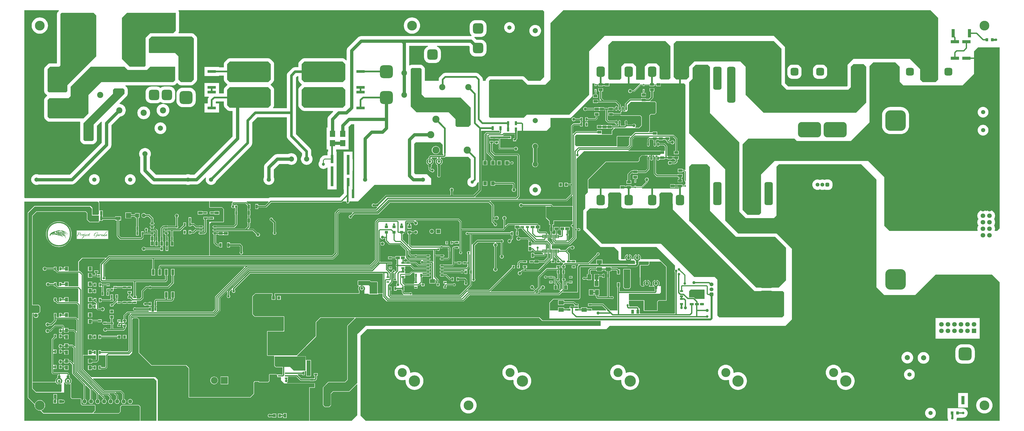
<source format=gtl>
G04*
G04 #@! TF.GenerationSoftware,Altium Limited,Altium Designer,21.0.8 (223)*
G04*
G04 Layer_Physical_Order=1*
G04 Layer_Color=255*
%FSLAX25Y25*%
%MOIN*%
G70*
G04*
G04 #@! TF.SameCoordinates,D4AC0FB7-5EE2-434E-9BC9-89E16216D52D*
G04*
G04*
G04 #@! TF.FilePolarity,Positive*
G04*
G01*
G75*
%ADD12C,0.01000*%
%ADD17C,0.01200*%
%ADD22R,0.02756X0.04921*%
%ADD23R,0.04921X0.02756*%
%ADD24R,0.03543X0.03150*%
%ADD25R,0.03937X0.02362*%
%ADD26R,0.04724X0.04331*%
%ADD27R,0.04331X0.04724*%
%ADD28R,0.04000X0.06000*%
%ADD29R,0.04900X0.12500*%
%ADD30R,0.12500X0.04900*%
%ADD31R,0.03937X0.04724*%
%ADD32C,0.03937*%
%ADD33C,0.04724*%
%ADD34R,0.08000X0.06000*%
%ADD35R,0.11024X0.06299*%
%ADD36R,0.04331X0.08661*%
%ADD37R,0.06000X0.08000*%
G04:AMPARAMS|DCode=38|XSize=25.59mil|YSize=47.24mil|CornerRadius=1.92mil|HoleSize=0mil|Usage=FLASHONLY|Rotation=0.000|XOffset=0mil|YOffset=0mil|HoleType=Round|Shape=RoundedRectangle|*
%AMROUNDEDRECTD38*
21,1,0.02559,0.04341,0,0,0.0*
21,1,0.02175,0.04724,0,0,0.0*
1,1,0.00384,0.01088,-0.02170*
1,1,0.00384,-0.01088,-0.02170*
1,1,0.00384,-0.01088,0.02170*
1,1,0.00384,0.01088,0.02170*
%
%ADD38ROUNDEDRECTD38*%
%ADD39R,0.21260X0.11417*%
%ADD40R,0.07874X0.09646*%
%ADD41R,0.02362X0.03937*%
%ADD42R,0.03347X0.06299*%
%ADD43R,0.06299X0.03347*%
%ADD44R,0.05512X0.05906*%
%ADD45R,0.06000X0.04000*%
%ADD46R,0.06299X0.11024*%
%ADD47O,0.05709X0.02362*%
%ADD48R,0.05118X0.05906*%
%ADD49R,0.07874X0.05118*%
%ADD50R,0.07874X0.07874*%
%ADD51R,0.03150X0.03543*%
%ADD52O,0.01772X0.05906*%
G04:AMPARAMS|DCode=53|XSize=25.59mil|YSize=47.24mil|CornerRadius=1.92mil|HoleSize=0mil|Usage=FLASHONLY|Rotation=270.000|XOffset=0mil|YOffset=0mil|HoleType=Round|Shape=RoundedRectangle|*
%AMROUNDEDRECTD53*
21,1,0.02559,0.04341,0,0,270.0*
21,1,0.02175,0.04724,0,0,270.0*
1,1,0.00384,-0.02170,-0.01088*
1,1,0.00384,-0.02170,0.01088*
1,1,0.00384,0.02170,0.01088*
1,1,0.00384,0.02170,-0.01088*
%
%ADD53ROUNDEDRECTD53*%
%ADD54O,0.02362X0.05709*%
%ADD55R,0.01575X0.03150*%
%ADD56R,0.06299X0.13780*%
%ADD57R,0.03937X0.12598*%
%ADD58R,0.12598X0.03937*%
%ADD59C,0.02000*%
%ADD98C,0.06299*%
%ADD108C,0.11024*%
%ADD119R,0.06299X0.06299*%
%ADD123C,0.09843*%
%ADD131C,0.01500*%
%ADD132C,0.02500*%
%ADD133C,0.05000*%
%ADD134C,0.03000*%
%ADD135C,0.03500*%
%ADD136C,0.03937*%
G04:AMPARAMS|DCode=137|XSize=59.06mil|YSize=59.06mil|CornerRadius=14.76mil|HoleSize=0mil|Usage=FLASHONLY|Rotation=180.000|XOffset=0mil|YOffset=0mil|HoleType=Round|Shape=RoundedRectangle|*
%AMROUNDEDRECTD137*
21,1,0.05906,0.02953,0,0,180.0*
21,1,0.02953,0.05906,0,0,180.0*
1,1,0.02953,-0.01476,0.01476*
1,1,0.02953,0.01476,0.01476*
1,1,0.02953,0.01476,-0.01476*
1,1,0.02953,-0.01476,-0.01476*
%
%ADD137ROUNDEDRECTD137*%
%ADD138C,0.05906*%
G04:AMPARAMS|DCode=139|XSize=354.33mil|YSize=236.22mil|CornerRadius=59.06mil|HoleSize=0mil|Usage=FLASHONLY|Rotation=180.000|XOffset=0mil|YOffset=0mil|HoleType=Round|Shape=RoundedRectangle|*
%AMROUNDEDRECTD139*
21,1,0.35433,0.11811,0,0,180.0*
21,1,0.23622,0.23622,0,0,180.0*
1,1,0.11811,-0.11811,0.05906*
1,1,0.11811,0.11811,0.05906*
1,1,0.11811,0.11811,-0.05906*
1,1,0.11811,-0.11811,-0.05906*
%
%ADD139ROUNDEDRECTD139*%
G04:AMPARAMS|DCode=140|XSize=354.33mil|YSize=236.22mil|CornerRadius=59.06mil|HoleSize=0mil|Usage=FLASHONLY|Rotation=90.000|XOffset=0mil|YOffset=0mil|HoleType=Round|Shape=RoundedRectangle|*
%AMROUNDEDRECTD140*
21,1,0.35433,0.11811,0,0,90.0*
21,1,0.23622,0.23622,0,0,90.0*
1,1,0.11811,0.05906,0.11811*
1,1,0.11811,0.05906,-0.11811*
1,1,0.11811,-0.05906,-0.11811*
1,1,0.11811,-0.05906,0.11811*
%
%ADD140ROUNDEDRECTD140*%
G04:AMPARAMS|DCode=141|XSize=59.06mil|YSize=59.06mil|CornerRadius=14.76mil|HoleSize=0mil|Usage=FLASHONLY|Rotation=90.000|XOffset=0mil|YOffset=0mil|HoleType=Round|Shape=RoundedRectangle|*
%AMROUNDEDRECTD141*
21,1,0.05906,0.02953,0,0,90.0*
21,1,0.02953,0.05906,0,0,90.0*
1,1,0.02953,0.01476,0.01476*
1,1,0.02953,0.01476,-0.01476*
1,1,0.02953,-0.01476,-0.01476*
1,1,0.02953,-0.01476,0.01476*
%
%ADD141ROUNDEDRECTD141*%
%ADD142C,0.14961*%
%ADD143C,0.07874*%
G04:AMPARAMS|DCode=144|XSize=196.85mil|YSize=196.85mil|CornerRadius=49.21mil|HoleSize=0mil|Usage=FLASHONLY|Rotation=90.000|XOffset=0mil|YOffset=0mil|HoleType=Round|Shape=RoundedRectangle|*
%AMROUNDEDRECTD144*
21,1,0.19685,0.09843,0,0,90.0*
21,1,0.09843,0.19685,0,0,90.0*
1,1,0.09843,0.04921,0.04921*
1,1,0.09843,0.04921,-0.04921*
1,1,0.09843,-0.04921,-0.04921*
1,1,0.09843,-0.04921,0.04921*
%
%ADD144ROUNDEDRECTD144*%
%ADD145C,0.10630*%
%ADD146R,0.10630X0.10630*%
%ADD147C,0.17323*%
%ADD148C,0.13780*%
G04:AMPARAMS|DCode=149|XSize=551.18mil|YSize=125.98mil|CornerRadius=31.5mil|HoleSize=0mil|Usage=FLASHONLY|Rotation=270.000|XOffset=0mil|YOffset=0mil|HoleType=Round|Shape=RoundedRectangle|*
%AMROUNDEDRECTD149*
21,1,0.55118,0.06299,0,0,270.0*
21,1,0.48819,0.12598,0,0,270.0*
1,1,0.06299,-0.03150,-0.24410*
1,1,0.06299,-0.03150,0.24410*
1,1,0.06299,0.03150,0.24410*
1,1,0.06299,0.03150,-0.24410*
%
%ADD149ROUNDEDRECTD149*%
G04:AMPARAMS|DCode=150|XSize=354.33mil|YSize=125.98mil|CornerRadius=31.5mil|HoleSize=0mil|Usage=FLASHONLY|Rotation=270.000|XOffset=0mil|YOffset=0mil|HoleType=Round|Shape=RoundedRectangle|*
%AMROUNDEDRECTD150*
21,1,0.35433,0.06299,0,0,270.0*
21,1,0.29134,0.12598,0,0,270.0*
1,1,0.06299,-0.03150,-0.14567*
1,1,0.06299,-0.03150,0.14567*
1,1,0.06299,0.03150,0.14567*
1,1,0.06299,0.03150,-0.14567*
%
%ADD150ROUNDEDRECTD150*%
%ADD151R,0.05906X0.05906*%
%ADD152C,0.07087*%
%ADD153C,0.06496*%
%ADD154R,0.07087X0.07087*%
%ADD155R,0.05906X0.05906*%
G04:AMPARAMS|DCode=156|XSize=196.85mil|YSize=196.85mil|CornerRadius=49.21mil|HoleSize=0mil|Usage=FLASHONLY|Rotation=0.000|XOffset=0mil|YOffset=0mil|HoleType=Round|Shape=RoundedRectangle|*
%AMROUNDEDRECTD156*
21,1,0.19685,0.09843,0,0,0.0*
21,1,0.09843,0.19685,0,0,0.0*
1,1,0.09843,0.04921,-0.04921*
1,1,0.09843,-0.04921,-0.04921*
1,1,0.09843,-0.04921,0.04921*
1,1,0.09843,0.04921,0.04921*
%
%ADD156ROUNDEDRECTD156*%
G04:AMPARAMS|DCode=157|XSize=314.96mil|YSize=314.96mil|CornerRadius=78.74mil|HoleSize=0mil|Usage=FLASHONLY|Rotation=90.000|XOffset=0mil|YOffset=0mil|HoleType=Round|Shape=RoundedRectangle|*
%AMROUNDEDRECTD157*
21,1,0.31496,0.15748,0,0,90.0*
21,1,0.15748,0.31496,0,0,90.0*
1,1,0.15748,0.07874,0.07874*
1,1,0.15748,0.07874,-0.07874*
1,1,0.15748,-0.07874,-0.07874*
1,1,0.15748,-0.07874,0.07874*
%
%ADD157ROUNDEDRECTD157*%
%ADD158C,0.08661*%
%ADD159C,0.09449*%
G04:AMPARAMS|DCode=160|XSize=157.48mil|YSize=157.48mil|CornerRadius=39.37mil|HoleSize=0mil|Usage=FLASHONLY|Rotation=180.000|XOffset=0mil|YOffset=0mil|HoleType=Round|Shape=RoundedRectangle|*
%AMROUNDEDRECTD160*
21,1,0.15748,0.07874,0,0,180.0*
21,1,0.07874,0.15748,0,0,180.0*
1,1,0.07874,-0.03937,0.03937*
1,1,0.07874,0.03937,0.03937*
1,1,0.07874,0.03937,-0.03937*
1,1,0.07874,-0.03937,-0.03937*
%
%ADD160ROUNDEDRECTD160*%
G04:AMPARAMS|DCode=161|XSize=157.48mil|YSize=125.98mil|CornerRadius=31.5mil|HoleSize=0mil|Usage=FLASHONLY|Rotation=90.000|XOffset=0mil|YOffset=0mil|HoleType=Round|Shape=RoundedRectangle|*
%AMROUNDEDRECTD161*
21,1,0.15748,0.06299,0,0,90.0*
21,1,0.09449,0.12598,0,0,90.0*
1,1,0.06299,0.03150,0.04724*
1,1,0.06299,0.03150,-0.04724*
1,1,0.06299,-0.03150,-0.04724*
1,1,0.06299,-0.03150,0.04724*
%
%ADD161ROUNDEDRECTD161*%
%ADD162R,0.07087X0.07087*%
%ADD163C,0.11811*%
%ADD164C,0.12598*%
G04:AMPARAMS|DCode=165|XSize=118.11mil|YSize=118.11mil|CornerRadius=29.53mil|HoleSize=0mil|Usage=FLASHONLY|Rotation=0.000|XOffset=0mil|YOffset=0mil|HoleType=Round|Shape=RoundedRectangle|*
%AMROUNDEDRECTD165*
21,1,0.11811,0.05906,0,0,0.0*
21,1,0.05906,0.11811,0,0,0.0*
1,1,0.05906,0.02953,-0.02953*
1,1,0.05906,-0.02953,-0.02953*
1,1,0.05906,-0.02953,0.02953*
1,1,0.05906,0.02953,0.02953*
%
%ADD165ROUNDEDRECTD165*%
%ADD166R,0.03937X0.03937*%
%ADD167C,0.05000*%
%ADD168C,0.03150*%
G36*
X232283Y598425D02*
X228346Y594488D01*
X192913D01*
X185902Y587476D01*
Y578740D01*
X185902Y578740D01*
Y570866D01*
X185902Y570866D01*
Y544852D01*
X184358Y543307D01*
X161417D01*
X157480Y547244D01*
X149606Y555118D01*
Y618110D01*
X157480Y625984D01*
X232283D01*
Y598425D01*
D02*
G37*
G36*
X231177Y522516D02*
X228346Y519685D01*
X118110D01*
X98425Y500000D01*
Y471699D01*
X90680Y463954D01*
X38015D01*
X35433Y466535D01*
Y492126D01*
X38386Y495079D01*
X67913D01*
X70988Y498153D01*
Y512675D01*
X101620Y543307D01*
X153543D01*
X158586Y538264D01*
X187870D01*
X192913Y543307D01*
X231177D01*
Y522516D01*
D02*
G37*
G36*
X991020Y574803D02*
Y527559D01*
Y526346D01*
X991192Y526174D01*
X988639Y523622D01*
X976378D01*
X974173Y525827D01*
Y543549D01*
X969376Y548347D01*
X956293D01*
X951496Y543549D01*
Y540158D01*
Y530709D01*
Y523937D01*
X950731Y523172D01*
X939033D01*
X938268Y523937D01*
Y543549D01*
X933471Y548347D01*
X920387D01*
X915748Y543707D01*
Y541755D01*
X915590Y540158D01*
Y530709D01*
X915748Y529111D01*
Y525534D01*
X913386Y523172D01*
X897638D01*
X895433Y525376D01*
Y576536D01*
X901575Y582677D01*
X980315Y582677D01*
X983146D01*
X991020Y574803D01*
D02*
G37*
G36*
X1401575Y618110D02*
Y523622D01*
X1397638Y519685D01*
X1377953D01*
X1374016Y523622D01*
Y539370D01*
X1366142Y547244D01*
X1361270Y552115D01*
X1358268Y555118D01*
X1335752D01*
X1321406D01*
X1271653Y555118D01*
X1262673Y546138D01*
Y543307D01*
Y513900D01*
X1261691Y512917D01*
X1171380D01*
X1166461Y517837D01*
Y570866D01*
Y573697D01*
X1149606Y590551D01*
X889764D01*
X866142Y566929D01*
Y517717D01*
Y500071D01*
X865908Y499766D01*
X865674Y499533D01*
X865674Y499533D01*
X850394Y484252D01*
X836097Y469956D01*
X835864Y469722D01*
X835602Y469521D01*
X835601Y469521D01*
X835559Y469488D01*
X784703D01*
X783465Y469610D01*
X782226Y469488D01*
X770669D01*
X766024Y464843D01*
X714291D01*
X712598Y466535D01*
Y521323D01*
X712640Y521636D01*
X712832Y521887D01*
X714333Y523388D01*
X714584Y523581D01*
X714897Y523622D01*
X763449D01*
X763762Y523581D01*
X764013Y523388D01*
X769314Y518087D01*
X771654Y515748D01*
X799213D01*
X807087Y523622D01*
Y610236D01*
X826772Y629921D01*
X1389764D01*
X1401575Y618110D01*
D02*
G37*
G36*
X492126Y547244D02*
Y523622D01*
X488189Y519685D01*
X429134D01*
X425197Y523622D01*
Y547244D01*
X429134Y551181D01*
X488189D01*
X492126Y547244D01*
D02*
G37*
G36*
X377953D02*
Y523622D01*
X374016Y519685D01*
X314961D01*
X311024Y523622D01*
Y547244D01*
X314961Y551181D01*
X374016D01*
X377953Y547244D01*
D02*
G37*
G36*
X259842Y586614D02*
Y523622D01*
X255906Y519685D01*
X240158D01*
X236221Y523622D01*
Y559055D01*
X231177Y564098D01*
X191807D01*
X190945Y564961D01*
Y585387D01*
X195002Y589445D01*
X257012D01*
X259842Y586614D01*
D02*
G37*
G36*
X1496063Y295276D02*
X1492126Y291339D01*
X1488762D01*
X1488391Y291839D01*
X1488735Y292971D01*
X1488900Y294646D01*
X1488735Y296320D01*
X1488246Y297931D01*
X1487453Y299415D01*
X1487264Y299646D01*
X1487453Y299876D01*
X1488246Y301361D01*
X1488735Y302971D01*
X1488900Y304646D01*
X1488735Y306320D01*
X1488246Y307931D01*
X1487453Y309415D01*
X1487264Y309646D01*
X1487453Y309876D01*
X1488246Y311361D01*
X1488735Y312971D01*
X1488900Y314646D01*
X1488735Y316320D01*
X1488246Y317931D01*
X1487453Y319415D01*
X1486385Y320716D01*
X1485084Y321783D01*
X1483600Y322577D01*
X1481990Y323065D01*
X1480315Y323230D01*
X1478640Y323065D01*
X1477030Y322577D01*
X1475546Y321783D01*
X1475315Y321594D01*
X1475084Y321783D01*
X1473600Y322577D01*
X1471990Y323065D01*
X1470315Y323230D01*
X1468640Y323065D01*
X1467030Y322577D01*
X1465546Y321783D01*
X1464245Y320716D01*
X1463177Y319415D01*
X1462384Y317931D01*
X1461895Y316320D01*
X1461730Y314646D01*
X1461895Y312971D01*
X1462384Y311361D01*
X1463177Y309876D01*
X1463366Y309646D01*
X1463177Y309415D01*
X1462384Y307931D01*
X1461895Y306320D01*
X1461730Y304646D01*
X1461895Y302971D01*
X1462384Y301361D01*
X1463177Y299876D01*
X1463366Y299646D01*
X1463177Y299415D01*
X1462384Y297931D01*
X1461895Y296320D01*
X1461730Y294646D01*
X1461895Y292971D01*
X1462239Y291839D01*
X1461868Y291339D01*
X1326772D01*
X1318898Y299213D01*
Y374016D01*
X1294169Y398744D01*
X1150712D01*
X1133858Y381890D01*
X1129921Y377953D01*
Y318898D01*
X1127090Y316067D01*
X1109130D01*
X1101500Y323697D01*
Y424334D01*
X1110236Y433071D01*
X1181102D01*
X1185039Y429134D01*
X1267717D01*
X1296382Y457799D01*
Y544413D01*
X1299213Y547244D01*
X1302044Y550075D01*
X1335752Y550075D01*
X1342520Y543307D01*
Y520358D01*
X1348235Y514642D01*
X1438976D01*
X1456693Y532358D01*
Y566929D01*
X1462598Y572835D01*
X1496063D01*
Y295276D01*
D02*
G37*
G36*
X797244Y627953D02*
Y527559D01*
X791339Y521654D01*
X772880D01*
X767346Y527188D01*
X766301Y527989D01*
X765085Y528493D01*
X763779Y528665D01*
X714567D01*
X713262Y528493D01*
X712045Y527989D01*
X711001Y527188D01*
X709032Y525220D01*
X708231Y524175D01*
X707727Y522959D01*
X707555Y521654D01*
X703131D01*
Y523622D01*
X703010Y524847D01*
X702653Y526025D01*
X702072Y527111D01*
X701291Y528063D01*
X697354Y532000D01*
X696403Y532781D01*
X695317Y533361D01*
X694139Y533719D01*
X692913Y533839D01*
X645669D01*
X644444Y533719D01*
X643266Y533361D01*
X642180Y532781D01*
X641228Y532000D01*
X637291Y528063D01*
X636511Y527111D01*
X635930Y526025D01*
X635573Y524847D01*
X635452Y523622D01*
Y521654D01*
X614295D01*
Y539249D01*
X614252Y539577D01*
Y539907D01*
X614211Y540221D01*
Y540221D01*
X614125Y540540D01*
X614123Y540554D01*
X614118Y540567D01*
X613870Y541492D01*
X613870Y541492D01*
X613391Y542321D01*
X613386Y542335D01*
X613377Y542346D01*
X613212Y542632D01*
X613019Y542883D01*
X612785Y543117D01*
X612584Y543379D01*
X611371Y544593D01*
X611109Y544794D01*
X610875Y545028D01*
X610624Y545220D01*
X610338Y545385D01*
X610326Y545394D01*
X610313Y545400D01*
X609484Y545878D01*
X609484Y545878D01*
X608559Y546126D01*
X608546Y546132D01*
X608532Y546134D01*
X608212Y546219D01*
X608212D01*
X608212Y546219D01*
X607899Y546260D01*
X607568D01*
X607241Y546303D01*
X594829D01*
X594527Y546343D01*
X594200Y546300D01*
X593869Y546300D01*
X593848Y546298D01*
X593848Y546297D01*
X593847D01*
X593528Y546212D01*
X593221Y546171D01*
X592936Y546053D01*
X592576Y545957D01*
X592576Y545957D01*
X592575Y545957D01*
X592252Y545770D01*
X592005Y545668D01*
X591801Y545511D01*
X591762Y545495D01*
X591746Y545486D01*
X591746Y545485D01*
X591746Y545485D01*
X591706Y545455D01*
X591436Y545299D01*
X591436Y545299D01*
X591435Y545298D01*
X591213Y545128D01*
X590455Y545365D01*
X590213Y545570D01*
Y575141D01*
X618791D01*
X618939Y574141D01*
X618493Y574005D01*
X616940Y573175D01*
X615579Y572059D01*
X614462Y570698D01*
X613632Y569145D01*
X613121Y567461D01*
X612949Y565709D01*
Y557835D01*
X613121Y556083D01*
X613632Y554398D01*
X614462Y552845D01*
X615579Y551485D01*
X616940Y550368D01*
X618493Y549538D01*
X620177Y549027D01*
X621929Y548854D01*
X629803D01*
X631555Y549027D01*
X633240Y549538D01*
X634792Y550368D01*
X636153Y551485D01*
X637270Y552845D01*
X638100Y554398D01*
X638611Y556083D01*
X638783Y557835D01*
Y565709D01*
X638611Y567461D01*
X638100Y569145D01*
X637270Y570698D01*
X636153Y572059D01*
X634792Y573175D01*
X633240Y574005D01*
X632793Y574141D01*
X632941Y575141D01*
X681839D01*
X682949Y574031D01*
Y567835D01*
X683121Y566083D01*
X683632Y564398D01*
X684462Y562846D01*
X685579Y561485D01*
X686940Y560368D01*
X688492Y559538D01*
X690177Y559027D01*
X691929Y558854D01*
X699803D01*
X701555Y559027D01*
X703240Y559538D01*
X704792Y560368D01*
X706153Y561485D01*
X707270Y562846D01*
X708100Y564398D01*
X708611Y566083D01*
X708783Y567835D01*
Y575709D01*
X708611Y577461D01*
X708100Y579145D01*
X707270Y580698D01*
X706153Y582059D01*
X704792Y583176D01*
X703240Y584005D01*
X701555Y584516D01*
X699803Y584689D01*
X693607D01*
X690290Y588006D01*
X690283Y588012D01*
X690683Y588977D01*
X691929Y588854D01*
X699803D01*
X701555Y589027D01*
X703240Y589538D01*
X704792Y590368D01*
X706153Y591485D01*
X707270Y592845D01*
X708100Y594398D01*
X708611Y596083D01*
X708783Y597835D01*
Y605709D01*
X708611Y607461D01*
X708100Y609145D01*
X707270Y610698D01*
X706153Y612059D01*
X704792Y613175D01*
X703240Y614005D01*
X701555Y614516D01*
X699803Y614689D01*
X691929D01*
X690177Y614516D01*
X688492Y614005D01*
X686940Y613175D01*
X685579Y612059D01*
X684462Y610698D01*
X683632Y609145D01*
X683121Y607461D01*
X682949Y605709D01*
Y597835D01*
X683121Y596083D01*
X683632Y594398D01*
X684462Y592845D01*
X685579Y591485D01*
X686032Y591113D01*
X685632Y590147D01*
X684961Y590213D01*
X516709D01*
X515238Y590069D01*
X513825Y589640D01*
X512522Y588943D01*
X511379Y588006D01*
X496620Y573246D01*
X495683Y572104D01*
X494986Y570801D01*
X494557Y569388D01*
X494413Y567917D01*
Y553396D01*
X493489Y553014D01*
X491755Y554747D01*
X490710Y555549D01*
X489494Y556052D01*
X488189Y556224D01*
X429134D01*
X427829Y556052D01*
X426612Y555549D01*
X425568Y554747D01*
X421631Y550810D01*
X420829Y549766D01*
X420326Y548549D01*
X420154Y547244D01*
Y542435D01*
X415354D01*
X413988Y542301D01*
X412675Y541902D01*
X411464Y541255D01*
X410403Y540384D01*
X404497Y534479D01*
X403627Y533418D01*
X402980Y532207D01*
X402581Y530894D01*
X402447Y529528D01*
Y479443D01*
X381583D01*
X381200Y480367D01*
X381519Y480686D01*
X382320Y481730D01*
X382824Y482947D01*
X382996Y484252D01*
Y507874D01*
X382824Y509179D01*
X382320Y510396D01*
X381519Y511440D01*
X377875Y515084D01*
X377687Y515748D01*
X377875Y516412D01*
X381519Y520056D01*
X382320Y521101D01*
X382824Y522317D01*
X382996Y523622D01*
Y547244D01*
X382824Y548549D01*
X382320Y549766D01*
X381519Y550810D01*
X377582Y554747D01*
X376537Y555549D01*
X375321Y556052D01*
X374016Y556224D01*
X314961D01*
X313655Y556052D01*
X312439Y555549D01*
X311395Y554747D01*
X307458Y550810D01*
X306656Y549766D01*
X306152Y548549D01*
X305980Y547244D01*
Y542107D01*
X298701D01*
Y542795D01*
X276102D01*
Y528858D01*
X298701D01*
Y529546D01*
X305980D01*
Y523622D01*
X306152Y522317D01*
X306656Y521101D01*
X307458Y520056D01*
X311101Y516412D01*
X311290Y515748D01*
X311101Y515084D01*
X307458Y511440D01*
X306656Y510396D01*
X306152Y509179D01*
X305980Y507874D01*
Y502343D01*
X298701D01*
Y504449D01*
Y518386D01*
X276102D01*
Y504449D01*
Y497362D01*
X282489D01*
X282793Y496362D01*
X282180Y495615D01*
X281599Y494529D01*
X281242Y493351D01*
X281121Y492126D01*
Y486890D01*
X276102D01*
Y472953D01*
X298701D01*
Y486890D01*
X293682D01*
Y489525D01*
X293940Y489783D01*
X305980D01*
Y484252D01*
X306152Y482947D01*
X306656Y481730D01*
X307458Y480686D01*
X311395Y476749D01*
X312439Y475948D01*
X313655Y475444D01*
X314961Y475272D01*
X319235D01*
Y436193D01*
X260658Y377615D01*
X254382D01*
X254156Y377736D01*
X252601Y378207D01*
X250984Y378367D01*
X249367Y378207D01*
X247813Y377736D01*
X247587Y377615D01*
X201940D01*
X192576Y386980D01*
Y404590D01*
X193336Y406012D01*
X193847Y407697D01*
X194020Y409449D01*
X193847Y411201D01*
X193336Y412885D01*
X192506Y414438D01*
X191389Y415799D01*
X190029Y416916D01*
X188476Y417745D01*
X186791Y418257D01*
X185039Y418429D01*
X183287Y418257D01*
X181603Y417745D01*
X180050Y416916D01*
X178689Y415799D01*
X177573Y414438D01*
X176743Y412885D01*
X176232Y411201D01*
X176059Y409449D01*
X176232Y407697D01*
X176743Y406012D01*
X177503Y404590D01*
Y383858D01*
X177648Y382388D01*
X178077Y380974D01*
X178773Y379671D01*
X179710Y378529D01*
X193490Y364750D01*
X194632Y363812D01*
X195935Y363116D01*
X197349Y362687D01*
X198819Y362543D01*
X247587D01*
X247813Y362422D01*
X249367Y361950D01*
X250984Y361791D01*
X252601Y361950D01*
X254156Y362422D01*
X254382Y362543D01*
X263779D01*
X265250Y362687D01*
X266664Y363116D01*
X267967Y363812D01*
X269109Y364750D01*
X277762Y373403D01*
X278646Y372873D01*
X278289Y371696D01*
X278129Y370079D01*
X278289Y368462D01*
X278760Y366907D01*
X279526Y365474D01*
X280557Y364218D01*
X281813Y363188D01*
X283246Y362422D01*
X284800Y361950D01*
X286417Y361791D01*
X288034Y361950D01*
X289589Y362422D01*
X291022Y363188D01*
X292278Y364218D01*
X293308Y365474D01*
X294074Y366907D01*
X294478Y368236D01*
X347471Y421230D01*
X348342Y422291D01*
X348989Y423501D01*
X349387Y424815D01*
X349522Y426181D01*
Y457729D01*
X357231Y465439D01*
X402447D01*
Y437008D01*
X402581Y435642D01*
X402980Y434328D01*
X403627Y433118D01*
X404497Y432057D01*
X426069Y410485D01*
Y407130D01*
X425604Y406564D01*
X424774Y405011D01*
X424263Y403327D01*
X424091Y401575D01*
X424263Y399823D01*
X424774Y398138D01*
X425604Y396586D01*
X426721Y395225D01*
X428082Y394108D01*
X429634Y393278D01*
X431319Y392767D01*
X433071Y392595D01*
X434823Y392767D01*
X436507Y393278D01*
X438060Y394108D01*
X439421Y395225D01*
X440538Y396586D01*
X441367Y398138D01*
X441879Y399823D01*
X442051Y401575D01*
X441879Y403327D01*
X441367Y405011D01*
X440538Y406564D01*
X440073Y407130D01*
Y413386D01*
X439938Y414752D01*
X439540Y416066D01*
X438893Y417276D01*
X438022Y418337D01*
X416451Y439908D01*
Y472441D01*
Y526627D01*
X418255Y528431D01*
X420154D01*
Y523622D01*
X420326Y522317D01*
X420829Y521101D01*
X421631Y520056D01*
X425274Y516412D01*
X425463Y515748D01*
X425274Y515084D01*
X421631Y511440D01*
X420829Y510396D01*
X420326Y509179D01*
X420154Y507874D01*
Y484252D01*
X420326Y482947D01*
X420829Y481730D01*
X421631Y480686D01*
X425568Y476749D01*
X426612Y475948D01*
X427829Y475444D01*
X429134Y475272D01*
X473150D01*
X473532Y474348D01*
X467112Y467927D01*
X466175Y466785D01*
X465478Y465482D01*
X465049Y464069D01*
X464905Y462598D01*
Y449980D01*
X463504D01*
Y430335D01*
Y416161D01*
X465767D01*
Y412874D01*
X465079D01*
Y407223D01*
X460630D01*
X460630Y407223D01*
X459168Y407031D01*
X457806Y406466D01*
X456636Y405569D01*
X456636Y405569D01*
X454668Y403600D01*
X453770Y402430D01*
X453206Y401068D01*
X453013Y399606D01*
X453013Y399606D01*
Y398423D01*
X452510Y397811D01*
X451827Y396532D01*
X451406Y395144D01*
X451264Y393701D01*
X451406Y392257D01*
X451827Y390870D01*
X452510Y389591D01*
X453430Y388470D01*
X454551Y387550D01*
X455830Y386866D01*
X457218Y386445D01*
X458661Y386303D01*
X460105Y386445D01*
X461492Y386866D01*
X462771Y387550D01*
X463893Y388470D01*
X464079Y388697D01*
X465079Y388339D01*
Y384201D01*
X465045Y383858D01*
Y366142D01*
X465079Y365799D01*
Y354842D01*
X479016D01*
Y365799D01*
X479049Y366142D01*
Y383858D01*
X479016Y384201D01*
Y390276D01*
Y412874D01*
X478328D01*
Y416161D01*
X497126D01*
Y430335D01*
Y449980D01*
X497126D01*
X496817Y450726D01*
X501153Y455062D01*
X505905D01*
Y341657D01*
X502343D01*
Y346457D01*
Y354842D01*
X503425D01*
Y372559D01*
Y383516D01*
X503459Y383858D01*
Y401575D01*
X503425Y401917D01*
Y412874D01*
X489488D01*
Y401917D01*
X489455Y401575D01*
Y383858D01*
X489488Y383516D01*
Y372559D01*
Y354842D01*
X489783D01*
Y348703D01*
X483723Y342643D01*
X377953D01*
X377953Y342643D01*
X376777Y342527D01*
X375645Y342184D01*
X374660Y341657D01*
X862D01*
X0Y342520D01*
Y629921D01*
X52477D01*
X52891Y628921D01*
X51552Y627582D01*
X50751Y626537D01*
X50247Y625321D01*
X50075Y624016D01*
Y548350D01*
X39370D01*
X38065Y548178D01*
X36849Y547675D01*
X35804Y546873D01*
X31867Y542936D01*
X31066Y541892D01*
X30562Y540675D01*
X30390Y539370D01*
Y505905D01*
X30562Y504600D01*
X31066Y503384D01*
X31867Y502340D01*
X33836Y500371D01*
X34631Y499760D01*
X34778Y498893D01*
X34726Y498551D01*
X31867Y495692D01*
X31066Y494648D01*
X30562Y493431D01*
X30390Y492126D01*
Y466535D01*
X30562Y465230D01*
X31066Y464014D01*
X31867Y462969D01*
X34449Y460388D01*
X35493Y459586D01*
X36710Y459082D01*
X38015Y458911D01*
X85158D01*
X85621Y458217D01*
X85668Y457910D01*
X85508Y456693D01*
Y431102D01*
X85680Y429797D01*
X86184Y428581D01*
X86985Y427536D01*
X86985Y427536D01*
X88954Y425568D01*
X89998Y424766D01*
X91214Y424263D01*
X92520Y424091D01*
X104331D01*
X105636Y424263D01*
X106852Y424766D01*
X107897Y425568D01*
X109865Y427536D01*
X110667Y428581D01*
X111170Y429797D01*
X111342Y431102D01*
Y452635D01*
X117843Y459136D01*
X118727Y458606D01*
X118593Y458163D01*
X118448Y456693D01*
Y426350D01*
X69713Y377615D01*
X22098D01*
X21872Y377736D01*
X20318Y378207D01*
X18701Y378367D01*
X17084Y378207D01*
X15529Y377736D01*
X14096Y376970D01*
X12840Y375939D01*
X11810Y374683D01*
X11044Y373250D01*
X10572Y371696D01*
X10413Y370079D01*
X10572Y368462D01*
X11044Y366907D01*
X11810Y365474D01*
X12840Y364218D01*
X14096Y363188D01*
X15529Y362422D01*
X17084Y361950D01*
X18701Y361791D01*
X20318Y361950D01*
X21872Y362422D01*
X22098Y362543D01*
X72835D01*
X74305Y362687D01*
X75719Y363116D01*
X77022Y363812D01*
X78164Y364750D01*
X131313Y417899D01*
X132250Y419041D01*
X132947Y420344D01*
X133376Y421758D01*
X133520Y423228D01*
Y453571D01*
X146653Y466703D01*
X147576Y466794D01*
X149409Y467350D01*
X151098Y468253D01*
X152579Y469468D01*
X153794Y470949D01*
X154697Y472639D01*
X155253Y474472D01*
X155441Y476378D01*
X155253Y478284D01*
X154697Y480117D01*
X153794Y481807D01*
X152579Y483287D01*
X151098Y484503D01*
X149409Y485406D01*
X147576Y485962D01*
X146217Y486096D01*
X145844Y487137D01*
X157109Y498403D01*
X157911Y499447D01*
X158415Y500663D01*
X158586Y501968D01*
Y507874D01*
X158415Y509179D01*
X157911Y510396D01*
X157109Y511440D01*
X155141Y513409D01*
X154837Y513642D01*
X155176Y514642D01*
X228346D01*
X229652Y514814D01*
X230868Y515318D01*
X231912Y516119D01*
X234252Y518459D01*
X236591Y516119D01*
X237636Y515318D01*
X238852Y514814D01*
X240158Y514642D01*
X255906D01*
X257211Y514814D01*
X258427Y515318D01*
X259472Y516119D01*
X263409Y520056D01*
X264210Y521101D01*
X264714Y522317D01*
X264886Y523622D01*
Y586614D01*
X264714Y587919D01*
X264210Y589136D01*
X263409Y590180D01*
X260578Y593011D01*
X259533Y593813D01*
X258317Y594316D01*
X257012Y594488D01*
X236825D01*
X236332Y595488D01*
X236651Y595904D01*
X237155Y597120D01*
X237327Y598425D01*
Y625984D01*
X237155Y627289D01*
X236651Y628506D01*
X236332Y628921D01*
X236825Y629921D01*
X795276D01*
X797244Y627953D01*
D02*
G37*
G36*
X1013780Y515748D02*
Y384927D01*
X1012856Y384544D01*
X1012613Y384786D01*
X1012216Y385052D01*
X1011748Y385145D01*
X1009505D01*
Y386521D01*
X1002306D01*
Y381321D01*
X1009505D01*
Y382698D01*
X1011241D01*
X1012556Y381383D01*
Y371546D01*
X1012437D01*
Y367196D01*
X1013780D01*
Y362491D01*
X1012437D01*
Y361500D01*
X1009313D01*
Y362970D01*
X1002113D01*
Y362158D01*
X997694D01*
Y362773D01*
X990495D01*
Y357573D01*
X997694D01*
Y358386D01*
X1002113D01*
Y357770D01*
X1003783D01*
Y356299D01*
X947524D01*
X947339Y357217D01*
X947357Y357299D01*
X947691Y357522D01*
X955517Y365349D01*
X955517Y365349D01*
X955761Y365712D01*
X955846Y366142D01*
X955846Y366142D01*
Y367337D01*
X956218Y367491D01*
X956837Y367966D01*
X957312Y368585D01*
X957610Y369305D01*
X957712Y370079D01*
X957610Y370852D01*
X957312Y371573D01*
X956837Y372191D01*
X956218Y372666D01*
X955498Y372965D01*
X954724Y373066D01*
X953951Y372965D01*
X953230Y372666D01*
X952612Y372191D01*
X952137Y371573D01*
X951838Y370852D01*
X951737Y370079D01*
X951838Y369305D01*
X952137Y368585D01*
X952612Y367966D01*
X953230Y367491D01*
X953278Y367472D01*
X953410Y366413D01*
X946433Y359437D01*
X938392D01*
Y360490D01*
X935618D01*
Y359539D01*
X930765D01*
Y360805D01*
X923565D01*
Y360091D01*
X920923D01*
Y360805D01*
X913723D01*
Y356299D01*
X864823D01*
Y369810D01*
X892001Y396988D01*
X940816D01*
X940935Y397038D01*
X941064D01*
X941285Y397129D01*
X941376Y397220D01*
X941495Y397270D01*
X943281Y399056D01*
X943331Y399175D01*
X943422Y399266D01*
X943513Y399487D01*
Y399616D01*
X943563Y399735D01*
Y403274D01*
X947074Y406786D01*
X952419D01*
Y406831D01*
X955803D01*
X956106Y405831D01*
X955783Y405615D01*
X955389Y405026D01*
X955251Y404331D01*
Y400984D01*
X955389Y400289D01*
X955436Y400220D01*
Y386877D01*
X952143Y383584D01*
X940608D01*
Y384553D01*
X933408D01*
Y383839D01*
X931165D01*
X930443Y383695D01*
X929832Y383286D01*
X925832Y379287D01*
X925423Y378675D01*
X925279Y377953D01*
Y368805D01*
X923565D01*
Y363605D01*
X930765D01*
Y368805D01*
X929052D01*
Y377171D01*
X931947Y380066D01*
X933408D01*
Y379353D01*
X940608D01*
Y380321D01*
X952819D01*
X953443Y380446D01*
X953972Y380799D01*
X958220Y385047D01*
X958574Y385577D01*
X958698Y386201D01*
Y400220D01*
X958745Y400289D01*
X958883Y400984D01*
Y404331D01*
X958745Y405026D01*
X958351Y405615D01*
X958028Y405831D01*
X958331Y406831D01*
X960436D01*
Y405095D01*
X960389Y405026D01*
X960251Y404331D01*
Y400984D01*
X960389Y400289D01*
X960783Y399700D01*
X961372Y399307D01*
X962067Y399168D01*
X962762Y399307D01*
X963351Y399700D01*
X963745Y400289D01*
X963883Y400984D01*
Y404331D01*
X963745Y405026D01*
X963698Y405095D01*
Y406831D01*
X965803D01*
X966106Y405831D01*
X965783Y405615D01*
X965389Y405026D01*
X965251Y404331D01*
Y400984D01*
X965389Y400289D01*
X965436Y400220D01*
Y379390D01*
X965560Y378766D01*
X965913Y378236D01*
X969478Y374672D01*
X970007Y374318D01*
X970632Y374194D01*
X1002306D01*
Y373321D01*
X1003923D01*
Y370970D01*
X1002113D01*
Y365770D01*
X1009313D01*
Y370970D01*
X1007696D01*
Y373321D01*
X1009505D01*
Y378521D01*
X1002306D01*
Y377457D01*
X971307D01*
X968698Y380065D01*
Y400220D01*
X968745Y400289D01*
X968883Y400984D01*
Y404331D01*
X968745Y405026D01*
X968351Y405615D01*
X968028Y405831D01*
X968331Y406831D01*
X970803D01*
X971106Y405831D01*
X970783Y405615D01*
X970389Y405026D01*
X970251Y404331D01*
Y400984D01*
X970389Y400289D01*
X970783Y399700D01*
X971372Y399307D01*
X972067Y399168D01*
X972762Y399307D01*
X973351Y399700D01*
X973745Y400289D01*
X973825Y400691D01*
X974747Y400880D01*
Y400880D01*
X981946D01*
Y401912D01*
X986557D01*
Y400880D01*
X993758D01*
Y401849D01*
X996400D01*
Y400880D01*
X998369D01*
Y398313D01*
X997356Y397301D01*
X992640D01*
X992270Y397782D01*
X991651Y398257D01*
X990931Y398555D01*
X990158Y398657D01*
X989384Y398555D01*
X988664Y398257D01*
X988045Y397782D01*
X987570Y397163D01*
X987271Y396443D01*
X987170Y395669D01*
X987271Y394896D01*
X987570Y394175D01*
X988045Y393557D01*
X988664Y393082D01*
X989384Y392783D01*
X990158Y392682D01*
X990931Y392783D01*
X991651Y393082D01*
X992270Y393557D01*
X992640Y394038D01*
X998032D01*
X998656Y394162D01*
X999185Y394516D01*
X1001153Y396484D01*
X1001507Y397013D01*
X1001631Y397638D01*
Y400880D01*
X1003600D01*
Y406080D01*
X996400D01*
Y405112D01*
X993758D01*
Y406080D01*
X986557D01*
X985883Y406801D01*
Y421260D01*
X985759Y421884D01*
X985406Y422413D01*
X983434Y424385D01*
X983434Y424385D01*
X982551Y425268D01*
X982022Y425621D01*
X981398Y425745D01*
X973883D01*
Y425787D01*
X973745Y426482D01*
X973351Y427072D01*
X972762Y427465D01*
X972067Y427603D01*
X971372Y427465D01*
X970783Y427072D01*
X970389Y426482D01*
X970251Y425787D01*
Y422441D01*
X970389Y421746D01*
X970783Y421157D01*
X971372Y420763D01*
X972067Y420625D01*
X972762Y420763D01*
X973351Y421157D01*
X973745Y421746D01*
X973883Y422441D01*
Y422483D01*
X980722D01*
X982621Y420584D01*
Y414801D01*
X981946Y414080D01*
X981621Y414080D01*
X976368D01*
X976249Y414130D01*
X926556D01*
X926457Y415130D01*
X926849Y415208D01*
X927295Y415506D01*
X932522Y420733D01*
X932820Y421179D01*
X932925Y421706D01*
Y431893D01*
X936731Y435699D01*
X958654D01*
X958661Y434702D01*
X958037Y434578D01*
X957508Y434224D01*
X955913Y432630D01*
X955560Y432101D01*
X955436Y431476D01*
Y426552D01*
X955389Y426482D01*
X955251Y425787D01*
Y422441D01*
X955389Y421746D01*
X955783Y421157D01*
X956372Y420763D01*
X957067Y420625D01*
X957762Y420763D01*
X958351Y421157D01*
X958745Y421746D01*
X958883Y422441D01*
Y425787D01*
X958745Y426482D01*
X958698Y426552D01*
Y430801D01*
X959337Y431439D01*
X963452D01*
Y430470D01*
X965421D01*
Y426530D01*
X965389Y426482D01*
X965251Y425787D01*
Y422441D01*
X965389Y421746D01*
X965783Y421157D01*
X966372Y420763D01*
X967067Y420625D01*
X967762Y420763D01*
X968351Y421157D01*
X968745Y421746D01*
X968883Y422441D01*
Y425787D01*
X968745Y426482D01*
X968684Y426574D01*
Y430470D01*
X970652D01*
Y431407D01*
X972778D01*
Y430408D01*
X979978D01*
Y431377D01*
X982621D01*
Y430408D01*
X984844D01*
Y429134D01*
X984949Y428607D01*
X985247Y428161D01*
X987216Y426192D01*
X987216Y426192D01*
X987662Y425894D01*
X988189Y425789D01*
X991458D01*
X991507Y425671D01*
X991982Y425053D01*
X992601Y424578D01*
X993321Y424279D01*
X994094Y424178D01*
X994868Y424279D01*
X995588Y424578D01*
X996207Y425053D01*
X996682Y425671D01*
X996980Y426392D01*
X997082Y427165D01*
X996980Y427939D01*
X996682Y428659D01*
X996207Y429278D01*
X995588Y429753D01*
X994868Y430051D01*
X994094Y430153D01*
X993321Y430051D01*
X992601Y429753D01*
X991982Y429278D01*
X991507Y428659D01*
X991458Y428542D01*
X988759D01*
X987893Y429408D01*
X988307Y430408D01*
X989820D01*
X989820Y435608D01*
X990783Y435699D01*
X994982D01*
X998624Y432057D01*
Y414080D01*
X996400D01*
Y408880D01*
X1003600D01*
Y414080D01*
X1001376D01*
Y432627D01*
X1001272Y433154D01*
X1000973Y433601D01*
X996525Y438049D01*
X996079Y438347D01*
X995552Y438452D01*
X971645D01*
X970652Y438470D01*
Y443670D01*
X963452D01*
Y442446D01*
X958558D01*
X958144Y443446D01*
X959029Y444331D01*
X959079Y444451D01*
X959170Y444542D01*
X959261Y444763D01*
Y444892D01*
X959311Y445011D01*
Y468235D01*
X960899Y469823D01*
X966406D01*
X966526Y469872D01*
X966655D01*
X966875Y469964D01*
X966967Y470055D01*
X967086Y470105D01*
X968872Y471890D01*
X968944Y472066D01*
X969050Y472224D01*
X969141Y472686D01*
X969128Y472751D01*
X969153Y472812D01*
X969153Y484252D01*
Y488060D01*
X969104Y488179D01*
Y488308D01*
X969013Y488529D01*
X968921Y488620D01*
X968872Y488740D01*
X968070Y489541D01*
X967951Y489591D01*
X967860Y489682D01*
X967639Y489773D01*
X967510D01*
X967391Y489823D01*
X960375D01*
X960077Y490433D01*
X960026Y490823D01*
X963932Y494729D01*
X964341Y495341D01*
X964485Y496063D01*
Y505211D01*
X966198D01*
Y510411D01*
X958998D01*
Y505211D01*
X960712D01*
Y496844D01*
X957817Y493949D01*
X953390D01*
Y494765D01*
X946190D01*
Y493797D01*
X929173D01*
X928549Y493672D01*
X928020Y493319D01*
X921701Y487000D01*
X921347Y486471D01*
X921223Y485847D01*
Y481670D01*
X921177Y481601D01*
X921038Y480905D01*
Y477559D01*
X921177Y476864D01*
X921570Y476275D01*
X921894Y476059D01*
X921590Y475059D01*
X919486D01*
Y476795D01*
X919532Y476864D01*
X919670Y477559D01*
Y480905D01*
X919532Y481601D01*
X919138Y482190D01*
X918549Y482583D01*
X917854Y482722D01*
X917159Y482583D01*
X916570Y482190D01*
X916177Y481601D01*
X916038Y480905D01*
Y477559D01*
X916177Y476864D01*
X916223Y476795D01*
Y475774D01*
X915539Y475112D01*
X915244Y475009D01*
X915235D01*
X915235Y475009D01*
X915144Y474972D01*
X915144Y474972D01*
X915144Y474972D01*
X915052Y474880D01*
X915024Y474869D01*
X915013Y474841D01*
X914923Y474751D01*
X914895Y474740D01*
X914884Y474712D01*
X914792Y474620D01*
X914754Y474529D01*
X914754Y474529D01*
X914754Y474400D01*
X914705Y474280D01*
X914705Y474280D01*
X914705Y474158D01*
Y472041D01*
X903206D01*
Y473009D01*
X896006D01*
Y467809D01*
X903206D01*
Y468778D01*
X913993D01*
X914792Y468293D01*
X914792Y468293D01*
X914792Y468293D01*
X914884Y468202D01*
X914895Y468174D01*
X914923Y468162D01*
X915013Y468073D01*
X915024Y468045D01*
X915052Y468033D01*
X915144Y467942D01*
X915235Y467904D01*
X915235Y467904D01*
X915364D01*
X915483Y467854D01*
X915483Y467854D01*
X915610Y467854D01*
X944613D01*
X946201Y466266D01*
Y453027D01*
X946201Y453027D01*
X946201Y453027D01*
Y453025D01*
X942644Y449468D01*
X937264D01*
X936924Y450468D01*
X937152Y450643D01*
X937627Y451262D01*
X937925Y451983D01*
X938027Y452756D01*
X937925Y453529D01*
X937627Y454250D01*
X937152Y454869D01*
X936533Y455343D01*
X935813Y455642D01*
X935039Y455744D01*
X934266Y455642D01*
X933545Y455343D01*
X932927Y454869D01*
X932557Y454387D01*
X924726D01*
X924519Y455387D01*
X924532Y455407D01*
X924670Y456102D01*
Y459449D01*
X924532Y460144D01*
X924138Y460733D01*
X923549Y461127D01*
X922854Y461265D01*
X922159Y461127D01*
X921570Y460733D01*
X921177Y460144D01*
X921038Y459449D01*
Y456102D01*
X921177Y455407D01*
X921223Y455338D01*
Y453058D01*
X920584Y452419D01*
X914486D01*
Y455338D01*
X914532Y455407D01*
X914670Y456102D01*
Y459449D01*
X914532Y460144D01*
X914138Y460733D01*
X913549Y461127D01*
X912854Y461265D01*
X912159Y461127D01*
X911570Y460733D01*
X911177Y460144D01*
X911038Y459449D01*
Y456102D01*
X911177Y455407D01*
X911223Y455338D01*
Y452482D01*
X901238D01*
Y453450D01*
X894038D01*
Y453450D01*
X893364D01*
Y453450D01*
X886164D01*
Y453450D01*
X885490D01*
Y453450D01*
X878290D01*
Y448250D01*
X885490D01*
Y448250D01*
X886164D01*
Y448250D01*
X893364D01*
Y448250D01*
X894038D01*
Y448250D01*
X901238D01*
Y449219D01*
X903687D01*
X904070Y448295D01*
X901207Y445432D01*
X901157Y445313D01*
X901066Y445222D01*
X900975Y445001D01*
Y444872D01*
X900925Y444753D01*
Y439626D01*
X886231D01*
X885490Y440250D01*
Y445450D01*
X878290D01*
Y444290D01*
X846457D01*
X845930Y444185D01*
X845483Y443887D01*
X842253Y440657D01*
X841330Y441039D01*
Y451588D01*
X843090Y453348D01*
X852353D01*
Y451664D01*
X856309D01*
Y457785D01*
X855707D01*
Y459538D01*
X856309D01*
Y465659D01*
X852353D01*
Y463975D01*
X845156D01*
X845107Y464092D01*
X844632Y464711D01*
X844014Y465186D01*
X843293Y465484D01*
X842520Y465586D01*
X841746Y465484D01*
X841026Y465186D01*
X840407Y464711D01*
X839932Y464092D01*
X839634Y463372D01*
X839532Y462598D01*
X839634Y461825D01*
X839932Y461105D01*
X840407Y460486D01*
X841026Y460011D01*
X841746Y459713D01*
X842520Y459611D01*
X843293Y459713D01*
X844014Y460011D01*
X844632Y460486D01*
X845107Y461105D01*
X845156Y461222D01*
X852353D01*
Y459538D01*
X852954D01*
Y457785D01*
X852353D01*
Y456101D01*
X842520D01*
X841993Y455996D01*
X841546Y455698D01*
X841546Y455698D01*
X838980Y453131D01*
X838682Y452685D01*
X838577Y452158D01*
Y363581D01*
X833671D01*
Y365167D01*
X828140D01*
Y359243D01*
X833671D01*
Y360828D01*
X838577D01*
Y347799D01*
X830737Y339959D01*
X757066D01*
X756652Y340959D01*
X759028Y343335D01*
X759381Y343864D01*
X759505Y344488D01*
Y406913D01*
X759381Y407537D01*
X759028Y408066D01*
X757856Y409238D01*
X757327Y409591D01*
X756702Y409716D01*
X722513D01*
X718167Y414062D01*
Y425187D01*
X719596D01*
Y429143D01*
X713475D01*
Y425187D01*
X714904D01*
Y413386D01*
X715028Y412761D01*
X715382Y412232D01*
X720684Y406931D01*
X721213Y406577D01*
X721837Y406453D01*
X756027D01*
X756243Y406237D01*
Y345164D01*
X753830Y342751D01*
X691825D01*
X691411Y343751D01*
X700153Y352493D01*
X700562Y353105D01*
X700705Y353827D01*
Y444691D01*
X700896Y444882D01*
X728938D01*
Y442713D01*
X728866Y442640D01*
X708980D01*
X708980Y442640D01*
X708454Y442535D01*
X708007Y442237D01*
X705720Y439950D01*
X705421Y439503D01*
X705316Y438976D01*
Y399222D01*
X703337D01*
Y392116D01*
X710049D01*
Y399222D01*
X708069D01*
Y438406D01*
X709332Y439669D01*
X709863Y439601D01*
X710223Y438547D01*
X709657Y437981D01*
X709358Y437535D01*
X709254Y437008D01*
Y411417D01*
X709358Y410891D01*
X709657Y410444D01*
X717128Y402973D01*
Y399222D01*
X715148D01*
Y392116D01*
X721860D01*
Y399222D01*
X719880D01*
Y403543D01*
X719880Y403543D01*
X719776Y404070D01*
X719477Y404517D01*
X719477Y404517D01*
X712006Y411987D01*
Y436068D01*
X712475Y436426D01*
X713475Y435932D01*
Y433061D01*
X719596D01*
Y433153D01*
X721349D01*
Y433061D01*
X727123D01*
Y429143D01*
X725349D01*
X724840Y429354D01*
X724169Y429443D01*
X723499Y429354D01*
X722990Y429143D01*
X721349D01*
Y425187D01*
X722209D01*
X722337Y425020D01*
X722874Y424608D01*
X723499Y424349D01*
X724169Y424261D01*
X724840Y424349D01*
X725465Y424608D01*
X726001Y425020D01*
X726130Y425187D01*
X727123D01*
Y418026D01*
X727216Y417558D01*
X727481Y417161D01*
X728184Y416458D01*
X728581Y416192D01*
X729049Y416099D01*
X751237D01*
X751349Y415829D01*
X751824Y415210D01*
X752443Y414735D01*
X753164Y414437D01*
X753937Y414335D01*
X754710Y414437D01*
X755431Y414735D01*
X756050Y415210D01*
X756525Y415829D01*
X756823Y416549D01*
X756925Y417323D01*
X756823Y418096D01*
X756525Y418817D01*
X756050Y419436D01*
X755431Y419910D01*
X754710Y420209D01*
X753937Y420311D01*
X753164Y420209D01*
X752443Y419910D01*
X751824Y419436D01*
X751349Y418817D01*
X751237Y418546D01*
X729570D01*
Y433061D01*
X732348D01*
X732382Y433055D01*
X741723D01*
Y432668D01*
X746466D01*
Y437017D01*
X741723D01*
Y436827D01*
X735344D01*
Y437017D01*
X734561D01*
X734252Y437956D01*
X734251Y438017D01*
X735802Y439568D01*
X752149D01*
Y433951D01*
X751476Y433277D01*
X749597D01*
Y428928D01*
X754340D01*
Y430806D01*
X755369Y431836D01*
X755778Y432447D01*
X755922Y433169D01*
Y440945D01*
Y443101D01*
X756309D01*
Y444882D01*
X801181D01*
X807087Y450787D01*
Y464445D01*
X837476D01*
X838366Y465335D01*
X838629Y465487D01*
X838671Y465520D01*
X838672Y465520D01*
X838934Y465721D01*
X839167Y465955D01*
X839430Y466156D01*
X839663Y466390D01*
X853960Y480686D01*
X869240Y495966D01*
X869240Y495966D01*
X869474Y496200D01*
X869675Y496462D01*
X869909Y496696D01*
X870143Y497001D01*
X870294Y497264D01*
X871185Y498154D01*
Y517717D01*
X874661D01*
Y513556D01*
X877436D01*
Y514508D01*
X880258D01*
Y513211D01*
X887458D01*
Y513925D01*
X890101D01*
Y513211D01*
X897301D01*
Y517717D01*
X944414D01*
X944512Y516716D01*
X944353Y516685D01*
X943989Y516442D01*
X934575Y507027D01*
X931876D01*
X931721Y507399D01*
X931246Y508018D01*
X930628Y508493D01*
X929907Y508791D01*
X929134Y508893D01*
X928361Y508791D01*
X927640Y508493D01*
X927021Y508018D01*
X926546Y507399D01*
X926248Y506679D01*
X926146Y505905D01*
X926248Y505132D01*
X926546Y504412D01*
X927021Y503793D01*
X927640Y503318D01*
X928361Y503020D01*
X929134Y502918D01*
X929907Y503020D01*
X930628Y503318D01*
X931246Y503793D01*
X931721Y504412D01*
X931876Y504784D01*
X935039D01*
X935039Y504784D01*
X935469Y504869D01*
X935832Y505112D01*
X945247Y514527D01*
X948512D01*
Y513474D01*
X951286D01*
Y514527D01*
X958998D01*
Y513211D01*
X966198D01*
Y514689D01*
X968841D01*
Y513211D01*
X976041D01*
Y517717D01*
X1011811D01*
X1013780Y515748D01*
D02*
G37*
G36*
X110236Y622047D02*
Y559055D01*
X65945Y514764D01*
Y505905D01*
X63976Y503937D01*
X37402D01*
X35433Y505905D01*
Y539370D01*
X39370Y543307D01*
X53150D01*
X55118Y545276D01*
Y624016D01*
X57087Y625984D01*
X106299D01*
X110236Y622047D01*
D02*
G37*
G36*
X492126Y507874D02*
Y484252D01*
X488189Y480315D01*
X429134D01*
X425197Y484252D01*
Y507874D01*
X429134Y511811D01*
X488189D01*
X492126Y507874D01*
D02*
G37*
G36*
X377953D02*
Y484252D01*
X374016Y480315D01*
X314961D01*
X311024Y484252D01*
Y507874D01*
X314961Y511811D01*
X374016D01*
X377953Y507874D01*
D02*
G37*
G36*
X1161417Y570866D02*
Y517837D01*
Y515748D01*
X1162894Y514271D01*
X1167814Y509351D01*
X1169291Y507874D01*
X1263780D01*
X1267717Y511811D01*
X1267717D01*
Y543307D01*
X1271653Y547244D01*
X1287402D01*
X1291339Y543307D01*
Y488189D01*
X1275591Y472441D01*
X1133858D01*
X1106299Y500000D01*
Y543307D01*
X1098425Y551181D01*
X1027559D01*
X1026082Y549704D01*
X1021469Y545091D01*
X1019685Y543307D01*
Y527559D01*
X1015748Y523622D01*
X1000000D01*
X996063Y527559D01*
Y578740D01*
X1000000Y582677D01*
X1149606D01*
X1161417Y570866D01*
D02*
G37*
G36*
X967611Y489082D02*
X968413Y488280D01*
X968504Y488060D01*
Y484252D01*
X968504Y472812D01*
X968413Y472350D01*
Y472350D01*
X966627Y470564D01*
X966406Y470472D01*
X960630D01*
X960440Y470282D01*
X960440Y470282D01*
X958661Y468504D01*
Y445011D01*
X958570Y444791D01*
X956693Y442913D01*
X944882D01*
X936760Y442913D01*
X930854Y437008D01*
X909449D01*
X909259Y436818D01*
X909259Y436818D01*
X908465Y436024D01*
Y421419D01*
X908461Y421411D01*
Y421386D01*
X908445Y421367D01*
X908373Y421290D01*
X846427D01*
X844488Y423228D01*
Y437008D01*
X846457Y438976D01*
X848425Y438976D01*
X886231Y438976D01*
X900925D01*
X901575D01*
Y444753D01*
X901666Y444973D01*
X905512Y448819D01*
X942913D01*
X943104Y449009D01*
X943104Y449009D01*
X946660Y452566D01*
X946660Y452566D01*
X946850Y452756D01*
X946850Y453027D01*
Y466535D01*
X944882Y468504D01*
X915483D01*
X915392Y468542D01*
X915354Y468633D01*
Y474280D01*
X915392Y474372D01*
X915483Y474409D01*
X923228D01*
X925197Y476378D01*
Y484252D01*
X930118Y489173D01*
X967391D01*
X967611Y489082D01*
D02*
G37*
G36*
X594566Y541260D02*
X607241D01*
X607554Y541219D01*
X607805Y541027D01*
X608077Y540755D01*
D01*
X608333Y540498D01*
X608344Y540488D01*
D01*
X608523Y540308D01*
X608543Y540289D01*
D01*
X609018Y539813D01*
X609211Y539562D01*
X609252Y539249D01*
Y521654D01*
Y500984D01*
X614173Y496063D01*
X669291D01*
X684665Y480690D01*
Y456693D01*
Y454350D01*
X681102Y450787D01*
X663386D01*
X661417Y452756D01*
Y462598D01*
X650906Y473110D01*
X601693D01*
X598425Y476378D01*
X592520Y482283D01*
Y539370D01*
X594268Y541118D01*
X594283Y541127D01*
X594505Y541297D01*
X594527Y541300D01*
X594566Y541260D01*
D02*
G37*
G36*
X153543Y507874D02*
Y501968D01*
X106299Y454724D01*
Y431102D01*
X104331Y429134D01*
X92520D01*
X90551Y431102D01*
X90551D01*
Y456693D01*
X135827Y501968D01*
Y507874D01*
X135827D01*
X137795Y509842D01*
X151575D01*
X153543Y507874D01*
D02*
G37*
G36*
X929339Y435435D02*
X928161Y434256D01*
X927862Y433810D01*
X927757Y433283D01*
Y423096D01*
X924823Y420162D01*
X909572D01*
X909440Y420317D01*
X909064Y421171D01*
X909064Y421275D01*
X909111Y421386D01*
Y421411D01*
X909114Y421419D01*
Y435755D01*
X909718Y436358D01*
X928956D01*
X929339Y435435D01*
D02*
G37*
G36*
X636827Y397638D02*
X634827D01*
Y402638D01*
X636827D01*
Y397638D01*
D02*
G37*
G36*
X623047D02*
X621047D01*
Y402638D01*
X623047D01*
Y397638D01*
D02*
G37*
G36*
X638175Y402017D02*
X639290Y401202D01*
X640137Y400111D01*
X640651Y398829D01*
X640793Y397455D01*
X640551Y396095D01*
X639944Y394855D01*
X639019Y393829D01*
X637847Y393098D01*
X636520Y392717D01*
X635139Y392716D01*
X633811Y393096D01*
X632638Y393826D01*
X631712Y394851D01*
X631104Y396091D01*
X630861Y397450D01*
X631001Y398824D01*
X631514Y400107D01*
X632360Y401198D01*
X633474Y402015D01*
X634122Y402254D01*
X634122D01*
X634133Y400057D01*
X633773Y399760D01*
X633215Y399015D01*
X632916Y398135D01*
X632906Y397204D01*
X633186Y396317D01*
X633728Y395561D01*
X634478Y395011D01*
X635362Y394722D01*
X636292D01*
X637176Y395011D01*
X637926Y395561D01*
X638468Y396317D01*
X638748Y397204D01*
X638737Y398135D01*
X638438Y399015D01*
X637880Y399760D01*
X637520Y400057D01*
Y400057D01*
X637527Y402256D01*
X638175Y402017D01*
D02*
G37*
G36*
X624396D02*
X625510Y401202D01*
X626358Y400111D01*
X626872Y398829D01*
X627013Y397455D01*
X626771Y396095D01*
X626164Y394855D01*
X625239Y393829D01*
X624068Y393098D01*
X622740Y392717D01*
X621359Y392716D01*
X620031Y393096D01*
X618859Y393826D01*
X617933Y394851D01*
X617325Y396091D01*
X617081Y397450D01*
X617221Y398824D01*
X617734Y400107D01*
X618581Y401198D01*
X619694Y402015D01*
X620342Y402254D01*
X620342D01*
X620354Y400057D01*
X619994Y399760D01*
X619436Y399015D01*
X619137Y398135D01*
X619126Y397204D01*
X619406Y396317D01*
X619948Y395561D01*
X620698Y395011D01*
X621582Y394722D01*
X622512D01*
X623396Y395011D01*
X624147Y395561D01*
X624688Y396317D01*
X624968Y397204D01*
X624958Y398135D01*
X624659Y399015D01*
X624101Y399760D01*
X623741Y400057D01*
Y400057D01*
X623748Y402256D01*
X624396Y402017D01*
D02*
G37*
G36*
X1051653Y389291D02*
Y362992D01*
Y333858D01*
Y322362D01*
X1091657Y282358D01*
X1151454D01*
X1168185Y265628D01*
Y215429D01*
X1156844Y204088D01*
X1147515Y204088D01*
X1147475Y204105D01*
X1145806Y204505D01*
X1144094Y204640D01*
X1132283D01*
X1130572Y204505D01*
X1128903Y204105D01*
X1128863Y204088D01*
X1122684D01*
X1020427Y306345D01*
X1019685D01*
Y389764D01*
X1023622Y393701D01*
X1027559D01*
X1031496Y393701D01*
X1043307D01*
X1047244Y393701D01*
X1051653Y389291D01*
D02*
G37*
G36*
X641732Y423228D02*
Y409449D01*
X643038Y408143D01*
X642624Y407143D01*
X623219D01*
X622594Y407019D01*
X622065Y406665D01*
X620894Y405494D01*
X620540Y404964D01*
X620416Y404340D01*
Y403828D01*
X620412Y403779D01*
X620117Y402864D01*
X619469Y402624D01*
X619401Y402561D01*
X619310Y402539D01*
X618197Y401722D01*
X618148Y401643D01*
X618067Y401596D01*
X617221Y400505D01*
X617197Y400415D01*
X617132Y400348D01*
X616618Y399066D01*
X616620Y398972D01*
X616575Y398890D01*
X616435Y397516D01*
X616462Y397427D01*
X616442Y397336D01*
X616685Y395976D01*
X616736Y395898D01*
X616742Y395805D01*
X617350Y394565D01*
X617420Y394503D01*
X617451Y394415D01*
X618377Y393391D01*
X618461Y393351D01*
X618515Y393275D01*
X619479Y392675D01*
Y388770D01*
X620416D01*
Y385291D01*
X620540Y384667D01*
X620894Y384137D01*
X622065Y382966D01*
X622594Y382612D01*
X623219Y382488D01*
X623798D01*
X624152Y382026D01*
X624689Y381615D01*
X625314Y381356D01*
X625984Y381268D01*
X626655Y381356D01*
X627280Y381615D01*
X627816Y382026D01*
X628228Y382563D01*
X628487Y383188D01*
X628575Y383858D01*
X628487Y384529D01*
X628228Y385154D01*
X627816Y385690D01*
X627280Y386102D01*
X626655Y386361D01*
X625984Y386449D01*
X625314Y386361D01*
X624689Y386102D01*
X624679Y386094D01*
X623679Y386587D01*
Y388770D01*
X624616D01*
Y392674D01*
X625583Y393278D01*
X625638Y393354D01*
X625722Y393394D01*
X626647Y394420D01*
X626678Y394508D01*
X626748Y394569D01*
X627355Y395810D01*
X627360Y395903D01*
X627411Y395982D01*
X627653Y397341D01*
X627633Y397432D01*
X627659Y397522D01*
X627518Y398896D01*
X627473Y398978D01*
X627474Y399071D01*
X626960Y400353D01*
X626895Y400420D01*
X626870Y400509D01*
X626023Y401600D01*
X625942Y401646D01*
X625894Y401726D01*
X624779Y402541D01*
X624600Y402987D01*
X624563Y403648D01*
X624579Y403708D01*
X624879Y403881D01*
X633232D01*
X633338Y403723D01*
X633273Y402918D01*
X633090Y402539D01*
X631976Y401722D01*
X631928Y401643D01*
X631847Y401596D01*
X631001Y400505D01*
X630976Y400415D01*
X630911Y400348D01*
X630398Y399066D01*
X630399Y398972D01*
X630355Y398890D01*
X630215Y397516D01*
X630241Y397427D01*
X630222Y397336D01*
X630465Y395976D01*
X630515Y395898D01*
X630521Y395805D01*
X631129Y394565D01*
X631199Y394503D01*
X631230Y394415D01*
X632157Y393391D01*
X632241Y393351D01*
X632295Y393275D01*
X633258Y392675D01*
Y388770D01*
X633431D01*
Y376911D01*
X633324Y376655D01*
X633236Y375984D01*
X633324Y375314D01*
X633583Y374689D01*
X633995Y374152D01*
X634531Y373741D01*
X635156Y373482D01*
X635827Y373394D01*
X636497Y373482D01*
X637122Y373741D01*
X637659Y374152D01*
X638070Y374689D01*
X638329Y375314D01*
X638417Y375984D01*
X638329Y376655D01*
X638223Y376911D01*
Y388770D01*
X638395D01*
Y392674D01*
X639363Y393278D01*
X639417Y393354D01*
X639501Y393394D01*
X640426Y394420D01*
X640457Y394508D01*
X640527Y394569D01*
X641134Y395810D01*
X641140Y395903D01*
X641190Y395982D01*
X641432Y397341D01*
X641412Y397432D01*
X641439Y397522D01*
X641297Y398896D01*
X641253Y398978D01*
X641254Y399071D01*
X640740Y400353D01*
X640675Y400420D01*
X640650Y400509D01*
X639803Y401600D01*
X639722Y401646D01*
X639673Y401726D01*
X638676Y402456D01*
X638460Y402770D01*
X638386Y402940D01*
X638354Y403709D01*
X638480Y403881D01*
X643840D01*
X644465Y404005D01*
X644994Y404358D01*
X645908Y405273D01*
X646371Y404810D01*
X680797D01*
X684665Y400942D01*
Y373268D01*
X684124Y373104D01*
X682821Y372408D01*
X681679Y371471D01*
X680742Y370329D01*
X680045Y369026D01*
X679616Y367612D01*
X679472Y366142D01*
X679616Y364671D01*
X680045Y363258D01*
X680742Y361955D01*
X681679Y360813D01*
X682821Y359875D01*
X684124Y359179D01*
X685538Y358750D01*
X687008Y358605D01*
X688478Y358750D01*
X689892Y359179D01*
X691195Y359875D01*
X692337Y360813D01*
X693274Y361955D01*
X693970Y363258D01*
X694391Y364643D01*
X695386Y365638D01*
X695933Y366304D01*
X696933Y365947D01*
Y354608D01*
X688699Y346374D01*
X657398D01*
Y352044D01*
X657624Y352218D01*
X658099Y352837D01*
X658398Y353557D01*
X658500Y354331D01*
X658398Y355104D01*
X658099Y355825D01*
X657624Y356443D01*
X657006Y356918D01*
X656285Y357217D01*
X655512Y357318D01*
X654739Y357217D01*
X654018Y356918D01*
X653399Y356443D01*
X652924Y355825D01*
X652626Y355104D01*
X652524Y354331D01*
X652626Y353557D01*
X652924Y352837D01*
X653399Y352218D01*
X653626Y352044D01*
Y346374D01*
X555118D01*
X554396Y346231D01*
X553784Y345822D01*
X541250Y333288D01*
X540668Y333211D01*
X540043Y332952D01*
X539578Y332595D01*
X537194D01*
X536728Y332952D01*
X536104Y333211D01*
X535433Y333299D01*
X534763Y333211D01*
X534138Y332952D01*
X533601Y332540D01*
X533189Y332004D01*
X532931Y331379D01*
X532842Y330709D01*
X532931Y330038D01*
X533189Y329413D01*
X533601Y328877D01*
X534138Y328465D01*
X534763Y328206D01*
X535433Y328118D01*
X536104Y328206D01*
X536728Y328465D01*
X537194Y328822D01*
X539578D01*
X540043Y328465D01*
X540668Y328206D01*
X540979Y328165D01*
X541374Y327259D01*
X541379Y327151D01*
X539263Y325035D01*
X482283D01*
X481659Y324911D01*
X481130Y324557D01*
X476624Y320051D01*
X476270Y319522D01*
X476146Y318898D01*
Y257981D01*
X471765Y253600D01*
X284267D01*
Y301984D01*
X286752Y304469D01*
X305118D01*
X305577Y304659D01*
X305767Y305118D01*
Y324803D01*
X305577Y325262D01*
X303609Y327231D01*
X303150Y327421D01*
X284267D01*
Y336614D01*
X319398D01*
X319704Y335635D01*
X319704Y335614D01*
X318830Y334740D01*
X318531Y334294D01*
X318427Y333767D01*
Y330922D01*
X317971Y330572D01*
X317560Y330035D01*
X317301Y329411D01*
X317213Y328740D01*
X317301Y328070D01*
X317560Y327445D01*
X317971Y326908D01*
X318508Y326497D01*
X319133Y326238D01*
X319803Y326150D01*
X320474Y326238D01*
X321098Y326497D01*
X321635Y326908D01*
X322584Y326719D01*
X323172Y326143D01*
Y321958D01*
X322825D01*
Y315837D01*
X323172D01*
Y301857D01*
X320722Y299407D01*
X294662D01*
X294593Y299453D01*
X293898Y299592D01*
X290551D01*
X289856Y299453D01*
X289267Y299060D01*
X288873Y298470D01*
X288735Y297776D01*
X288873Y297081D01*
X289267Y296492D01*
X289856Y296098D01*
X290551Y295960D01*
X293898D01*
X294593Y296098D01*
X294662Y296144D01*
X321398D01*
X322022Y296268D01*
X322551Y296622D01*
X325957Y300028D01*
X326310Y300557D01*
X326434Y301181D01*
Y315837D01*
X326781D01*
Y321958D01*
X326434D01*
Y326754D01*
X326635Y326908D01*
X327047Y327445D01*
X327306Y328070D01*
X327394Y328740D01*
X327306Y329411D01*
X327047Y330035D01*
X326635Y330572D01*
X326098Y330984D01*
X325474Y331242D01*
X324803Y331331D01*
X324133Y331242D01*
X323508Y330984D01*
X322971Y330572D01*
X322960Y330558D01*
X321952Y330500D01*
X321180Y331231D01*
Y333197D01*
X321252Y333269D01*
X339390D01*
X342090Y330570D01*
Y329663D01*
X342116Y329530D01*
Y324991D01*
X342758D01*
Y322647D01*
X342116D01*
Y315148D01*
X342758D01*
Y310687D01*
X341825D01*
Y303487D01*
X342758D01*
Y298727D01*
X338438Y294407D01*
X294662D01*
X294593Y294453D01*
X293898Y294592D01*
X290551D01*
X289856Y294453D01*
X289267Y294060D01*
X288873Y293471D01*
X288735Y292776D01*
X288873Y292081D01*
X289267Y291492D01*
X289856Y291098D01*
X290551Y290960D01*
X293898D01*
X294593Y291098D01*
X294662Y291144D01*
X350250D01*
X355359Y286035D01*
X355280Y285433D01*
X355382Y284660D01*
X355680Y283939D01*
X356155Y283320D01*
X356774Y282846D01*
X357494Y282547D01*
X358268Y282445D01*
X359041Y282547D01*
X359762Y282846D01*
X360380Y283320D01*
X360855Y283939D01*
X361154Y284660D01*
X361256Y285433D01*
X361154Y286206D01*
X360855Y286927D01*
X360380Y287546D01*
X359762Y288021D01*
X359041Y288319D01*
X358268Y288421D01*
X357666Y288342D01*
X352079Y293929D01*
X351550Y294283D01*
X350925Y294407D01*
X344359D01*
X343976Y295331D01*
X345543Y296898D01*
X345897Y297427D01*
X346021Y298051D01*
Y303487D01*
X347025D01*
Y310687D01*
X346021D01*
Y315148D01*
X346663D01*
Y322647D01*
X346021D01*
Y324991D01*
X346663D01*
Y332490D01*
X344063D01*
X340939Y335614D01*
X340939Y335635D01*
X341245Y336614D01*
X374339D01*
X374722Y335690D01*
X369403Y330371D01*
X358671D01*
Y332490D01*
X354124D01*
Y324991D01*
X358671D01*
Y327109D01*
X370079D01*
X370703Y327233D01*
X371232Y327587D01*
X378628Y334983D01*
X486221D01*
X486845Y335107D01*
X487374Y335461D01*
X488527Y336614D01*
X493222D01*
X493856Y335841D01*
X493846Y335789D01*
X494014Y334941D01*
X494495Y334221D01*
X495214Y333741D01*
X496063Y333572D01*
X496912Y333741D01*
X497631Y334221D01*
X498112Y334941D01*
X498280Y335789D01*
X498270Y335841D01*
X498905Y336614D01*
X511811D01*
X536988Y361791D01*
X623602D01*
X624016Y362205D01*
Y372047D01*
X617696Y378367D01*
X599980D01*
X598088Y380259D01*
Y424859D01*
X600394Y427165D01*
X637795D01*
X641732Y423228D01*
D02*
G37*
G36*
X994488Y348032D02*
Y344905D01*
X994331Y343307D01*
Y333858D01*
X994488Y332261D01*
Y324410D01*
X1119853Y199045D01*
X1128903D01*
X1130572Y198644D01*
X1132283Y198510D01*
X1144094D01*
X1145806Y198644D01*
X1147475Y199045D01*
X1159223Y199045D01*
X1163160D01*
X1165354Y196850D01*
Y161417D01*
X1162523Y158586D01*
X1065823D01*
X1062992Y161417D01*
Y216535D01*
X1059055Y220472D01*
X1027559D01*
X976378Y271654D01*
X885827D01*
X862205Y295276D01*
Y320866D01*
X863802Y322464D01*
X863802Y322464D01*
X863802Y322464D01*
X867165Y325827D01*
X879347D01*
X880945Y325669D01*
X887244D01*
X888842Y325827D01*
X892756D01*
X895276Y328347D01*
Y332261D01*
X895433Y333858D01*
Y343307D01*
X895276Y344905D01*
Y348032D01*
X897638Y350394D01*
X913386D01*
X915590Y348189D01*
Y343307D01*
Y333858D01*
Y328504D01*
X918268Y325827D01*
X922182D01*
X923779Y325669D01*
X930079D01*
X931676Y325827D01*
X958087D01*
X959685Y325669D01*
X965984D01*
X967582Y325827D01*
X969311D01*
X970534Y327049D01*
X971775Y328068D01*
X972793Y329309D01*
X972793Y329309D01*
X972793Y329309D01*
X974016Y330531D01*
Y332261D01*
X974173Y333858D01*
Y343307D01*
X974016Y344905D01*
Y348032D01*
X976378Y350394D01*
X992126D01*
X994488Y348032D01*
D02*
G37*
G36*
X114173Y334646D02*
Y316929D01*
X113008Y315763D01*
X104352D01*
Y326750D01*
X101559Y329543D01*
X15416D01*
X5103Y319230D01*
Y35100D01*
X15599Y24604D01*
X15503Y23622D01*
X15659Y22038D01*
X16121Y20515D01*
X16871Y19111D01*
X17881Y17881D01*
X19111Y16871D01*
X20515Y16121D01*
X22038Y15659D01*
X23622Y15503D01*
X24604Y15599D01*
X29195Y11008D01*
X144867D01*
X147638Y13780D01*
Y21654D01*
X149606Y23622D01*
X175197D01*
X177165Y21654D01*
Y0D01*
X0D01*
Y336349D01*
X112470D01*
X114173Y334646D01*
D02*
G37*
G36*
X840864Y344887D02*
Y336705D01*
X840824Y336506D01*
Y329572D01*
X840551Y329390D01*
X810432D01*
Y329830D01*
X810327Y330357D01*
X810028Y330803D01*
X809150Y331682D01*
X808703Y331980D01*
X808176Y332085D01*
X764447D01*
X764398Y332203D01*
X763924Y332821D01*
X763305Y333296D01*
X762584Y333595D01*
X761811Y333696D01*
X761038Y333595D01*
X760317Y333296D01*
X759698Y332821D01*
X759224Y332203D01*
X758925Y331482D01*
X758823Y330709D01*
X758925Y329935D01*
X759224Y329215D01*
X759698Y328596D01*
X760317Y328121D01*
X761038Y327823D01*
X761811Y327721D01*
X762584Y327823D01*
X763305Y328121D01*
X763924Y328596D01*
X764398Y329215D01*
X764447Y329332D01*
X799106D01*
X799382Y329091D01*
X799579Y328836D01*
X799780Y328332D01*
X799780Y328332D01*
X799780Y328277D01*
X799780Y328276D01*
X799780Y328275D01*
Y311905D01*
X799829Y311785D01*
Y311656D01*
X799921Y311436D01*
X800012Y311344D01*
X800061Y311225D01*
X802314Y308972D01*
X804568Y306719D01*
X804687Y306669D01*
X804778Y306578D01*
X804999Y306487D01*
X805050D01*
Y300518D01*
X806493D01*
Y297618D01*
X805779D01*
Y290418D01*
X806996D01*
Y285762D01*
X806966Y285718D01*
X806851Y285138D01*
Y281004D01*
X806966Y280424D01*
X807295Y279933D01*
X807786Y279604D01*
X808366Y279489D01*
X808549Y279525D01*
X809418Y278979D01*
X809549Y278804D01*
Y276568D01*
X809653Y276041D01*
X809952Y275594D01*
X811911Y273635D01*
X811529Y272711D01*
X809944D01*
X804624Y278031D01*
Y280390D01*
X804648Y280424D01*
X804763Y281004D01*
Y285138D01*
X804648Y285718D01*
X804319Y286209D01*
X803828Y286537D01*
X803248Y286653D01*
X803065Y286616D01*
X802197Y287163D01*
X802065Y287337D01*
Y287635D01*
X801961Y288162D01*
X801662Y288609D01*
X800784Y289487D01*
X800337Y289786D01*
X799810Y289891D01*
X790020D01*
X788778Y291133D01*
Y294581D01*
X791002D01*
Y299781D01*
X789124D01*
X788528Y300552D01*
X788423Y301079D01*
X788125Y301526D01*
X787496Y302154D01*
X787050Y302453D01*
X786523Y302557D01*
X742126D01*
X741599Y302453D01*
X741153Y302154D01*
X738521Y299522D01*
X737597Y299905D01*
Y308387D01*
X737714Y308436D01*
X738333Y308911D01*
X738808Y309530D01*
X739106Y310250D01*
X739208Y311024D01*
X739106Y311797D01*
X738808Y312517D01*
X738333Y313136D01*
X737714Y313611D01*
X736994Y313910D01*
X736221Y314011D01*
X735447Y313910D01*
X734727Y313611D01*
X734108Y313136D01*
X733633Y312517D01*
X733334Y311797D01*
X733233Y311024D01*
X733334Y310250D01*
X733633Y309530D01*
X734108Y308911D01*
X734727Y308436D01*
X734844Y308387D01*
Y295846D01*
X733682Y294684D01*
X670668D01*
Y305118D01*
X670563Y305645D01*
X670265Y306091D01*
X666896Y309459D01*
X666450Y309758D01*
X665923Y309863D01*
X542738D01*
X542738Y309863D01*
X542211Y309758D01*
X541765Y309459D01*
X541765Y309459D01*
X538397Y306091D01*
X538098Y305645D01*
X537994Y305118D01*
Y246849D01*
X530054Y238910D01*
X208477D01*
X207950Y238805D01*
X207504Y238506D01*
X206625Y237628D01*
X206327Y237181D01*
X206222Y236654D01*
Y232883D01*
X204833D01*
Y223022D01*
X210364D01*
Y232883D01*
X208975D01*
Y236084D01*
X209047Y236157D01*
X337014D01*
X337396Y235233D01*
X293036Y190872D01*
X292738Y190426D01*
X292633Y189899D01*
Y171128D01*
X288874Y167369D01*
X203174D01*
X202765Y168199D01*
X202765Y168369D01*
Y174320D01*
X202419D01*
Y176073D01*
X202765D01*
Y182194D01*
X202765D01*
X203017Y183090D01*
X203333Y183408D01*
X226378D01*
X227002Y183532D01*
X227532Y183886D01*
X228752Y185106D01*
X229106Y185635D01*
X229230Y186260D01*
X229230Y186260D01*
Y188376D01*
X230364D01*
Y198238D01*
X224833D01*
Y188376D01*
X225967D01*
Y186936D01*
X225702Y186671D01*
X219230D01*
Y188376D01*
X220364D01*
Y198238D01*
X214833D01*
Y188376D01*
X215967D01*
Y186671D01*
X201959D01*
X201335Y186547D01*
X200805Y186193D01*
X199634Y185021D01*
X199280Y184492D01*
X199156Y183868D01*
Y182194D01*
X198809D01*
Y176073D01*
X199156D01*
Y174320D01*
X198809D01*
Y168369D01*
X198809Y168199D01*
X198401Y167369D01*
X195300D01*
X194891Y168199D01*
X194891Y168369D01*
Y174320D01*
X190935D01*
Y173146D01*
X171052D01*
X170587Y173503D01*
X169962Y173762D01*
X169291Y173851D01*
X168621Y173762D01*
X167996Y173503D01*
X167459Y173092D01*
X167048Y172555D01*
X166789Y171930D01*
X166701Y171260D01*
X166789Y170589D01*
X167048Y169965D01*
X167459Y169428D01*
X167996Y169016D01*
X168621Y168757D01*
X169291Y168669D01*
X169962Y168757D01*
X170587Y169016D01*
X171052Y169374D01*
X190935D01*
Y168369D01*
X190935Y168199D01*
X190526Y167369D01*
X158118D01*
X157591Y167264D01*
X157145Y166965D01*
X157145Y166965D01*
X152570Y162391D01*
X152272Y161944D01*
X152167Y161417D01*
Y155521D01*
X150483D01*
Y151565D01*
X149724Y150983D01*
X148504D01*
X147746Y151565D01*
X147746Y151983D01*
Y155128D01*
X142609D01*
Y151565D01*
X144758D01*
X145067Y150627D01*
X145068Y150565D01*
X144204Y149701D01*
X143905Y149254D01*
X143801Y148728D01*
Y147647D01*
X142609D01*
Y144085D01*
X147746D01*
Y147647D01*
X148504Y148230D01*
X149724D01*
X150483Y147647D01*
X150483Y147230D01*
Y143691D01*
X151912D01*
Y142408D01*
X150899Y141395D01*
X135982D01*
Y147825D01*
X136919D01*
Y151387D01*
X135490D01*
Y156487D01*
X136820D01*
Y162017D01*
X130896D01*
Y156487D01*
X132227D01*
Y151387D01*
X131782D01*
Y151238D01*
X126370D01*
Y151781D01*
X122626D01*
X122261Y151781D01*
X122047Y151824D01*
X121626Y151781D01*
Y151740D01*
X121199Y151655D01*
X120479Y151174D01*
X119999Y150455D01*
X119830Y149606D01*
X119999Y148758D01*
X120479Y148038D01*
X121199Y147558D01*
X121626Y147473D01*
Y147432D01*
X122047Y147389D01*
X122261Y147432D01*
X122626Y147432D01*
X126370D01*
Y147975D01*
X131782D01*
Y147825D01*
X132719D01*
Y141395D01*
X126498D01*
X126128Y141876D01*
X125510Y142351D01*
X124789Y142650D01*
X124016Y142752D01*
X123242Y142650D01*
X122522Y142351D01*
X121903Y141876D01*
X121428Y141258D01*
X121130Y140537D01*
X121028Y139764D01*
X121130Y138990D01*
X121428Y138270D01*
X121903Y137651D01*
X122522Y137176D01*
X123242Y136878D01*
X124016Y136776D01*
X124789Y136878D01*
X125510Y137176D01*
X126128Y137651D01*
X126498Y138132D01*
X151575D01*
X152199Y138257D01*
X152728Y138610D01*
X154697Y140579D01*
X155051Y141108D01*
X155175Y141732D01*
Y143691D01*
X156604D01*
Y147647D01*
X153757D01*
X153448Y148586D01*
X153446Y148647D01*
X154517Y149717D01*
X154815Y150164D01*
X154920Y150691D01*
Y151565D01*
X156604D01*
Y155521D01*
X154920D01*
Y160847D01*
X158688Y164616D01*
X162002D01*
X162416Y163616D01*
X160312Y161512D01*
X160014Y161065D01*
X159909Y160539D01*
Y108010D01*
X158347Y106447D01*
X117715D01*
Y108131D01*
X113759D01*
Y102010D01*
X113759D01*
X113771Y101043D01*
X113312Y100853D01*
X113122Y100394D01*
Y92985D01*
X113016Y92453D01*
X112715Y92001D01*
X111341Y90627D01*
X110889Y90326D01*
X110357Y90220D01*
X103946D01*
X103487Y90030D01*
X103297Y89570D01*
Y88553D01*
X98278D01*
Y94360D01*
X102590D01*
X103297Y93653D01*
X103297Y93343D01*
X103297Y93343D01*
X103487Y92884D01*
X103946Y92694D01*
X103946Y92694D01*
X104028Y92694D01*
X109640D01*
X110099Y92884D01*
X110458Y93243D01*
X110649Y93703D01*
Y100394D01*
X110458Y100853D01*
X109999Y101043D01*
X109921D01*
X109841Y102010D01*
X109841Y102043D01*
Y108131D01*
X105885D01*
Y106455D01*
X103946D01*
Y108632D01*
X97628D01*
Y102043D01*
X97628Y101526D01*
X96828Y101043D01*
X90150D01*
X89959Y101171D01*
Y224410D01*
X89854Y224936D01*
X89556Y225383D01*
X88583Y226356D01*
Y226626D01*
X85295Y229914D01*
X83480D01*
Y243762D01*
X88915Y249197D01*
X123536D01*
X123919Y248273D01*
X116775Y241129D01*
X116421Y240600D01*
X116297Y239976D01*
Y224492D01*
X111761D01*
X111613Y225431D01*
Y226759D01*
X113297D01*
Y230715D01*
X107176D01*
Y226759D01*
X108860D01*
Y223694D01*
X103946D01*
Y226742D01*
X97628D01*
Y219636D01*
X103946D01*
Y220941D01*
X111761D01*
Y220142D01*
X116297D01*
Y215739D01*
X116421Y215114D01*
X116775Y214585D01*
X117947Y213413D01*
X118476Y213060D01*
X119100Y212936D01*
X167660D01*
Y191545D01*
X166231D01*
Y189405D01*
X165307Y189023D01*
X164478Y189852D01*
Y191545D01*
X162794D01*
Y194872D01*
X164478D01*
Y198828D01*
X158357D01*
Y194872D01*
X160041D01*
Y191545D01*
X158357D01*
Y187589D01*
X162126D01*
X165239Y184476D01*
X165494Y184306D01*
X165769Y184069D01*
X165766Y183897D01*
X165478Y183352D01*
X164478Y183599D01*
Y183671D01*
X158357D01*
Y183069D01*
X156604D01*
Y183671D01*
X150483D01*
Y182619D01*
X147362D01*
Y183024D01*
X143585D01*
X143023Y183924D01*
X143018Y184024D01*
X143109Y184480D01*
X143109Y184480D01*
Y187884D01*
X143710D01*
Y194006D01*
X139754D01*
Y187884D01*
X140356D01*
Y185050D01*
X134809Y179503D01*
X134784Y179519D01*
X133936Y179688D01*
X133087Y179519D01*
X132734Y179283D01*
X131399D01*
Y175721D01*
X132640D01*
X133087Y175422D01*
X133936Y175253D01*
X134784Y175422D01*
X135232Y175721D01*
X136536D01*
Y177337D01*
X141225Y182027D01*
X142225Y181612D01*
Y179461D01*
X147362D01*
Y179866D01*
X150483D01*
Y179715D01*
X156604D01*
Y180316D01*
X158357D01*
Y179715D01*
X164478D01*
Y180316D01*
X166231D01*
Y179715D01*
X172352D01*
X172352Y183671D01*
X173216Y183999D01*
X177756D01*
X178380Y184123D01*
X178909Y184476D01*
X182256Y187823D01*
X182609Y188352D01*
X182734Y188976D01*
Y198143D01*
X187684Y203093D01*
X190928D01*
X191082Y202892D01*
X191618Y202481D01*
X192243Y202222D01*
X192913Y202134D01*
X193584Y202222D01*
X194209Y202481D01*
X194745Y202892D01*
X194899Y203093D01*
X220472D01*
X221097Y203217D01*
X221626Y203571D01*
X228752Y210697D01*
X229106Y211226D01*
X229230Y211850D01*
Y223022D01*
X230364D01*
Y232883D01*
X224833D01*
Y223022D01*
X225967D01*
Y212526D01*
X219797Y206356D01*
X194899D01*
X194745Y206556D01*
X194209Y206968D01*
X193584Y207227D01*
X192913Y207315D01*
X192243Y207227D01*
X191618Y206968D01*
X191082Y206556D01*
X190928Y206356D01*
X187008D01*
X186384Y206232D01*
X185854Y205878D01*
X179949Y199972D01*
X179595Y199443D01*
X179471Y198819D01*
Y189652D01*
X177080Y187261D01*
X173216D01*
X172352Y187589D01*
Y191545D01*
X170923D01*
Y212936D01*
X216427D01*
X217051Y213060D01*
X217580Y213413D01*
X218752Y214585D01*
X219106Y215114D01*
X219230Y215739D01*
Y223022D01*
X220364D01*
Y232883D01*
X214833D01*
Y223022D01*
X215967D01*
Y216414D01*
X215751Y216198D01*
X125294D01*
X124378Y216402D01*
Y220752D01*
X123383D01*
Y239895D01*
X131542Y248055D01*
X196222D01*
Y232883D01*
X194833D01*
Y223022D01*
X200364D01*
Y232883D01*
X198975D01*
Y248055D01*
X473492D01*
X474019Y248159D01*
X474465Y248458D01*
X481288Y255281D01*
X481587Y255727D01*
X481691Y256254D01*
Y317277D01*
X483905Y319490D01*
X502982D01*
X503365Y318566D01*
X500349Y315550D01*
X500098Y315583D01*
X499428Y315494D01*
X498803Y315236D01*
X498267Y314824D01*
X497855Y314287D01*
X497596Y313663D01*
X497508Y312992D01*
X497596Y312322D01*
X497855Y311697D01*
X498267Y311160D01*
X498803Y310749D01*
X499428Y310490D01*
X500098Y310402D01*
X500769Y310490D01*
X501394Y310749D01*
X501930Y311160D01*
X502342Y311697D01*
X502601Y312322D01*
X502689Y312992D01*
X502656Y313243D01*
X506298Y316885D01*
X542312D01*
X542936Y317009D01*
X543466Y317363D01*
X560704Y334601D01*
X712304D01*
X716873Y330033D01*
Y311024D01*
Y305118D01*
X716997Y304494D01*
X717350Y303965D01*
X719883Y301432D01*
X719850Y301181D01*
X719939Y300511D01*
X720197Y299886D01*
X720609Y299349D01*
X721146Y298938D01*
X721770Y298679D01*
X722441Y298590D01*
X723111Y298679D01*
X723736Y298938D01*
X724273Y299349D01*
X724684Y299886D01*
X724943Y300511D01*
X725032Y301181D01*
X724943Y301852D01*
X724684Y302476D01*
X724273Y303013D01*
X723736Y303425D01*
X723111Y303683D01*
X722441Y303772D01*
X722190Y303739D01*
X720135Y305794D01*
Y309392D01*
X721927D01*
X722297Y308911D01*
X722916Y308436D01*
X723636Y308138D01*
X724409Y308036D01*
X725183Y308138D01*
X725903Y308436D01*
X726522Y308911D01*
X726997Y309530D01*
X727295Y310250D01*
X727397Y311024D01*
X727295Y311797D01*
X726997Y312517D01*
X726522Y313136D01*
X725903Y313611D01*
X725183Y313910D01*
X724409Y314011D01*
X723636Y313910D01*
X722916Y313611D01*
X722297Y313136D01*
X721927Y312655D01*
X720135D01*
Y330709D01*
X720011Y331333D01*
X719658Y331862D01*
X715237Y336282D01*
X715620Y337206D01*
X831307D01*
X831833Y337311D01*
X832280Y337609D01*
X839940Y345270D01*
X840864Y344887D01*
D02*
G37*
G36*
X840551Y307087D02*
X805247D01*
X805027Y307178D01*
X802774Y309431D01*
X800521Y311684D01*
X800429Y311905D01*
Y328275D01*
X800429Y328330D01*
X800673Y328740D01*
X840551D01*
Y307087D01*
D02*
G37*
G36*
X103549Y325584D02*
Y314961D01*
X108861D01*
X114173Y314961D01*
Y305118D01*
X100394D01*
X96457Y309055D01*
Y318898D01*
X94022Y321332D01*
X18183D01*
X11811Y314961D01*
Y177165D01*
X21654D01*
X23622Y175197D01*
Y167323D01*
X23622D01*
X21654Y165354D01*
X11811D01*
Y49213D01*
X17717Y43307D01*
X61102D01*
X61024Y43386D01*
Y59055D01*
X61717D01*
X62016Y58309D01*
X62081Y58242D01*
X62106Y58152D01*
X62953Y57061D01*
X63034Y57015D01*
X63083Y56935D01*
X64197Y56120D01*
X64288Y56098D01*
X64356Y56035D01*
X65004Y55796D01*
X65120Y55801D01*
X65227Y55756D01*
X65359Y55810D01*
X65498Y55816D01*
X65501Y55816D01*
X65580Y55901D01*
X65687Y55945D01*
X65741Y56076D01*
X65838Y56181D01*
X65838Y56183D01*
X65834Y56297D01*
X65878Y56403D01*
X65885Y58603D01*
X65895Y58626D01*
X65929Y58695D01*
Y61024D01*
X67929D01*
Y58693D01*
X67973Y58601D01*
X67985Y56404D01*
X68029Y56297D01*
X68025Y56182D01*
X68121Y56078D01*
X68174Y55951D01*
X68175Y55948D01*
X68177Y55947D01*
X68177Y55946D01*
X68285Y55901D01*
X68362Y55817D01*
X68502Y55812D01*
X68634Y55758D01*
X68636Y55758D01*
X68638Y55758D01*
X68744Y55802D01*
X68859Y55798D01*
X69507Y56037D01*
X69575Y56100D01*
X69666Y56123D01*
X70366Y56636D01*
X70866Y56383D01*
Y35433D01*
X72835Y33465D01*
X86614D01*
X86614Y25591D01*
X88583Y23622D01*
X108268D01*
Y15748D01*
X104331Y11811D01*
X29528D01*
X25914Y15425D01*
X26035Y15910D01*
X26729Y16121D01*
X28133Y16871D01*
X29363Y17881D01*
X30373Y19111D01*
X31123Y20515D01*
X31585Y22038D01*
X31741Y23622D01*
X31585Y25206D01*
X31123Y26729D01*
X30373Y28133D01*
X29363Y29363D01*
X28133Y30373D01*
X26729Y31123D01*
X25206Y31585D01*
X23622Y31741D01*
X22038Y31585D01*
X20515Y31123D01*
X19111Y30373D01*
X17881Y29363D01*
X16871Y28133D01*
X16121Y26729D01*
X15910Y26035D01*
X15425Y25914D01*
X5906Y35433D01*
Y318898D01*
X15748Y328740D01*
X100394D01*
X103549Y325584D01*
D02*
G37*
G36*
X667915Y304548D02*
Y293307D01*
Y259570D01*
X667723Y259442D01*
X667243Y258723D01*
X667074Y257874D01*
X667243Y257026D01*
X667723Y256306D01*
X668443Y255825D01*
X669291Y255657D01*
X670140Y255825D01*
X670859Y256306D01*
X671340Y257026D01*
X671509Y257874D01*
X671340Y258723D01*
X670859Y259442D01*
X670668Y259570D01*
Y291931D01*
X734252D01*
X734779Y292035D01*
X735225Y292334D01*
X737194Y294302D01*
X742696Y299805D01*
X751315D01*
X752306Y299781D01*
Y294581D01*
X754529D01*
Y290462D01*
X753928D01*
Y284341D01*
X757884D01*
Y290462D01*
X757282D01*
Y294581D01*
X759506D01*
Y295836D01*
X760719D01*
Y295266D01*
X763184D01*
Y294495D01*
X763289Y293968D01*
X763587Y293521D01*
X782491Y274617D01*
X782938Y274319D01*
X783465Y274214D01*
X800611D01*
X804431Y270394D01*
Y264503D01*
X804299Y264329D01*
X803431Y263782D01*
X803248Y263818D01*
X803014Y263771D01*
X802176Y264278D01*
X802013Y264468D01*
Y270229D01*
X801909Y270756D01*
X801610Y271202D01*
X801610Y271202D01*
X800186Y272627D01*
X799739Y272925D01*
X799213Y273030D01*
X778255D01*
Y275254D01*
X777031D01*
Y276432D01*
X776926Y276959D01*
X776628Y277406D01*
X773533Y280501D01*
X773086Y280799D01*
X772559Y280904D01*
X760510D01*
X760462Y281021D01*
X759987Y281640D01*
X759368Y282115D01*
X758647Y282414D01*
X757874Y282515D01*
X757101Y282414D01*
X756380Y282115D01*
X755761Y281640D01*
X755287Y281021D01*
X754988Y280301D01*
X754886Y279528D01*
X754988Y278754D01*
X755287Y278034D01*
X755761Y277415D01*
X756380Y276940D01*
X757101Y276642D01*
X757874Y276540D01*
X758647Y276642D01*
X759368Y276940D01*
X759987Y277415D01*
X760462Y278034D01*
X760510Y278151D01*
X771989D01*
X773887Y276254D01*
X773473Y275254D01*
X773055D01*
Y268054D01*
X773055D01*
X773054Y267379D01*
X773054D01*
Y260179D01*
X778254D01*
Y261693D01*
X779253Y262107D01*
X782098Y259263D01*
X782544Y258965D01*
X783071Y258860D01*
X794056D01*
Y258169D01*
X794171Y257590D01*
X794500Y257098D01*
X794991Y256770D01*
X795461Y256676D01*
X795744Y256457D01*
X796234Y255901D01*
X796077Y255356D01*
X796047Y255313D01*
X781899D01*
Y257687D01*
X777353D01*
Y250187D01*
X781899D01*
Y252561D01*
X797244D01*
X797771Y252665D01*
X798217Y252964D01*
X799103Y253850D01*
X799402Y254296D01*
X799506Y254823D01*
Y255970D01*
X799638Y256144D01*
X800506Y256691D01*
X800689Y256654D01*
X800872Y256691D01*
X801740Y256144D01*
X801872Y255970D01*
Y250669D01*
X796674Y245471D01*
X789033D01*
Y246694D01*
X781833D01*
Y245439D01*
X780620D01*
Y246009D01*
X774498D01*
Y242054D01*
X780620D01*
Y242687D01*
X781833D01*
Y241494D01*
X789033D01*
Y242718D01*
X797244D01*
X797771Y242823D01*
X798217Y243121D01*
X804221Y249125D01*
X804520Y249572D01*
X804624Y250098D01*
Y255970D01*
X804756Y256144D01*
X805624Y256691D01*
X805807Y256654D01*
X805990Y256691D01*
X806858Y256144D01*
X806990Y255970D01*
Y250087D01*
X788594Y231691D01*
X770255D01*
X769093Y232854D01*
Y234243D01*
X770777D01*
Y238198D01*
X768426D01*
X767717Y238339D01*
X767007Y238198D01*
X764656D01*
Y234243D01*
X766340D01*
Y232283D01*
X765438Y231691D01*
X763779D01*
X763253Y231587D01*
X762806Y231288D01*
X760733Y229215D01*
X760616Y229264D01*
X759842Y229366D01*
X759069Y229264D01*
X758349Y228965D01*
X757730Y228491D01*
X757255Y227872D01*
X756957Y227151D01*
X756855Y226378D01*
X756957Y225605D01*
X757255Y224884D01*
X757730Y224265D01*
X758349Y223791D01*
X759069Y223492D01*
X759842Y223390D01*
X760616Y223492D01*
X761336Y223791D01*
X761955Y224265D01*
X762430Y224884D01*
X762729Y225605D01*
X762830Y226378D01*
X762729Y227151D01*
X762680Y227269D01*
X764350Y228939D01*
X789165D01*
X789691Y229043D01*
X790138Y229342D01*
X807030Y246234D01*
X807963Y245753D01*
Y242116D01*
X814084D01*
Y246072D01*
X812302D01*
Y250805D01*
X813302Y251219D01*
X817368Y247152D01*
Y246072D01*
X815837D01*
Y242116D01*
X817943D01*
X818049Y242046D01*
X818898Y241877D01*
X819746Y242046D01*
X819852Y242116D01*
X821958D01*
Y244572D01*
X822882Y244955D01*
X823711Y244126D01*
Y242116D01*
X825912D01*
X825923Y242109D01*
X826317Y242031D01*
X826681Y240980D01*
X825953Y240252D01*
X825655Y239806D01*
X825550Y239279D01*
Y238198D01*
X823711D01*
Y234243D01*
X825550D01*
Y231407D01*
X824948D01*
Y229301D01*
X824877Y229195D01*
X824709Y228346D01*
X824877Y227498D01*
X824948Y227392D01*
Y225286D01*
X825550D01*
Y218317D01*
X824695D01*
Y214754D01*
X825732D01*
Y202254D01*
X824856Y201378D01*
X824215Y201624D01*
X823891Y201828D01*
X823740Y202590D01*
X823259Y203309D01*
X823257Y203310D01*
Y209615D01*
X823257Y209615D01*
X823153Y210142D01*
X822854Y210589D01*
X819782Y213661D01*
Y214754D01*
X820974D01*
Y218317D01*
X820274D01*
Y225286D01*
X820876D01*
Y227392D01*
X820946Y227498D01*
X821115Y228346D01*
X820946Y229195D01*
X820876Y229301D01*
Y231407D01*
X820274D01*
Y234243D01*
X821958D01*
Y238198D01*
X815837D01*
Y234243D01*
X814900Y234091D01*
X801612D01*
X801085Y233986D01*
X800639Y233688D01*
X788397Y221446D01*
X788098Y220999D01*
X787994Y220472D01*
Y205295D01*
X784320Y201621D01*
X781646Y204296D01*
X781728Y204921D01*
X781626Y205695D01*
X781328Y206415D01*
X780853Y207034D01*
X780234Y207509D01*
X779514Y207807D01*
X778740Y207909D01*
X777967Y207807D01*
X777246Y207509D01*
X776627Y207034D01*
X776153Y206415D01*
X775854Y205695D01*
X775752Y204921D01*
X775854Y204148D01*
X776153Y203427D01*
X776627Y202809D01*
X777246Y202334D01*
X777967Y202035D01*
X778740Y201934D01*
X779514Y202035D01*
X779867Y202182D01*
X782374Y199675D01*
X780926Y198227D01*
X715653D01*
X715271Y199151D01*
X749969Y233849D01*
X752372D01*
Y236006D01*
X752414Y236221D01*
X752372Y236435D01*
Y238592D01*
X748022D01*
Y236435D01*
X747979Y236221D01*
X748022Y236006D01*
Y235795D01*
X712741Y200514D01*
X680145D01*
X679763Y201438D01*
X686013Y207688D01*
X686311Y208135D01*
X686416Y208661D01*
Y214057D01*
X686535Y214163D01*
X687416Y214495D01*
X687681Y214292D01*
X688306Y214033D01*
X688976Y213945D01*
X689647Y214033D01*
X690272Y214292D01*
X690808Y214704D01*
X691220Y215240D01*
X691479Y215865D01*
X691567Y216535D01*
X691479Y217206D01*
X691220Y217831D01*
X690863Y218297D01*
Y268904D01*
X695663Y273704D01*
X721559D01*
X721632Y272705D01*
X720878Y272393D01*
X720230Y271896D01*
X719733Y271248D01*
X719421Y270494D01*
X719314Y269685D01*
X719421Y268876D01*
X719733Y268122D01*
X720230Y267474D01*
X720810Y267029D01*
Y234839D01*
X720230Y234394D01*
X719733Y233746D01*
X719421Y232992D01*
X719314Y232183D01*
X719421Y231374D01*
X719733Y230620D01*
X720230Y229972D01*
X720878Y229475D01*
X721632Y229163D01*
X722441Y229056D01*
X723250Y229163D01*
X724004Y229475D01*
X724652Y229972D01*
X725149Y230620D01*
X725461Y231374D01*
X725568Y232183D01*
X725461Y232992D01*
X725149Y233746D01*
X724652Y234394D01*
X724072Y234839D01*
Y267029D01*
X724652Y267474D01*
X725149Y268122D01*
X725461Y268876D01*
X725568Y269685D01*
X725461Y270494D01*
X725149Y271248D01*
X724652Y271896D01*
X724004Y272393D01*
X723250Y272705D01*
X723323Y273704D01*
X730522D01*
X730907Y273409D01*
Y254605D01*
X730790Y254556D01*
X730171Y254081D01*
X729696Y253462D01*
X729397Y252742D01*
X729296Y251969D01*
X729397Y251195D01*
X729696Y250475D01*
X730171Y249856D01*
X730790Y249381D01*
X731510Y249082D01*
X732283Y248981D01*
X733057Y249082D01*
X733777Y249381D01*
X734396Y249856D01*
X734871Y250475D01*
X735169Y251195D01*
X735271Y251969D01*
X735169Y252742D01*
X734871Y253462D01*
X734396Y254081D01*
X733777Y254556D01*
X733660Y254605D01*
Y273409D01*
X734115Y273759D01*
X734527Y274295D01*
X734786Y274920D01*
X734874Y275590D01*
X734786Y276261D01*
X734527Y276886D01*
X734115Y277422D01*
X733579Y277834D01*
X732954Y278093D01*
X732283Y278181D01*
X731613Y278093D01*
X730988Y277834D01*
X730522Y277477D01*
X694882D01*
X694160Y277333D01*
X693548Y276924D01*
X687643Y271019D01*
X687416Y270679D01*
X686416Y270983D01*
Y286025D01*
X746054D01*
Y284341D01*
X746808D01*
Y280034D01*
X745138Y278364D01*
X744868Y278477D01*
X744095Y278578D01*
X743321Y278477D01*
X742601Y278178D01*
X741982Y277703D01*
X741507Y277084D01*
X741209Y276364D01*
X741107Y275590D01*
X741209Y274817D01*
X741507Y274097D01*
X741982Y273478D01*
X742601Y273003D01*
X743321Y272705D01*
X744095Y272603D01*
X744868Y272705D01*
X745588Y273003D01*
X746207Y273478D01*
X746682Y274097D01*
X746980Y274817D01*
X747082Y275590D01*
X746980Y276364D01*
X746869Y276634D01*
X748897Y278662D01*
X749162Y279059D01*
X749255Y279528D01*
Y284341D01*
X750009D01*
Y290462D01*
X746054D01*
Y288778D01*
X680830D01*
X680702Y288969D01*
X679982Y289450D01*
X679134Y289619D01*
X678285Y289450D01*
X677566Y288969D01*
X677085Y288250D01*
X676916Y287402D01*
X677085Y286553D01*
X677566Y285834D01*
X678285Y285353D01*
X679134Y285184D01*
X679982Y285353D01*
X680702Y285834D01*
X680830Y286025D01*
X683663D01*
Y259756D01*
X682670Y259442D01*
X681951Y259923D01*
X681102Y260091D01*
X680254Y259923D01*
X679534Y259442D01*
X679054Y258723D01*
X678885Y257874D01*
X679054Y257026D01*
X679534Y256306D01*
X679726Y256178D01*
Y243502D01*
X678258D01*
Y244104D01*
X672136D01*
Y240148D01*
X678258D01*
Y240750D01*
X679726D01*
Y236791D01*
X677501Y234565D01*
X643469D01*
X643018Y234867D01*
X642323Y235005D01*
X638976D01*
X638281Y234867D01*
X637692Y234473D01*
X637299Y233884D01*
X637160Y233189D01*
X637299Y232494D01*
X637692Y231905D01*
X638281Y231511D01*
X638976Y231373D01*
X642323D01*
X643018Y231511D01*
X643469Y231813D01*
X674355D01*
X675187Y231407D01*
X675187Y230813D01*
Y229723D01*
X672956D01*
X672828Y229914D01*
X672108Y230395D01*
X671260Y230564D01*
X670411Y230395D01*
X669692Y229914D01*
X669459Y229565D01*
X643469D01*
X643018Y229867D01*
X642323Y230005D01*
X638976D01*
X638281Y229867D01*
X637692Y229473D01*
X637299Y228884D01*
X637160Y228189D01*
X637299Y227494D01*
X637692Y226905D01*
X638281Y226511D01*
X638976Y226373D01*
X642323D01*
X643018Y226511D01*
X643469Y226813D01*
X669669D01*
X669692Y226779D01*
X670411Y226298D01*
X671260Y226129D01*
X672108Y226298D01*
X672828Y226779D01*
X672956Y226970D01*
X675187D01*
Y225286D01*
X679143D01*
Y231084D01*
X679143Y231407D01*
X679209Y232380D01*
X682076Y235247D01*
X682076Y235247D01*
X682374Y235694D01*
X682479Y236221D01*
Y242126D01*
Y255318D01*
X682663Y255453D01*
X683663Y254945D01*
Y231407D01*
X683061D01*
Y225286D01*
X683663D01*
Y209232D01*
X667390Y192959D01*
X595053D01*
X594519Y193959D01*
X594568Y194033D01*
X594737Y194882D01*
X594568Y195730D01*
X594088Y196450D01*
X593368Y196931D01*
X592520Y197099D01*
X591671Y196931D01*
X590952Y196450D01*
X590824Y196258D01*
X583247D01*
X582085Y197421D01*
Y199695D01*
X582687D01*
Y205817D01*
X581932D01*
Y207010D01*
X581946Y207024D01*
X582855Y207501D01*
X582865Y207491D01*
X582865Y207491D01*
X583312Y207193D01*
X583839Y207088D01*
X583839Y207088D01*
X597066D01*
X597825Y206505D01*
X597825Y206088D01*
Y202943D01*
X602962D01*
Y206088D01*
X602962Y206505D01*
X603721Y207088D01*
X604134D01*
X604661Y207193D01*
X605107Y207491D01*
X607652Y210036D01*
X608652Y209622D01*
X608652Y209563D01*
Y206683D01*
X609893D01*
X610340Y206384D01*
X611189Y206216D01*
X612038Y206384D01*
X612485Y206683D01*
X613789D01*
Y210246D01*
X612391D01*
X612038Y210482D01*
X611189Y210650D01*
X610340Y210482D01*
X610200Y210388D01*
X609540Y210527D01*
X609182Y211566D01*
X609468Y211852D01*
X609766Y212298D01*
X609871Y212825D01*
X609871Y212825D01*
Y220068D01*
X610442D01*
Y221527D01*
X616801D01*
X616825Y221511D01*
X617520Y221373D01*
X620866D01*
X621561Y221511D01*
X622150Y221905D01*
X622544Y222494D01*
X622682Y223189D01*
X622544Y223884D01*
X622150Y224473D01*
X621561Y224867D01*
X620866Y225005D01*
X617520D01*
X616825Y224867D01*
X616710Y224790D01*
X610442D01*
Y226189D01*
X610981Y226965D01*
X616195D01*
X616236Y226905D01*
X616825Y226511D01*
X617520Y226373D01*
X620866D01*
X621561Y226511D01*
X622150Y226905D01*
X622544Y227494D01*
X622682Y228189D01*
X622544Y228884D01*
X622150Y229473D01*
X621561Y229867D01*
X620866Y230005D01*
X617520D01*
X616825Y229867D01*
X616236Y229473D01*
X616195Y229413D01*
X594331D01*
X593862Y229319D01*
X593466Y229054D01*
X590202Y225790D01*
X584408D01*
X583769Y226526D01*
X583769Y226790D01*
Y230482D01*
X582595D01*
Y232274D01*
X583769D01*
Y235812D01*
X583769Y236230D01*
X584528Y236812D01*
X592056D01*
X596652Y232216D01*
X597099Y231917D01*
X597626Y231813D01*
X597626Y231813D01*
X616374D01*
X616825Y231511D01*
X617520Y231373D01*
X620866D01*
X621561Y231511D01*
X622150Y231905D01*
X622544Y232494D01*
X622682Y233189D01*
X622544Y233884D01*
X622150Y234473D01*
X621561Y234867D01*
X620866Y235005D01*
X617520D01*
X616825Y234867D01*
X616374Y234565D01*
X598196D01*
X593599Y239162D01*
X593152Y239461D01*
X593122Y239467D01*
X592477Y240363D01*
X592439Y240565D01*
X592502Y240750D01*
X599824D01*
X603357Y237216D01*
X603804Y236917D01*
X604331Y236812D01*
X616374D01*
X616825Y236511D01*
X617520Y236373D01*
X620866D01*
X621561Y236511D01*
X622150Y236905D01*
X622544Y237494D01*
X622682Y238189D01*
X622544Y238884D01*
X622150Y239473D01*
X621561Y239867D01*
X620866Y240005D01*
X617520D01*
X616825Y239867D01*
X616374Y239565D01*
X604901D01*
X601367Y243099D01*
X600920Y243398D01*
X600394Y243502D01*
X591643D01*
Y244104D01*
X585522D01*
Y243502D01*
X583769D01*
Y244104D01*
X582085D01*
Y247337D01*
X584309D01*
Y248945D01*
X585309Y249359D01*
X586410Y248257D01*
X586365Y248031D01*
X586534Y247183D01*
X587015Y246463D01*
X587734Y245983D01*
X588583Y245814D01*
X589431Y245983D01*
X590151Y246463D01*
X590338Y246743D01*
X608855D01*
X609054Y245743D01*
X608719Y245604D01*
X608182Y245193D01*
X607770Y244656D01*
X607512Y244031D01*
X607423Y243361D01*
X607512Y242690D01*
X607770Y242065D01*
X608182Y241529D01*
X608719Y241117D01*
X609344Y240858D01*
X610014Y240770D01*
X610685Y240858D01*
X611309Y241117D01*
X611846Y241529D01*
X611890Y241586D01*
X616713D01*
X616825Y241511D01*
X617520Y241373D01*
X620866D01*
X621446Y241488D01*
X624137D01*
X624353Y241272D01*
Y217761D01*
X621384D01*
Y210561D01*
X630584D01*
Y215836D01*
X631508Y216219D01*
X632974Y214753D01*
Y210442D01*
X631782D01*
Y206880D01*
X633023D01*
X633470Y206581D01*
X634319Y206413D01*
X635168Y206581D01*
X635615Y206880D01*
X636919D01*
Y210442D01*
X635727D01*
Y215323D01*
X635622Y215850D01*
X635324Y216296D01*
X635324Y216296D01*
X630148Y221472D01*
Y251813D01*
X637830D01*
X638281Y251511D01*
X638976Y251373D01*
X642323D01*
X643018Y251511D01*
X643607Y251905D01*
X644001Y252494D01*
X644139Y253189D01*
X644001Y253884D01*
X643607Y254473D01*
X643018Y254867D01*
X642323Y255005D01*
X638976D01*
X638281Y254867D01*
X637830Y254565D01*
X630148D01*
Y261584D01*
X633312D01*
X633440Y261393D01*
X634159Y260912D01*
X635008Y260743D01*
X635856Y260912D01*
X636576Y261393D01*
X637056Y262112D01*
X637225Y262961D01*
X637056Y263809D01*
X636691Y264356D01*
X636888Y264991D01*
X637128Y265346D01*
X638075Y265345D01*
X638196Y265164D01*
X638915Y264684D01*
X639764Y264515D01*
X640612Y264684D01*
X641332Y265164D01*
X641460Y265356D01*
X648994D01*
X649794Y264872D01*
Y259735D01*
X650198D01*
Y250570D01*
X649194Y249565D01*
X643469D01*
X643018Y249867D01*
X642323Y250005D01*
X638976D01*
X638281Y249867D01*
X637692Y249473D01*
X637299Y248884D01*
X637160Y248189D01*
X637299Y247494D01*
X637692Y246905D01*
X638281Y246511D01*
X638976Y246373D01*
X642323D01*
X643018Y246511D01*
X643469Y246813D01*
X649764D01*
X650290Y246917D01*
X650737Y247216D01*
X652548Y249027D01*
X652846Y249473D01*
X652951Y250000D01*
Y259735D01*
X653356D01*
Y264872D01*
X653356D01*
X652875Y265672D01*
X652779Y266155D01*
X652481Y266601D01*
X651376Y267706D01*
X650930Y268004D01*
X650403Y268109D01*
X641460D01*
X641332Y268300D01*
X640612Y268781D01*
X639764Y268950D01*
X638915Y268781D01*
X638196Y268300D01*
X638068Y268109D01*
X594074D01*
X591928Y270255D01*
Y286408D01*
X593513D01*
Y287895D01*
X597798D01*
X597806Y287876D01*
X598281Y287257D01*
X598900Y286783D01*
X599620Y286484D01*
X600394Y286382D01*
X601167Y286484D01*
X601888Y286783D01*
X602506Y287257D01*
X602981Y287876D01*
X603280Y288597D01*
X603381Y289370D01*
X603280Y290143D01*
X602981Y290864D01*
X602506Y291483D01*
X601888Y291958D01*
X601167Y292256D01*
X600394Y292358D01*
X599620Y292256D01*
X598900Y291958D01*
X598281Y291483D01*
X597806Y290864D01*
X597717Y290648D01*
X593513D01*
Y291939D01*
X587589D01*
Y286408D01*
X589175D01*
Y270485D01*
X588175Y270071D01*
X580117Y278129D01*
Y286408D01*
X581702D01*
Y287797D01*
X583767D01*
X584294Y287902D01*
X584740Y288200D01*
X585619Y289079D01*
X585917Y289525D01*
X586022Y290052D01*
Y304636D01*
X586095Y304708D01*
X596366D01*
X597466Y303608D01*
X597406Y303150D01*
X597508Y302376D01*
X597806Y301656D01*
X598281Y301037D01*
X598900Y300562D01*
X599620Y300264D01*
X600394Y300162D01*
X601167Y300264D01*
X601888Y300562D01*
X602506Y301037D01*
X602981Y301656D01*
X603280Y302376D01*
X603381Y303150D01*
X603280Y303923D01*
X602981Y304644D01*
X602506Y305262D01*
X601888Y305737D01*
X601167Y306036D01*
X600603Y306110D01*
X600669Y307110D01*
X665353D01*
X667915Y304548D01*
D02*
G37*
G36*
X976249Y413480D02*
X976378Y413351D01*
Y409449D01*
X974409Y407480D01*
X946850D01*
X942913Y403543D01*
Y399735D01*
X942822Y399515D01*
X941036Y397729D01*
X940816Y397638D01*
X891732D01*
X864173Y370079D01*
Y356299D01*
Y350394D01*
X860236Y346457D01*
Y326030D01*
X857162Y322955D01*
Y320866D01*
Y295276D01*
Y293187D01*
X858639Y291709D01*
X882261Y268088D01*
X883738Y266610D01*
X904649D01*
X911417Y259842D01*
Y248031D01*
X913386Y246063D01*
X923587D01*
X923386Y246188D01*
X922460Y247213D01*
X921852Y248453D01*
X921609Y249813D01*
X921749Y251187D01*
X922262Y252469D01*
X923108Y253561D01*
X924222Y254377D01*
X924870Y254616D01*
X924870D01*
X924881Y252419D01*
X924521Y252122D01*
X923963Y251378D01*
X923664Y250497D01*
X923654Y249567D01*
X923934Y248680D01*
X924475Y247923D01*
X925226Y247374D01*
X926110Y247084D01*
X927040D01*
X927924Y247374D01*
X928674Y247923D01*
X929216Y248680D01*
X929496Y249567D01*
X929486Y250497D01*
X929187Y251378D01*
X928628Y252122D01*
X928268Y252419D01*
Y252419D01*
X928275Y254618D01*
X928923Y254380D01*
X930038Y253564D01*
X930885Y252473D01*
X931399Y251191D01*
X931541Y249817D01*
X931299Y248458D01*
X930692Y247217D01*
X929767Y246191D01*
X929561Y246063D01*
X935039D01*
X936516Y244587D01*
Y240791D01*
X936416Y240749D01*
X886490D01*
Y247289D01*
X877290D01*
Y240749D01*
X867419D01*
X867212Y241249D01*
X879695Y253733D01*
X879921Y253688D01*
X880770Y253857D01*
X881489Y254338D01*
X881970Y255057D01*
X882139Y255906D01*
X881970Y256754D01*
X881489Y257473D01*
X880770Y257954D01*
X879921Y258123D01*
X879073Y257954D01*
X878353Y257473D01*
X877873Y256754D01*
X877704Y255906D01*
X877749Y255680D01*
X864816Y242747D01*
X845768D01*
Y246260D01*
X836213D01*
Y256555D01*
X832397Y260371D01*
X836397Y264372D01*
X837915D01*
X837964Y264254D01*
X838439Y263635D01*
X839057Y263161D01*
X839778Y262862D01*
X840551Y262760D01*
X841325Y262862D01*
X842045Y263161D01*
X842664Y263635D01*
X843139Y264254D01*
X843437Y264975D01*
X843539Y265748D01*
X843437Y266521D01*
X843139Y267242D01*
X842664Y267861D01*
X842045Y268336D01*
X841325Y268634D01*
X840551Y268736D01*
X839778Y268634D01*
X839057Y268336D01*
X838439Y267861D01*
X837964Y267242D01*
X837915Y267125D01*
X835827D01*
X835300Y267020D01*
X834853Y266721D01*
X829943Y261811D01*
X822835D01*
X820636Y264009D01*
X809508D01*
X809055Y264462D01*
Y269685D01*
X811024D01*
X811106Y269767D01*
X836696D01*
X846457Y279528D01*
Y292084D01*
X848596D01*
X848826Y291739D01*
X849545Y291259D01*
X850394Y291090D01*
X851242Y291259D01*
X851962Y291739D01*
X852442Y292459D01*
X852611Y293307D01*
X852442Y294156D01*
X851962Y294875D01*
X851242Y295356D01*
X850394Y295525D01*
X849545Y295356D01*
X848826Y294875D01*
X848596Y294531D01*
X846457D01*
Y401575D01*
X858362Y413480D01*
X976249D01*
X976249Y413480D01*
D02*
G37*
G36*
X840824Y306255D02*
Y301654D01*
X840551Y301430D01*
X839703Y301261D01*
X838983Y300781D01*
X838503Y300061D01*
X838334Y299213D01*
X838503Y298364D01*
X838983Y297645D01*
X839703Y297164D01*
X840551Y296995D01*
X840824Y296771D01*
Y281747D01*
X834294Y275217D01*
X833763Y275285D01*
X833403Y276339D01*
X833601Y276537D01*
X833900Y276983D01*
X834005Y277510D01*
Y283704D01*
X834245Y283865D01*
X834726Y284584D01*
X834895Y285433D01*
X834726Y286282D01*
X834245Y287001D01*
X834005Y287162D01*
Y292101D01*
X836228D01*
Y297301D01*
X829028D01*
Y297301D01*
X828402Y297308D01*
Y297308D01*
X828031Y297308D01*
X821202D01*
Y292108D01*
X823427D01*
Y284520D01*
X823354Y284447D01*
X820117D01*
Y285138D01*
X820002Y285718D01*
X819674Y286209D01*
X819182Y286537D01*
X818602Y286653D01*
X818420Y286616D01*
X817551Y287163D01*
X817420Y287337D01*
Y292142D01*
X819707D01*
Y297342D01*
X812507D01*
Y292142D01*
X814667D01*
Y287337D01*
X814536Y287163D01*
X813667Y286616D01*
X813484Y286653D01*
X812904Y286537D01*
X812413Y286209D01*
X811996D01*
X811505Y286537D01*
X810925Y286653D01*
X810749Y286618D01*
X809877Y287169D01*
X809749Y287342D01*
Y290418D01*
X810979D01*
Y297618D01*
X810265D01*
Y300518D01*
X812250D01*
Y306437D01*
X840551D01*
X840824Y306255D01*
D02*
G37*
G36*
X546327Y280723D02*
X546625Y280002D01*
X547100Y279383D01*
X547719Y278909D01*
X548439Y278610D01*
X549213Y278508D01*
X549986Y278610D01*
X550706Y278909D01*
X551325Y279383D01*
X551800Y280002D01*
X551849Y280120D01*
X553742D01*
Y276469D01*
X553846Y275942D01*
X554145Y275496D01*
X558960Y270680D01*
X558960Y270680D01*
X559407Y270382D01*
X559934Y270277D01*
X576201D01*
X584487Y261992D01*
Y253463D01*
X584309Y252537D01*
X583487Y252537D01*
X577435D01*
X576435Y252537D01*
X576109Y252537D01*
X569235D01*
Y251345D01*
X564084D01*
Y251978D01*
X557963D01*
Y248022D01*
X564084D01*
Y248592D01*
X569235D01*
Y247337D01*
X570966D01*
Y239970D01*
X569774D01*
Y236408D01*
X570966D01*
Y230393D01*
X569588Y229015D01*
X568666Y229507D01*
X568699Y229671D01*
X568530Y230520D01*
X568049Y231239D01*
X567330Y231720D01*
X566481Y231889D01*
X565633Y231720D01*
X564913Y231239D01*
X564433Y230520D01*
X564264Y229671D01*
X564309Y229445D01*
X562781Y227918D01*
X562358Y227551D01*
X561443Y227905D01*
X556495Y232854D01*
Y240298D01*
X558947D01*
Y240148D01*
X564084D01*
Y243710D01*
X558947D01*
Y243561D01*
X546130D01*
X545321Y244384D01*
X545321Y244384D01*
Y270277D01*
X546576D01*
X546625Y270160D01*
X547100Y269541D01*
X547719Y269066D01*
X548439Y268768D01*
X549213Y268666D01*
X549986Y268768D01*
X550706Y269066D01*
X551325Y269541D01*
X551800Y270160D01*
X552099Y270880D01*
X552200Y271654D01*
X552099Y272427D01*
X551800Y273147D01*
X551325Y273766D01*
X550706Y274241D01*
X549986Y274539D01*
X549213Y274641D01*
X548439Y274539D01*
X547719Y274241D01*
X547100Y273766D01*
X546625Y273147D01*
X546576Y273030D01*
X545321D01*
Y280698D01*
X546321Y280763D01*
X546327Y280723D01*
D02*
G37*
G36*
X283465Y326772D02*
X303150D01*
X305118Y324803D01*
Y305118D01*
X283465D01*
Y253600D01*
X129921D01*
X129297Y253476D01*
X128768Y253122D01*
X125646Y250000D01*
X88583D01*
X82677Y244094D01*
Y229723D01*
X67726D01*
Y236742D01*
X61408D01*
Y234520D01*
X57096D01*
Y236205D01*
X53140D01*
Y230083D01*
X52289Y229723D01*
X51529D01*
X49222Y232030D01*
Y236205D01*
X45266D01*
Y234520D01*
X33805D01*
X33756Y234638D01*
X33282Y235257D01*
X32663Y235731D01*
X31942Y236030D01*
X31169Y236132D01*
X30396Y236030D01*
X29675Y235731D01*
X29056Y235257D01*
X28581Y234638D01*
X28283Y233917D01*
X28181Y233144D01*
X28283Y232371D01*
X28581Y231650D01*
X29056Y231031D01*
X29675Y230556D01*
X30396Y230258D01*
X31169Y230156D01*
X31942Y230258D01*
X32663Y230556D01*
X33282Y231031D01*
X33756Y231650D01*
X33805Y231768D01*
X45266D01*
Y230083D01*
X47276D01*
X49986Y227373D01*
X50432Y227075D01*
X50959Y226970D01*
X50959Y226970D01*
X82677D01*
Y206230D01*
X82520Y206101D01*
X67726D01*
Y213120D01*
X61408D01*
Y210784D01*
X57096D01*
Y212468D01*
X53140D01*
Y206347D01*
X52242Y206101D01*
X51414D01*
X49222Y208293D01*
Y212468D01*
X45266D01*
Y210784D01*
X38765D01*
X38716Y210901D01*
X38242Y211520D01*
X37623Y211995D01*
X36902Y212293D01*
X36129Y212395D01*
X35356Y212293D01*
X34635Y211995D01*
X34016Y211520D01*
X33541Y210901D01*
X33243Y210180D01*
X33141Y209407D01*
X33243Y208634D01*
X33541Y207913D01*
X34016Y207295D01*
X34635Y206820D01*
X35356Y206521D01*
X36129Y206419D01*
X36902Y206521D01*
X37623Y206820D01*
X38242Y207295D01*
X38716Y207913D01*
X38765Y208031D01*
X45266D01*
Y206347D01*
X47276D01*
X49871Y203751D01*
X50317Y203453D01*
X50844Y203348D01*
X81950D01*
X82677Y202620D01*
Y182387D01*
X81753Y182004D01*
X81682Y182076D01*
X81235Y182374D01*
X80709Y182479D01*
X67726D01*
Y189498D01*
X61408D01*
Y187176D01*
X57096D01*
Y188860D01*
X53140D01*
Y182739D01*
X52248Y182479D01*
X51429D01*
X49451Y184457D01*
X49488Y184504D01*
X49747Y185129D01*
X49835Y185800D01*
X49747Y186470D01*
X49488Y187095D01*
X49222Y187441D01*
Y188860D01*
X45266D01*
Y187441D01*
X45000Y187095D01*
X44742Y186470D01*
X44653Y185800D01*
X44742Y185129D01*
X45000Y184504D01*
X45266Y184158D01*
Y182739D01*
X47276D01*
X49885Y180129D01*
X50332Y179831D01*
X50859Y179726D01*
X80138D01*
X82576Y177288D01*
Y156897D01*
X81652Y156515D01*
X79713Y158454D01*
X79267Y158752D01*
X78740Y158857D01*
X67726D01*
Y165876D01*
X61408D01*
Y163730D01*
X57096D01*
Y165414D01*
X53140D01*
Y159293D01*
X52321Y158857D01*
X50041D01*
X49222Y159293D01*
Y165414D01*
X45266D01*
Y159293D01*
X45613D01*
Y154219D01*
X40663Y149269D01*
X37915D01*
X37546Y149750D01*
X36927Y150225D01*
X36206Y150524D01*
X35433Y150626D01*
X34660Y150524D01*
X33939Y150225D01*
X33320Y149750D01*
X32846Y149132D01*
X32547Y148411D01*
X32445Y147638D01*
X32547Y146864D01*
X32846Y146144D01*
X33320Y145525D01*
X33939Y145050D01*
X34660Y144752D01*
X35433Y144650D01*
X36206Y144752D01*
X36927Y145050D01*
X37546Y145525D01*
X37915Y146006D01*
X41339D01*
X41963Y146131D01*
X42492Y146484D01*
X48398Y152390D01*
X48751Y152919D01*
X48875Y153543D01*
Y156104D01*
X78170D01*
X80289Y153985D01*
Y137531D01*
X79365Y137148D01*
X77066Y139448D01*
X76619Y139746D01*
X76092Y139851D01*
X67726D01*
Y142253D01*
X61408D01*
X60766Y142988D01*
Y144791D01*
X60661Y145317D01*
X60363Y145764D01*
X59484Y146643D01*
X59038Y146941D01*
X58511Y147046D01*
X47244D01*
X46717Y146941D01*
X46271Y146643D01*
X38993Y139365D01*
X38810Y139351D01*
X37909Y139435D01*
X37546Y139908D01*
X36927Y140383D01*
X36206Y140681D01*
X35433Y140783D01*
X34660Y140681D01*
X33939Y140383D01*
X33320Y139908D01*
X32846Y139289D01*
X32547Y138569D01*
X32445Y137795D01*
X32547Y137022D01*
X32846Y136301D01*
X33320Y135683D01*
X33939Y135208D01*
X34660Y134909D01*
X35433Y134808D01*
X36206Y134909D01*
X36927Y135208D01*
X37546Y135683D01*
X38021Y136301D01*
X38069Y136419D01*
X39370D01*
X39897Y136524D01*
X40343Y136822D01*
X47814Y144293D01*
X57941D01*
X58013Y144220D01*
Y141056D01*
X57096Y140856D01*
Y140856D01*
X53140D01*
Y134735D01*
X57096D01*
Y136419D01*
X61408D01*
Y135148D01*
X67726D01*
Y137098D01*
X75522D01*
X78001Y134619D01*
Y114228D01*
X77078Y113845D01*
X74871Y116052D01*
X74424Y116350D01*
X73898Y116455D01*
X67726D01*
Y118631D01*
X61408D01*
Y115550D01*
X57299D01*
X57096Y115815D01*
Y117234D01*
X53140D01*
Y115815D01*
X52874Y115469D01*
X52616Y114844D01*
X52527Y114173D01*
X52616Y113503D01*
X52874Y112878D01*
X53140Y112532D01*
Y111113D01*
X57096D01*
Y112532D01*
X57299Y112797D01*
X61408D01*
Y111526D01*
X67726D01*
Y113702D01*
X73327D01*
X75714Y111316D01*
Y88956D01*
X74790Y88574D01*
X70934Y92430D01*
X70487Y92728D01*
X69961Y92833D01*
X67726D01*
Y95009D01*
X61408D01*
Y91928D01*
X57299D01*
X57096Y92193D01*
Y93612D01*
X53140D01*
Y92193D01*
X52874Y91847D01*
X52616Y91222D01*
X52527Y90551D01*
X52616Y89881D01*
X52874Y89256D01*
X53140Y88910D01*
Y87490D01*
X57096D01*
Y88910D01*
X57299Y89175D01*
X61408D01*
Y87904D01*
X67726D01*
Y90080D01*
X69390D01*
X73427Y86044D01*
Y72835D01*
X73532Y72308D01*
X73830Y71861D01*
X90986Y54706D01*
Y33173D01*
X90471Y32960D01*
X89688Y32359D01*
X89087Y31576D01*
X88709Y30664D01*
X88580Y29685D01*
X88709Y28706D01*
X89087Y27794D01*
X89688Y27011D01*
X90471Y26410D01*
X91383Y26032D01*
X92362Y25903D01*
X93341Y26032D01*
X94253Y26410D01*
X95037Y27011D01*
X95638Y27794D01*
X96015Y28706D01*
X96144Y29685D01*
X96015Y30664D01*
X95638Y31576D01*
X95037Y32359D01*
X94253Y32960D01*
X93739Y33173D01*
Y53881D01*
X94662Y54264D01*
X100727Y48199D01*
Y33066D01*
X100471Y32960D01*
X99688Y32359D01*
X99087Y31576D01*
X98709Y30664D01*
X98580Y29685D01*
X98709Y28706D01*
X99087Y27794D01*
X99688Y27011D01*
X100471Y26410D01*
X101383Y26032D01*
X102362Y25903D01*
X103341Y26032D01*
X104253Y26410D01*
X105036Y27011D01*
X105638Y27794D01*
X106015Y28706D01*
X106144Y29685D01*
X106015Y30664D01*
X105638Y31576D01*
X105036Y32359D01*
X104253Y32960D01*
X103480Y33281D01*
Y47374D01*
X104404Y47757D01*
X110986Y41175D01*
Y33173D01*
X110471Y32960D01*
X109688Y32359D01*
X109087Y31576D01*
X108709Y30664D01*
X108580Y29685D01*
X108709Y28706D01*
X109087Y27794D01*
X109688Y27011D01*
X110471Y26410D01*
X111383Y26032D01*
X112362Y25903D01*
X113341Y26032D01*
X114253Y26410D01*
X115036Y27011D01*
X115638Y27794D01*
X116015Y28706D01*
X116144Y29685D01*
X116015Y30664D01*
X115638Y31576D01*
X115036Y32359D01*
X114253Y32960D01*
X113739Y33173D01*
Y40381D01*
X114739Y40795D01*
X120881Y34652D01*
Y33130D01*
X120471Y32960D01*
X119688Y32359D01*
X119087Y31576D01*
X118709Y30664D01*
X118580Y29685D01*
X118709Y28706D01*
X119087Y27794D01*
X119688Y27011D01*
X120471Y26410D01*
X121383Y26032D01*
X122362Y25903D01*
X123341Y26032D01*
X124253Y26410D01*
X125036Y27011D01*
X125637Y27794D01*
X126015Y28706D01*
X126144Y29685D01*
X126015Y30664D01*
X125637Y31576D01*
X125036Y32359D01*
X124253Y32960D01*
X123634Y33217D01*
Y35223D01*
X123634Y35223D01*
X123529Y35749D01*
X123231Y36196D01*
X123231Y36196D01*
X121027Y38401D01*
X121409Y39324D01*
X128020D01*
X130986Y36359D01*
Y33173D01*
X130471Y32960D01*
X129688Y32359D01*
X129087Y31576D01*
X128709Y30664D01*
X128580Y29685D01*
X128709Y28706D01*
X129087Y27794D01*
X129688Y27011D01*
X130471Y26410D01*
X131383Y26032D01*
X132362Y25903D01*
X133341Y26032D01*
X134253Y26410D01*
X135036Y27011D01*
X135637Y27794D01*
X136015Y28706D01*
X136144Y29685D01*
X136015Y30664D01*
X135637Y31576D01*
X135036Y32359D01*
X134253Y32960D01*
X133739Y33173D01*
Y36929D01*
X133739Y36929D01*
X133634Y37456D01*
X133335Y37902D01*
X130550Y40688D01*
X130933Y41612D01*
X137544D01*
X140986Y38170D01*
Y33173D01*
X140471Y32960D01*
X139688Y32359D01*
X139087Y31576D01*
X138709Y30664D01*
X138580Y29685D01*
X138709Y28706D01*
X139087Y27794D01*
X139688Y27011D01*
X140471Y26410D01*
X141383Y26032D01*
X142362Y25903D01*
X143341Y26032D01*
X144253Y26410D01*
X145036Y27011D01*
X145638Y27794D01*
X146015Y28706D01*
X146144Y29685D01*
X146015Y30664D01*
X145638Y31576D01*
X145036Y32359D01*
X144253Y32960D01*
X143739Y33173D01*
Y38740D01*
X143739Y38740D01*
X143634Y39267D01*
X143335Y39713D01*
X140074Y42975D01*
X140456Y43899D01*
X147068D01*
X150198Y40768D01*
Y32751D01*
X149688Y32359D01*
X149087Y31576D01*
X148709Y30664D01*
X148580Y29685D01*
X148709Y28706D01*
X149087Y27794D01*
X149688Y27011D01*
X150471Y26410D01*
X151383Y26032D01*
X152362Y25903D01*
X153341Y26032D01*
X154253Y26410D01*
X155036Y27011D01*
X155638Y27794D01*
X156015Y28706D01*
X156144Y29685D01*
X156015Y30664D01*
X155638Y31576D01*
X155036Y32359D01*
X154253Y32960D01*
X153341Y33338D01*
X152951Y33389D01*
Y41339D01*
X152847Y41865D01*
X152548Y42312D01*
X148611Y46249D01*
X148164Y46547D01*
X147638Y46652D01*
X122617D01*
X105233Y64037D01*
X105615Y64961D01*
X198819D01*
X202756Y61024D01*
Y0D01*
X177815D01*
Y21654D01*
X177625Y22113D01*
X175656Y24081D01*
X175197Y24272D01*
X149606D01*
X149147Y24081D01*
X147179Y22113D01*
X146988Y21654D01*
Y14049D01*
X144597Y11658D01*
X106402D01*
X106020Y12582D01*
X108727Y15289D01*
X108917Y15748D01*
Y23622D01*
X108727Y24081D01*
X108268Y24272D01*
X88852D01*
X87264Y25860D01*
X87264Y33465D01*
X87073Y33924D01*
X86614Y34114D01*
X73104D01*
X71516Y35702D01*
Y56383D01*
X71475Y56480D01*
X71483Y56585D01*
X71384Y56701D01*
X71325Y56842D01*
X71483Y57806D01*
X71755Y58157D01*
X71780Y58247D01*
X71845Y58314D01*
X72358Y59596D01*
X72357Y59689D01*
X72401Y59771D01*
X72541Y61145D01*
X72514Y61234D01*
X72534Y61326D01*
X72291Y62685D01*
X72241Y62764D01*
X72235Y62857D01*
X71627Y64097D01*
X71557Y64158D01*
X71525Y64246D01*
X70599Y65271D01*
X70515Y65311D01*
X70461Y65387D01*
X69498Y65987D01*
Y69891D01*
X68306D01*
Y71956D01*
X68201Y72483D01*
X67902Y72929D01*
X67024Y73808D01*
X66577Y74106D01*
X66050Y74211D01*
X44756D01*
X44684Y74283D01*
Y78858D01*
X45266Y79616D01*
X49222D01*
Y85738D01*
X45266D01*
X44684Y86497D01*
Y102480D01*
X45266Y103239D01*
X49222D01*
Y109360D01*
X45266D01*
X44684Y110118D01*
Y124331D01*
X47213Y126861D01*
X49222D01*
Y132982D01*
X45266D01*
Y128807D01*
X42334Y125875D01*
X42035Y125428D01*
X41931Y124902D01*
Y106299D01*
Y82677D01*
Y73713D01*
X42035Y73187D01*
X42334Y72740D01*
X43213Y71861D01*
X43659Y71563D01*
X44186Y71458D01*
X51773D01*
Y69891D01*
X50581D01*
Y65987D01*
X49613Y65383D01*
X49559Y65307D01*
X49475Y65267D01*
X48550Y64241D01*
X48519Y64154D01*
X48449Y64092D01*
X47842Y62851D01*
X47836Y62758D01*
X47786Y62680D01*
X47544Y61320D01*
X47564Y61229D01*
X47537Y61140D01*
X47582Y60705D01*
X46680Y59705D01*
X12614D01*
X12461Y59807D01*
Y164705D01*
X14551D01*
X14706Y164521D01*
X14994Y163705D01*
X14613Y163209D01*
X14255Y162345D01*
X14133Y161417D01*
X14255Y160490D01*
X14613Y159626D01*
X15183Y158884D01*
X15925Y158314D01*
X16789Y157956D01*
X17717Y157834D01*
X18644Y157956D01*
X19508Y158314D01*
X20250Y158884D01*
X20820Y159626D01*
X21178Y160490D01*
X21300Y161417D01*
X21178Y162345D01*
X20820Y163209D01*
X20439Y163705D01*
X20728Y164521D01*
X20882Y164705D01*
X21654D01*
X22113Y164895D01*
X24081Y166864D01*
X24081Y166864D01*
X24272Y167323D01*
Y175197D01*
X24081Y175656D01*
X22113Y177625D01*
X21654Y177815D01*
X12461D01*
Y314692D01*
X18452Y320683D01*
X93753D01*
X95807Y318629D01*
Y309055D01*
X95998Y308596D01*
X99935Y304659D01*
X100394Y304469D01*
X114173D01*
X114632Y304659D01*
X114823Y305118D01*
Y306725D01*
X115745Y306913D01*
X115823Y306913D01*
X120291D01*
Y308547D01*
X139164D01*
Y307274D01*
X142069D01*
Y283465D01*
X142194Y282840D01*
X142547Y282311D01*
X146484Y278374D01*
X147014Y278020D01*
X147638Y277896D01*
X179134D01*
X179758Y278020D01*
X180287Y278374D01*
X182256Y280343D01*
X182609Y280872D01*
X182734Y281496D01*
Y284341D01*
X183080D01*
Y286144D01*
X193527D01*
X193596Y286098D01*
X194275Y285963D01*
Y283128D01*
X193249D01*
Y275928D01*
X193249D01*
X193166Y275359D01*
X193166Y275359D01*
X193166Y274962D01*
Y268159D01*
X198366D01*
Y275359D01*
X198366D01*
X198449Y275928D01*
X198449Y275928D01*
X198449Y276324D01*
Y283128D01*
X197538D01*
Y285960D01*
X197638D01*
X198333Y286098D01*
X198922Y286491D01*
X199316Y287081D01*
X199454Y287776D01*
X199316Y288471D01*
X198922Y289060D01*
X198333Y289453D01*
X197638Y289592D01*
X194291D01*
X193596Y289453D01*
X193527Y289407D01*
X188639D01*
Y291321D01*
X188840Y291475D01*
X189251Y292012D01*
X189510Y292637D01*
X189599Y293307D01*
X189510Y293978D01*
X189251Y294602D01*
X188840Y295139D01*
X188303Y295551D01*
X187678Y295810D01*
X187008Y295898D01*
X186337Y295810D01*
X185713Y295551D01*
X185176Y295139D01*
X184764Y294602D01*
X184505Y293978D01*
X184417Y293307D01*
X184505Y292637D01*
X184764Y292012D01*
X185176Y291475D01*
X185377Y291321D01*
Y289407D01*
X183080D01*
Y290462D01*
X179124D01*
Y284341D01*
X179471D01*
Y282172D01*
X178458Y281159D01*
X148314D01*
X145332Y284140D01*
Y307274D01*
X148238D01*
Y313592D01*
X139164D01*
Y312319D01*
X120291D01*
Y314412D01*
X120291D01*
Y315148D01*
X120291D01*
Y322647D01*
X115823D01*
X115745Y322647D01*
X114823Y322835D01*
Y334646D01*
X114632Y335105D01*
X114047Y335690D01*
X114430Y336614D01*
X283465D01*
Y326772D01*
D02*
G37*
G36*
X592812Y261689D02*
X593339Y261584D01*
X593339Y261584D01*
X627395D01*
Y253189D01*
Y244258D01*
X626395Y243844D01*
X625966Y244273D01*
X625437Y244627D01*
X624813Y244751D01*
X621734D01*
X621561Y244867D01*
X620866Y245005D01*
X617520D01*
X616825Y244867D01*
X616798Y244849D01*
X612110D01*
X611846Y245193D01*
X611309Y245604D01*
X610974Y245743D01*
X611173Y246743D01*
X616477D01*
X616825Y246511D01*
X617520Y246373D01*
X620866D01*
X621561Y246511D01*
X622150Y246905D01*
X622544Y247494D01*
X622682Y248189D01*
X622544Y248884D01*
X622150Y249473D01*
X621561Y249867D01*
X620866Y250005D01*
X617520D01*
X616825Y249867D01*
X616270Y249496D01*
X590220D01*
X590151Y249599D01*
X589431Y250080D01*
X588583Y250249D01*
X588357Y250204D01*
X587240Y251321D01*
Y261194D01*
X588164Y261577D01*
X588837Y260903D01*
Y256243D01*
X588942Y255716D01*
X589240Y255270D01*
X592294Y252216D01*
X592741Y251917D01*
X593268Y251813D01*
X598698D01*
X598826Y251621D01*
X599545Y251140D01*
X600394Y250972D01*
X601242Y251140D01*
X601962Y251621D01*
X602090Y251813D01*
X616374D01*
X616825Y251511D01*
X617520Y251373D01*
X620866D01*
X621561Y251511D01*
X622150Y251905D01*
X622544Y252494D01*
X622682Y253189D01*
X622544Y253884D01*
X622150Y254473D01*
X621561Y254867D01*
X620866Y255005D01*
X617520D01*
X616825Y254867D01*
X616374Y254565D01*
X602090D01*
X601962Y254757D01*
X601242Y255238D01*
X600394Y255406D01*
X599545Y255238D01*
X598826Y254757D01*
X598698Y254565D01*
X593838D01*
X591590Y256813D01*
Y261348D01*
X591935Y261633D01*
X592529Y261878D01*
X592812Y261689D01*
D02*
G37*
G36*
X942348Y254380D02*
X943463Y253564D01*
X944310Y252473D01*
X944825Y251191D01*
X944966Y249817D01*
X944724Y248458D01*
X944117Y247217D01*
X943192Y246191D01*
X942021Y245460D01*
X940693Y245079D01*
X939312Y245078D01*
X937984Y245458D01*
X936812Y246188D01*
X935886Y247213D01*
X935277Y248453D01*
X935034Y249813D01*
X935174Y251187D01*
X935687Y252469D01*
X936533Y253561D01*
X937647Y254377D01*
X938295Y254616D01*
X938295D01*
X938306Y252419D01*
X937947Y252122D01*
X937388Y251378D01*
X937089Y250497D01*
X937079Y249567D01*
X937359Y248680D01*
X937901Y247923D01*
X938651Y247374D01*
X939535Y247084D01*
X940465D01*
X941349Y247374D01*
X942099Y247923D01*
X942641Y248680D01*
X942921Y249567D01*
X942911Y250497D01*
X942612Y251378D01*
X942054Y252122D01*
X941694Y252419D01*
Y252419D01*
X941700Y254618D01*
X942348Y254380D01*
D02*
G37*
G36*
X957859Y240490D02*
X956360Y238992D01*
X944549D01*
X944079Y238522D01*
Y220140D01*
X944232Y219987D01*
Y208791D01*
X944282Y208671D01*
Y208542D01*
X944373Y208321D01*
X944465Y208230D01*
X944514Y208111D01*
X946300Y206325D01*
X946419Y206276D01*
X946511Y206184D01*
X946731Y206093D01*
X946860D01*
X946980Y206044D01*
X950150D01*
X950261Y206090D01*
X950383Y206087D01*
X950386Y206088D01*
X950386Y206088D01*
X950386D01*
X950486Y206183D01*
X950609Y206234D01*
X950654Y206342D01*
X950747Y206430D01*
Y206431D01*
X950747Y206431D01*
X950950Y206889D01*
X950953Y207017D01*
X951004Y207123D01*
X950959Y207248D01*
X950963Y207385D01*
X950962Y207388D01*
X950878Y207477D01*
X950837Y207592D01*
X950646Y207803D01*
X950610Y207843D01*
X950002Y209083D01*
X949759Y210442D01*
X949899Y211817D01*
X950412Y213099D01*
X951258Y214191D01*
X951595Y214438D01*
X952372Y215007D01*
X953019Y215246D01*
X953019D01*
X953031Y213049D01*
X952950Y212982D01*
Y212982D01*
X952795Y212854D01*
X952731Y212801D01*
X952693Y212730D01*
X952625Y212690D01*
X952351Y212325D01*
X952175Y212090D01*
X952149Y211988D01*
X952079Y211910D01*
X951847Y211225D01*
X951854Y211120D01*
X951813Y211023D01*
X951809Y210662D01*
X951805Y210300D01*
X951844Y210203D01*
X951835Y210098D01*
X952052Y209408D01*
X952120Y209328D01*
X952144Y209225D01*
X952565Y208638D01*
X952654Y208582D01*
X952709Y208492D01*
X953292Y208065D01*
X953394Y208040D01*
X953474Y207971D01*
X953817Y207859D01*
X954161Y207746D01*
X954266Y207754D01*
X954363Y207714D01*
X955086D01*
X955183Y207754D01*
X955288Y207746D01*
X955632Y207859D01*
X955975Y207971D01*
X956055Y208040D01*
X956157Y208065D01*
X956740Y208492D01*
X956795Y208582D01*
X956884Y208638D01*
X956884Y208638D01*
X957366Y209310D01*
X957645Y210197D01*
X957635Y211127D01*
X957336Y212008D01*
X956778Y212752D01*
X956418Y213049D01*
Y213049D01*
X956425Y215248D01*
X957073Y215009D01*
X958187Y214194D01*
X959035Y213103D01*
X959549Y211821D01*
X959690Y210447D01*
X959449Y209088D01*
X958842Y207847D01*
X957917Y206821D01*
X957859Y206785D01*
Y206360D01*
X958329Y205890D01*
X965774D01*
X966132Y205667D01*
Y201762D01*
X967069D01*
Y198698D01*
X966854Y198482D01*
X912950D01*
Y204912D01*
X913592D01*
Y212411D01*
X909046D01*
Y204912D01*
X909688D01*
Y196850D01*
Y169291D01*
X897976D01*
X897864Y169403D01*
X897718Y170140D01*
X897237Y170859D01*
X896518Y171340D01*
X896170Y171409D01*
X888410Y179169D01*
X887881Y179522D01*
X887257Y179646D01*
X870761D01*
Y179993D01*
X864640D01*
Y176037D01*
X870761D01*
Y176384D01*
X886581D01*
X892673Y170291D01*
X892259Y169291D01*
X870761D01*
Y172119D01*
X864640D01*
Y171772D01*
X863258D01*
Y173772D01*
X854058D01*
Y172000D01*
X850494D01*
X850282Y172207D01*
X849824Y173001D01*
X849828Y173022D01*
Y175197D01*
X849767Y175506D01*
X849592Y175768D01*
Y176191D01*
X849767Y176453D01*
X849828Y176762D01*
Y178937D01*
X849767Y179246D01*
X849592Y179508D01*
X849330Y179683D01*
X849021Y179744D01*
X846651D01*
X846571Y179760D01*
X846164D01*
X843598Y182326D01*
X843069Y182679D01*
X842445Y182804D01*
X827927D01*
Y184772D01*
X818727D01*
Y177572D01*
X827927D01*
Y179541D01*
X841769D01*
X843873Y177437D01*
Y176762D01*
X843877Y176741D01*
X843419Y175947D01*
X843207Y175741D01*
X839956D01*
X839352Y176144D01*
X838504Y176313D01*
X837655Y176144D01*
X836936Y175664D01*
X836455Y174944D01*
X836286Y174096D01*
X836455Y173247D01*
X835909Y172264D01*
X833066D01*
X832757Y172203D01*
X832495Y172028D01*
X832477Y172000D01*
X827927D01*
Y173772D01*
X818727D01*
Y169291D01*
X805768D01*
Y180833D01*
X811293Y186358D01*
X811293Y186358D01*
X850264D01*
X850384Y186408D01*
X850513D01*
X850734Y186499D01*
X850825Y186591D01*
X850944Y186640D01*
X852260Y187956D01*
X852310Y188075D01*
X852401Y188167D01*
X852493Y188387D01*
Y188517D01*
X852542Y188636D01*
Y192670D01*
X852548Y192702D01*
Y235446D01*
X853051Y235949D01*
X877290D01*
Y234320D01*
X868516D01*
X867892Y234196D01*
X867362Y233842D01*
X865394Y231874D01*
X865040Y231345D01*
X864916Y230720D01*
Y225072D01*
X862947D01*
Y220135D01*
X859741D01*
X859116Y220553D01*
X858268Y220721D01*
X857419Y220553D01*
X856700Y220072D01*
X856219Y219353D01*
X856050Y218504D01*
X856219Y217655D01*
X856700Y216936D01*
X857419Y216455D01*
X858268Y216286D01*
X859116Y216455D01*
X859741Y216873D01*
X862947D01*
Y215872D01*
X870147D01*
Y225072D01*
X868179D01*
Y230045D01*
X869191Y231058D01*
X877290D01*
Y229089D01*
X886490D01*
Y231058D01*
X891069D01*
Y229089D01*
X894038D01*
Y225200D01*
X894011Y225182D01*
X893836Y224920D01*
X893774Y224611D01*
Y220271D01*
X893836Y219962D01*
X894011Y219700D01*
X894038Y219682D01*
Y190608D01*
X880206D01*
X879990Y190824D01*
Y192250D01*
X881958D01*
Y201450D01*
X874758D01*
Y198482D01*
X873273D01*
Y201450D01*
X866073D01*
Y192250D01*
X873273D01*
Y195219D01*
X874758D01*
Y192250D01*
X876727D01*
Y190148D01*
X876851Y189524D01*
X877205Y188994D01*
X878376Y187823D01*
X878906Y187469D01*
X879530Y187345D01*
X900102D01*
X900726Y186928D01*
X901575Y186759D01*
X902423Y186928D01*
X903143Y187408D01*
X903623Y188128D01*
X903792Y188976D01*
X903623Y189825D01*
X903143Y190544D01*
X902423Y191025D01*
X901575Y191194D01*
X900726Y191025D01*
X900102Y190608D01*
X897301D01*
Y219682D01*
X897328Y219700D01*
X897503Y219962D01*
X897564Y220271D01*
Y224611D01*
X897503Y224920D01*
X897328Y225182D01*
X897301Y225200D01*
Y229089D01*
X900269D01*
Y231058D01*
X907777D01*
X909046Y229789D01*
Y224597D01*
X913592D01*
Y232096D01*
X911353D01*
X909606Y233842D01*
X909077Y234196D01*
X908453Y234320D01*
X900269D01*
Y235949D01*
X925102D01*
X925220Y235926D01*
X938067D01*
X938886Y236089D01*
X939581Y236553D01*
X941514Y238486D01*
X941978Y239181D01*
X942141Y240000D01*
Y241132D01*
X942568D01*
Y244094D01*
X957859D01*
Y240490D01*
D02*
G37*
G36*
X849849Y238803D02*
X848893Y237847D01*
X848429Y237153D01*
X848266Y236333D01*
Y197500D01*
X826178D01*
X825795Y198424D01*
X828082Y200711D01*
X828082Y200711D01*
X828358Y201124D01*
X833246D01*
Y208324D01*
X831932D01*
Y211572D01*
X835522D01*
Y211014D01*
X840659D01*
Y214576D01*
X835522D01*
Y214019D01*
X831412D01*
X830943Y213926D01*
X830546Y213660D01*
X829844Y212958D01*
X829578Y212561D01*
X829485Y212092D01*
Y208324D01*
X828485D01*
Y214754D01*
X829832D01*
Y218317D01*
X828303D01*
Y225286D01*
X828904D01*
Y227392D01*
X828975Y227498D01*
X829144Y228346D01*
X828975Y229195D01*
X828904Y229301D01*
Y231407D01*
X828303D01*
Y234243D01*
X829832D01*
Y238198D01*
X829283D01*
X828907Y239074D01*
X829495Y239803D01*
X849434D01*
X849849Y238803D01*
D02*
G37*
G36*
X598612Y226189D02*
X598612Y225965D01*
Y220068D01*
X598958D01*
Y213986D01*
X597825D01*
Y210841D01*
X597825Y210424D01*
X597066Y209841D01*
X584409D01*
X582085Y212165D01*
Y218652D01*
X583769D01*
Y222608D01*
X584408Y223343D01*
X590709D01*
X591177Y223436D01*
X591574Y223702D01*
X594838Y226965D01*
X598073D01*
X598612Y226189D01*
D02*
G37*
G36*
X971049Y215009D02*
X972164Y214194D01*
X973011Y213103D01*
X973525Y211821D01*
X973667Y210447D01*
X973425Y209088D01*
X972818Y207847D01*
X971893Y206821D01*
X970721Y206090D01*
X969394Y205709D01*
X968013Y205708D01*
X966685Y206088D01*
X965512Y206818D01*
X964586Y207843D01*
X963978Y209083D01*
X963735Y210442D01*
X963875Y211817D01*
X964388Y213099D01*
X965234Y214191D01*
X966348Y215007D01*
X966996Y215246D01*
X966996D01*
X967007Y213049D01*
X966647Y212752D01*
X966089Y212008D01*
X965790Y211127D01*
X965780Y210197D01*
X966060Y209310D01*
X966601Y208553D01*
X967352Y208003D01*
X968236Y207714D01*
X969166D01*
X970050Y208003D01*
X970800Y208553D01*
X971342Y209310D01*
X971622Y210197D01*
X971611Y211127D01*
X971312Y212008D01*
X970754Y212752D01*
X970394Y213049D01*
Y213049D01*
X970401Y215248D01*
X971049Y215009D01*
D02*
G37*
G36*
X518602Y202756D02*
X516602D01*
Y207756D01*
X518602D01*
Y202756D01*
D02*
G37*
G36*
X816920Y229301D02*
X816849Y229195D01*
X816680Y228346D01*
X816849Y227498D01*
X816920Y227392D01*
Y225286D01*
X817521D01*
Y218317D01*
X815837D01*
Y214754D01*
X817029D01*
Y213091D01*
X817134Y212564D01*
X817432Y212117D01*
X820504Y209045D01*
Y203564D01*
X820123Y203309D01*
X819642Y202590D01*
X819473Y201741D01*
X819642Y200893D01*
X820123Y200173D01*
X820842Y199692D01*
X821605Y199541D01*
X821809Y199217D01*
X822054Y198576D01*
X819417Y195939D01*
X790746D01*
Y198713D01*
X794057Y202023D01*
X794502Y201838D01*
X795276Y201737D01*
X796049Y201838D01*
X796770Y202137D01*
X797388Y202612D01*
X797863Y203231D01*
X798162Y203951D01*
X798263Y204724D01*
X798162Y205498D01*
X797863Y206218D01*
X797388Y206837D01*
X796770Y207312D01*
X796049Y207610D01*
X795276Y207712D01*
X794502Y207610D01*
X793782Y207312D01*
X793163Y206837D01*
X792688Y206218D01*
X792390Y205498D01*
X792288Y204724D01*
X792355Y204215D01*
X788397Y200256D01*
X788098Y199810D01*
X787994Y199283D01*
Y195939D01*
X783838D01*
X783456Y196863D01*
X785294Y198701D01*
X785294Y198702D01*
X790343Y203751D01*
X790642Y204198D01*
X790746Y204724D01*
Y219902D01*
X802182Y231338D01*
X816920D01*
Y229301D01*
D02*
G37*
G36*
X519950Y207136D02*
X521065Y206320D01*
X521912Y205229D01*
X522427Y203947D01*
X522568Y202573D01*
X522326Y201214D01*
X521719Y199973D01*
X521654Y199900D01*
Y194882D01*
X527559D01*
X528362Y194079D01*
X542504D01*
X543222Y194797D01*
X543231D01*
X543436Y194882D01*
X549614D01*
Y189029D01*
X555490Y183153D01*
X673559D01*
X683401Y192996D01*
X820637D01*
X824492Y196850D01*
X850394D01*
X851893Y195352D01*
Y192670D01*
Y188636D01*
X851801Y188415D01*
X850485Y187099D01*
X850264Y187008D01*
X811024D01*
X810833Y186818D01*
X810833Y186818D01*
X805118Y181102D01*
Y169291D01*
Y154020D01*
X794799D01*
X790233Y158586D01*
X789583D01*
X789583Y158586D01*
X453862D01*
X453672Y158396D01*
X453672Y158396D01*
X446850Y151575D01*
Y129649D01*
X446759Y129429D01*
X432357Y115027D01*
X417724Y100394D01*
X372979D01*
X372888Y100432D01*
X372850Y100523D01*
Y136863D01*
X372888Y136955D01*
X372979Y136993D01*
X397970D01*
X398441Y137463D01*
Y159781D01*
X397970Y160252D01*
X353657D01*
X353436Y160343D01*
X350485Y163294D01*
X350394Y163515D01*
Y190816D01*
X350485Y191036D01*
X352362Y192913D01*
X354239Y194790D01*
X354460Y194882D01*
X379816D01*
X379907Y194844D01*
X379945Y194753D01*
Y191677D01*
X379907Y191586D01*
X379816Y191548D01*
X379321D01*
Y185624D01*
X384852D01*
Y191548D01*
X384357D01*
X384265Y191586D01*
X384227Y191677D01*
Y194753D01*
X384265Y194844D01*
X384357Y194882D01*
X513779D01*
Y199646D01*
X513488Y199969D01*
X512879Y201209D01*
X512636Y202568D01*
X512776Y203942D01*
X513289Y205225D01*
X514135Y206316D01*
X515249Y207133D01*
X515897Y207372D01*
X515897D01*
X515908Y205175D01*
X515549Y204878D01*
X515320Y204573D01*
X515491Y204224D01*
X515358Y204051D01*
X515100Y203426D01*
X515011Y202756D01*
X515100Y202085D01*
X515358Y201461D01*
X515770Y200924D01*
X516307Y200512D01*
X516931Y200254D01*
X517602Y200165D01*
X518272Y200254D01*
X518897Y200512D01*
X519434Y200924D01*
X519845Y201461D01*
X520104Y202085D01*
X520193Y202756D01*
X520104Y203426D01*
X519845Y204051D01*
X519713Y204224D01*
X519884Y204573D01*
X519655Y204878D01*
X519296Y205175D01*
Y205175D01*
X519302Y207374D01*
X519950Y207136D01*
D02*
G37*
G36*
X549805Y195659D02*
X549614Y195531D01*
X543436D01*
X543317Y195482D01*
X543188D01*
X542982Y195397D01*
X542649Y195442D01*
X542345Y195601D01*
X541988Y195896D01*
Y212469D01*
X541939Y212589D01*
Y212718D01*
X541847Y212938D01*
X541756Y213030D01*
X541707Y213149D01*
X541692Y213163D01*
X541573Y213213D01*
X541482Y213304D01*
X541261Y213395D01*
X541132D01*
X541013Y213445D01*
X531765D01*
X530974Y214235D01*
X530974Y214235D01*
X530275Y214935D01*
X530156Y214984D01*
X530064Y215076D01*
X529844Y215167D01*
X529715D01*
X529595Y215216D01*
X511992D01*
X511940Y215216D01*
X511940Y215216D01*
X511821Y215167D01*
X511692Y215167D01*
X511692Y215167D01*
X511600Y215129D01*
X511600Y215129D01*
X511600Y215129D01*
X511509Y215038D01*
X511481Y215026D01*
X511469Y214998D01*
X511380Y214909D01*
X511352Y214897D01*
X511340Y214869D01*
X511249Y214778D01*
X511211Y214686D01*
X511211Y214686D01*
X511211Y214557D01*
X511162Y214438D01*
X511162Y214438D01*
X511162Y214316D01*
Y208791D01*
X511211Y208671D01*
Y208542D01*
X511302Y208321D01*
X511394Y208230D01*
X511443Y208111D01*
X511977Y207577D01*
X512096Y207528D01*
X512188Y207436D01*
X512408Y207345D01*
X512537D01*
X512657Y207295D01*
X512807D01*
X513297Y206295D01*
X512776Y205623D01*
X512751Y205533D01*
X512686Y205466D01*
X512173Y204184D01*
X512174Y204090D01*
X512130Y204008D01*
X511990Y202634D01*
X512017Y202545D01*
X511997Y202454D01*
X512240Y201095D01*
X512290Y201016D01*
X512296Y200923D01*
X512905Y199683D01*
X512974Y199621D01*
X513006Y199533D01*
X513130Y199396D01*
Y195531D01*
X384408D01*
X384357Y195531D01*
X384356Y195531D01*
X384237Y195482D01*
X384108Y195482D01*
X384108Y195482D01*
X384017Y195444D01*
X384017Y195444D01*
X384017Y195444D01*
X383925Y195353D01*
X383897Y195341D01*
X383886Y195313D01*
X383796Y195223D01*
X383768Y195212D01*
X383757Y195184D01*
X383665Y195093D01*
X383628Y195001D01*
X383627Y195001D01*
X383627Y194872D01*
X383578Y194753D01*
X383578Y194753D01*
X383578Y194631D01*
Y191729D01*
X383578Y191677D01*
X383578Y191677D01*
X383627Y191558D01*
X383627Y191429D01*
X383665Y191338D01*
X383665Y191337D01*
X383665Y191337D01*
X383665Y191337D01*
X383757Y191246D01*
X383768Y191218D01*
X383796Y191207D01*
X383886Y191117D01*
X383897Y191089D01*
X383925Y191077D01*
X384017Y190986D01*
X384108Y190948D01*
X384108Y190948D01*
X384202Y190854D01*
Y186273D01*
X379970D01*
Y190063D01*
X380156Y190986D01*
X380156Y190986D01*
X380156Y190986D01*
X380247Y191077D01*
X380275Y191089D01*
X380287Y191117D01*
X380376Y191207D01*
X380404Y191218D01*
X380416Y191246D01*
X380507Y191337D01*
X380545Y191429D01*
X380545Y191429D01*
Y191558D01*
X380595Y191677D01*
X380595Y191677D01*
X380595Y191804D01*
Y194701D01*
X380595Y194753D01*
X380595Y194753D01*
X380545Y194872D01*
X380545Y195001D01*
X380545Y195001D01*
X380507Y195092D01*
X380507Y195093D01*
X380507Y195093D01*
X380416Y195184D01*
X380404Y195212D01*
X380376Y195223D01*
X380287Y195313D01*
X380275Y195341D01*
X380247Y195353D01*
X380156Y195444D01*
X380065Y195482D01*
X380065Y195482D01*
X379935Y195482D01*
X379816Y195531D01*
X379816Y195531D01*
X379694Y195531D01*
X354460D01*
X354341Y195482D01*
X354211D01*
X353991Y195390D01*
X353900Y195299D01*
X353780Y195250D01*
X351903Y193373D01*
X351903Y193373D01*
X350026Y191495D01*
X349976Y191376D01*
X349885Y191285D01*
X349794Y191064D01*
Y190935D01*
X349744Y190816D01*
Y163515D01*
X349794Y163396D01*
Y163267D01*
X349885Y163046D01*
X349976Y162955D01*
X350026Y162835D01*
X352977Y159884D01*
X353097Y159834D01*
X353188Y159743D01*
X353409Y159652D01*
X353538D01*
X353657Y159602D01*
X397701D01*
X397791Y159512D01*
Y138605D01*
X397638Y138451D01*
Y137795D01*
X396982D01*
X396828Y137642D01*
X373030D01*
X372979Y137642D01*
X372979Y137642D01*
X372860Y137592D01*
X372731Y137592D01*
X372731Y137592D01*
X372639Y137555D01*
X372639Y137555D01*
X372639Y137555D01*
X372548Y137463D01*
X372520Y137452D01*
X372508Y137424D01*
X372419Y137334D01*
X372391Y137322D01*
X372379Y137294D01*
X372288Y137203D01*
X372250Y137112D01*
X372250Y137112D01*
X372250Y136983D01*
X372201Y136863D01*
X372201Y136863D01*
X372201Y136741D01*
Y100574D01*
X372201Y100523D01*
X372201Y100523D01*
X372250Y100403D01*
X372250Y100274D01*
X372250Y100274D01*
X372288Y100183D01*
X372288Y100183D01*
X372288Y100183D01*
X372379Y100092D01*
X372391Y100064D01*
X372419Y100052D01*
X372508Y99963D01*
X372520Y99935D01*
X372548Y99923D01*
X372639Y99832D01*
X372731Y99794D01*
X372731Y99794D01*
X372860Y99794D01*
X372979Y99744D01*
X372979Y99744D01*
X373101Y99744D01*
X382952D01*
X382952Y99744D01*
X383341Y98744D01*
X383209Y98425D01*
Y84646D01*
X383399Y84187D01*
X385367Y82218D01*
X385827Y82028D01*
X396006D01*
Y70913D01*
X395791Y70697D01*
X393486D01*
Y70846D01*
X388349D01*
Y70846D01*
X387349Y70825D01*
X386849Y71325D01*
X386390Y71516D01*
X375984D01*
X375525Y71325D01*
X375335Y70866D01*
Y61293D01*
X373747Y59705D01*
X360236D01*
X360236Y59705D01*
X360049D01*
Y60639D01*
X352550D01*
Y59705D01*
X352362D01*
X351903Y59514D01*
X351713Y59055D01*
Y41608D01*
X346188Y36083D01*
X252618D01*
Y80709D01*
X252428Y81168D01*
X248491Y85105D01*
X248031Y85295D01*
X195151D01*
X175846Y104600D01*
Y155512D01*
X175656Y155971D01*
X173688Y157940D01*
X173228Y158130D01*
X167323D01*
X166864Y157940D01*
X165853Y156929D01*
X164853Y157343D01*
Y158871D01*
X166023Y160041D01*
X291339D01*
X291865Y160146D01*
X292312Y160444D01*
X300186Y168318D01*
X300186Y168318D01*
X300484Y168765D01*
X300589Y169291D01*
X300589Y169291D01*
Y188063D01*
X310361Y197834D01*
X311361Y197420D01*
Y192878D01*
X311229Y192777D01*
X310818Y192240D01*
X310559Y191615D01*
X310470Y190945D01*
X310559Y190274D01*
X310818Y189649D01*
X311229Y189113D01*
X311766Y188701D01*
X312390Y188443D01*
X313061Y188354D01*
X313732Y188443D01*
X314356Y188701D01*
X314893Y189113D01*
X315305Y189649D01*
X315563Y190274D01*
X315652Y190945D01*
X315563Y191615D01*
X315305Y192240D01*
X314893Y192777D01*
X314623Y192983D01*
Y198148D01*
X317707Y201232D01*
X318108Y201241D01*
X318807Y200918D01*
X318858Y200421D01*
X318623Y200114D01*
X318364Y199489D01*
X318275Y198819D01*
X318364Y198148D01*
X318623Y197524D01*
X319034Y196987D01*
X319571Y196575D01*
X320196Y196317D01*
X320866Y196228D01*
X321537Y196317D01*
X322162Y196575D01*
X322698Y196987D01*
X323110Y197524D01*
X323369Y198148D01*
X323457Y198819D01*
X323369Y199489D01*
X323110Y200114D01*
X322698Y200651D01*
X322498Y200805D01*
Y202080D01*
X346314Y225896D01*
X549805D01*
Y195659D01*
D02*
G37*
G36*
X529816Y214476D02*
X530515Y213776D01*
X531496Y212795D01*
X541013D01*
X541233Y212704D01*
X541247Y212690D01*
X541339Y212469D01*
Y195896D01*
Y194882D01*
X529528D01*
Y206693D01*
X528275Y207945D01*
X519631D01*
X519527Y207983D01*
X519411Y207979D01*
X519304Y208024D01*
X519172Y207969D01*
X519030Y207964D01*
X519013Y207945D01*
X516185D01*
X516169Y207962D01*
X516027Y207968D01*
X515897Y208022D01*
X515897D01*
X515895Y208021D01*
X515894Y208022D01*
X515787Y207977D01*
X515672Y207982D01*
X515573Y207945D01*
X512657D01*
X512436Y208036D01*
X511902Y208570D01*
X511811Y208791D01*
Y214438D01*
X511849Y214529D01*
X511940Y214567D01*
X529595D01*
X529816Y214476D01*
D02*
G37*
G36*
X566365Y227062D02*
X566518Y226933D01*
X567056Y226019D01*
X567029Y225886D01*
Y218317D01*
X565837D01*
Y214754D01*
X570458D01*
X570974Y214754D01*
X571458Y213955D01*
Y210843D01*
X571003Y210493D01*
X570591Y209957D01*
X570332Y209332D01*
X570244Y208661D01*
X570332Y207991D01*
X570591Y207366D01*
X571003Y206830D01*
X571189Y206687D01*
X570680Y205817D01*
X566920D01*
Y199695D01*
X570876D01*
Y201125D01*
X578731D01*
Y199695D01*
X579332D01*
Y196850D01*
X579437Y196324D01*
X579735Y195877D01*
X581653Y193959D01*
X581638Y193743D01*
X581325Y192959D01*
X562924D01*
X562400Y193483D01*
Y199695D01*
X563002D01*
Y205817D01*
X559485D01*
Y207431D01*
X564345Y212291D01*
X564345Y212292D01*
X564644Y212738D01*
X564748Y213265D01*
Y225992D01*
X565885Y227129D01*
X566365Y227062D01*
D02*
G37*
G36*
X1043307Y200787D02*
Y187008D01*
X1029391D01*
X1027663Y188736D01*
X1027134Y189090D01*
X1026509Y189214D01*
X1019685D01*
Y198819D01*
X1022128Y201262D01*
X1042833D01*
X1043307Y200787D01*
D02*
G37*
G36*
X984252Y236221D02*
Y185039D01*
X972441D01*
X970472Y183071D01*
Y169291D01*
X950787D01*
Y185039D01*
X927165D01*
Y194882D01*
X974409D01*
X976378Y196850D01*
Y206693D01*
X973267D01*
X973064Y207150D01*
X973300Y207412D01*
X973331Y207500D01*
X973401Y207562D01*
X974008Y208802D01*
X974014Y208895D01*
X974064Y208974D01*
X974306Y210334D01*
X974286Y210425D01*
X974313Y210514D01*
X974171Y211888D01*
X974127Y211970D01*
X974128Y212063D01*
X973614Y213345D01*
X973549Y213412D01*
X973524Y213502D01*
X972677Y214592D01*
X972596Y214638D01*
X972547Y214718D01*
X971433Y215534D01*
X971342Y215556D01*
X971274Y215619D01*
X970625Y215858D01*
X970510Y215853D01*
X970406Y215896D01*
X970403Y215897D01*
X970271Y215843D01*
X970132Y215838D01*
X970129Y215838D01*
X970050Y215753D01*
X969943Y215709D01*
X969943Y215707D01*
X969888Y215577D01*
X969792Y215473D01*
X969792Y215471D01*
X969796Y215357D01*
X969752Y215250D01*
X969745Y213051D01*
X969745Y213050D01*
X969745Y213049D01*
X969757Y213018D01*
X969748Y212987D01*
X969849Y212797D01*
X969934Y212591D01*
X969935Y212590D01*
X969935Y212589D01*
X969937Y212589D01*
X969966Y212577D01*
X969981Y212548D01*
X970281Y212300D01*
X970731Y211701D01*
X970963Y211016D01*
X970971Y210293D01*
X970754Y209604D01*
X970333Y209016D01*
X969749Y208588D01*
X969062Y208363D01*
X968339D01*
X967652Y208588D01*
X967069Y209016D01*
X966648Y209604D01*
X966430Y210293D01*
X966438Y211016D01*
X966671Y211701D01*
X967120Y212300D01*
X967420Y212548D01*
X967437Y212578D01*
X967469Y212592D01*
X967551Y212794D01*
X967654Y212987D01*
X967644Y213020D01*
X967657Y213052D01*
X967645Y215250D01*
X967601Y215356D01*
X967605Y215471D01*
X967509Y215575D01*
X967455Y215706D01*
X967453Y215706D01*
X967453Y215708D01*
X967346Y215752D01*
X967267Y215836D01*
X967126Y215842D01*
X966996Y215896D01*
X966994Y215895D01*
X966992Y215896D01*
X966991Y215895D01*
X966886Y215851D01*
X966771Y215856D01*
X966123Y215616D01*
X966055Y215553D01*
X965964Y215531D01*
X964850Y214714D01*
X964802Y214635D01*
X964721Y214588D01*
X963875Y213497D01*
X963850Y213407D01*
X963785Y213340D01*
X963272Y212058D01*
X963273Y211964D01*
X963229Y211882D01*
X963089Y210508D01*
X963116Y210419D01*
X963096Y210328D01*
X963339Y208968D01*
X963389Y208890D01*
X963395Y208797D01*
X964003Y207557D01*
X964073Y207495D01*
X964104Y207407D01*
X964337Y207150D01*
X964134Y206693D01*
X959291D01*
X959087Y207150D01*
X959324Y207412D01*
X959355Y207500D01*
X959425Y207562D01*
X960032Y208802D01*
X960038Y208895D01*
X960088Y208974D01*
X960330Y210334D01*
X960310Y210425D01*
X960336Y210514D01*
X960195Y211888D01*
X960151Y211970D01*
X960152Y212063D01*
X959638Y213345D01*
X959572Y213412D01*
X959548Y213502D01*
X958700Y214592D01*
X958619Y214638D01*
X958571Y214718D01*
X957456Y215534D01*
X957366Y215556D01*
X957297Y215619D01*
X956649Y215858D01*
X956534Y215853D01*
X956429Y215896D01*
X956427Y215897D01*
X956295Y215843D01*
X956155Y215838D01*
X956153Y215838D01*
X956074Y215753D01*
X955967Y215709D01*
X955966Y215707D01*
X955912Y215577D01*
X955815Y215473D01*
X955815Y215471D01*
X955820Y215357D01*
X955775Y215250D01*
X955769Y213051D01*
X955769Y213050D01*
X955769Y213049D01*
X955781Y213018D01*
X955772Y212987D01*
X955873Y212797D01*
X955957Y212591D01*
X955958Y212590D01*
X955959Y212589D01*
X955961Y212589D01*
X955989Y212577D01*
X956005Y212548D01*
X956305Y212300D01*
X956754Y211701D01*
X956987Y211016D01*
X956995Y210293D01*
X956777Y209604D01*
X956356Y209016D01*
X955773Y208588D01*
X955086Y208363D01*
X954363D01*
X953676Y208588D01*
X953093Y209016D01*
X952672Y209604D01*
X952454Y210293D01*
X952462Y211016D01*
X952694Y211701D01*
X953144Y212300D01*
X953444Y212548D01*
X953460Y212578D01*
X953492Y212592D01*
X953575Y212794D01*
X953677Y212987D01*
X953667Y213020D01*
X953680Y213052D01*
X953669Y215250D01*
X953624Y215356D01*
X953629Y215471D01*
X953533Y215575D01*
X953479Y215706D01*
X953477Y215706D01*
X953476Y215708D01*
X953369Y215752D01*
X953291Y215836D01*
X953150Y215842D01*
X953019Y215896D01*
X953018Y215895D01*
X953016Y215896D01*
X953014Y215895D01*
X952910Y215851D01*
X952794Y215856D01*
X952147Y215616D01*
X952078Y215553D01*
X951988Y215531D01*
X950874Y214714D01*
X950825Y214635D01*
X950744Y214588D01*
X949898Y213497D01*
X949874Y213407D01*
X949809Y213340D01*
X949296Y212058D01*
X949297Y211964D01*
X949253Y211882D01*
X949112Y210508D01*
X949139Y210419D01*
X949119Y210328D01*
X949363Y208968D01*
X949413Y208890D01*
X949419Y208797D01*
X950027Y207557D01*
X950097Y207495D01*
X950128Y207407D01*
X950355Y207156D01*
X950357Y207153D01*
X950153Y206694D01*
X950150Y206693D01*
X946980D01*
X946759Y206784D01*
X944973Y208570D01*
X944882Y208791D01*
Y219987D01*
Y238189D01*
X956693D01*
X958661Y240158D01*
Y244094D01*
X976378D01*
X984252Y236221D01*
D02*
G37*
G36*
X998032Y238189D02*
Y231795D01*
X997772Y231595D01*
X997360Y231059D01*
X997101Y230434D01*
X997013Y229764D01*
X997101Y229093D01*
X997360Y228468D01*
X997772Y227932D01*
X997973Y227778D01*
Y165295D01*
X997047Y164370D01*
X944779D01*
X943795Y165354D01*
Y171964D01*
X940562Y175197D01*
X928469D01*
X927605Y176060D01*
Y178031D01*
X927165Y178471D01*
Y184237D01*
X949985D01*
Y168959D01*
X950455Y168489D01*
X970805D01*
X971275Y168959D01*
Y182738D01*
X972773Y184237D01*
X984585D01*
X985055Y184707D01*
Y236553D01*
X973576Y248031D01*
X945757D01*
X945667Y248103D01*
X945397Y248532D01*
X945605Y249704D01*
X945586Y249795D01*
X945612Y249884D01*
X945471Y251258D01*
X945426Y251340D01*
X945427Y251433D01*
X944913Y252715D01*
X944848Y252782D01*
X944823Y252872D01*
X943976Y253962D01*
X943895Y254009D01*
X943847Y254088D01*
X942732Y254904D01*
X942641Y254926D01*
X942573Y254989D01*
X941925Y255228D01*
X941809Y255223D01*
X941705Y255266D01*
X941702Y255268D01*
X941570Y255213D01*
X941431Y255208D01*
X941428Y255208D01*
X941350Y255123D01*
X941243Y255079D01*
X941242Y255077D01*
X941188Y254947D01*
X941091Y254843D01*
X941091Y254841D01*
X941096Y254727D01*
X941051Y254620D01*
X941044Y252421D01*
X941045Y252420D01*
X941044Y252419D01*
X941057Y252388D01*
X941047Y252357D01*
X941148Y252167D01*
X941233Y251961D01*
X941234Y251960D01*
X941234Y251959D01*
X941236Y251959D01*
X941265Y251947D01*
X941280Y251918D01*
X941580Y251670D01*
X942030Y251071D01*
X942262Y250386D01*
X942270Y249663D01*
X942053Y248974D01*
X941632Y248386D01*
X941148Y248031D01*
X938852D01*
X938368Y248386D01*
X937947Y248974D01*
X937730Y249663D01*
X937738Y250386D01*
X937970Y251071D01*
X938420Y251670D01*
X938720Y251918D01*
X938736Y251948D01*
X938768Y251962D01*
X938850Y252164D01*
X938953Y252357D01*
X938943Y252390D01*
X938956Y252422D01*
X938944Y254620D01*
X938900Y254726D01*
X938904Y254841D01*
X938808Y254945D01*
X938755Y255073D01*
X938754Y255076D01*
X938752Y255076D01*
X938752Y255078D01*
X938645Y255122D01*
X938567Y255206D01*
X938427Y255212D01*
X938295Y255266D01*
X938293Y255265D01*
X938292Y255266D01*
X938290Y255265D01*
X938185Y255221D01*
X938070Y255226D01*
X937422Y254986D01*
X937354Y254923D01*
X937263Y254901D01*
X936149Y254084D01*
X936101Y254005D01*
X936020Y253958D01*
X935174Y252867D01*
X935149Y252777D01*
X935084Y252710D01*
X934571Y251428D01*
X934572Y251335D01*
X934528Y251253D01*
X934388Y249879D01*
X934415Y249789D01*
X934395Y249698D01*
X934604Y248532D01*
X934330Y248100D01*
X934241Y248031D01*
X932332D01*
X932242Y248103D01*
X931972Y248532D01*
X932180Y249704D01*
X932160Y249795D01*
X932187Y249884D01*
X932045Y251258D01*
X932001Y251340D01*
X932002Y251433D01*
X931488Y252715D01*
X931423Y252782D01*
X931398Y252872D01*
X930551Y253962D01*
X930470Y254009D01*
X930421Y254088D01*
X929307Y254904D01*
X929216Y254926D01*
X929148Y254989D01*
X928500Y255228D01*
X928384Y255223D01*
X928280Y255266D01*
X928277Y255268D01*
X928145Y255213D01*
X928006Y255208D01*
X928003Y255208D01*
X927924Y255123D01*
X927817Y255079D01*
X927817Y255077D01*
X927762Y254947D01*
X927666Y254843D01*
X927666Y254841D01*
X927670Y254727D01*
X927626Y254620D01*
X927619Y252421D01*
X927619Y252420D01*
X927619Y252419D01*
X927632Y252388D01*
X927622Y252357D01*
X927723Y252167D01*
X927808Y251961D01*
X927809Y251960D01*
X927809Y251959D01*
X927811Y251959D01*
X927840Y251947D01*
X927855Y251918D01*
X928155Y251670D01*
X928605Y251071D01*
X928837Y250386D01*
X928845Y249663D01*
X928628Y248974D01*
X928207Y248386D01*
X927723Y248031D01*
X925426D01*
X924943Y248386D01*
X924522Y248974D01*
X924304Y249663D01*
X924312Y250386D01*
X924545Y251071D01*
X924994Y251670D01*
X925294Y251918D01*
X925311Y251948D01*
X925343Y251962D01*
X925425Y252164D01*
X925528Y252357D01*
X925517Y252390D01*
X925531Y252422D01*
X925519Y254620D01*
X925474Y254726D01*
X925479Y254841D01*
X925383Y254945D01*
X925330Y255073D01*
X925329Y255076D01*
X925327Y255076D01*
X925327Y255078D01*
X925219Y255122D01*
X925142Y255206D01*
X925002Y255212D01*
X924870Y255266D01*
X924868Y255265D01*
X924866Y255266D01*
X924865Y255265D01*
X924760Y255221D01*
X924645Y255226D01*
X923997Y254986D01*
X923929Y254923D01*
X923838Y254901D01*
X922724Y254084D01*
X922676Y254005D01*
X922595Y253958D01*
X921749Y252867D01*
X921724Y252777D01*
X921659Y252710D01*
X921146Y251428D01*
X921147Y251335D01*
X921103Y251253D01*
X920963Y249879D01*
X920990Y249789D01*
X920970Y249698D01*
X921178Y248532D01*
X920905Y248100D01*
X920816Y248031D01*
X915354D01*
Y266610D01*
X969610D01*
X998032Y238189D01*
D02*
G37*
G36*
X175197Y155512D02*
Y104331D01*
X194882Y84646D01*
X248031D01*
X251969Y80709D01*
Y35433D01*
X346457D01*
X352362Y41339D01*
Y59055D01*
X360236D01*
X360236Y59055D01*
X374016D01*
X375984Y61024D01*
Y70866D01*
X386390D01*
X387795Y69461D01*
Y66929D01*
X393701D01*
Y62008D01*
X398622Y57087D01*
X412402Y57087D01*
X444882D01*
Y51181D01*
X437008Y51181D01*
Y0D01*
X204724D01*
Y62992D01*
X200787Y66929D01*
X102611D01*
X90150Y79389D01*
Y100394D01*
X109999D01*
Y93703D01*
X109640Y93343D01*
X103946D01*
Y95009D01*
X97628D01*
Y87904D01*
X103946D01*
Y89570D01*
X110421D01*
X111143Y89714D01*
X111755Y90123D01*
X113219Y91587D01*
X113628Y92199D01*
X113771Y92921D01*
Y100394D01*
X124455D01*
X124608Y100208D01*
Y96301D01*
X124608Y96301D01*
Y83247D01*
X123446Y82085D01*
X117715D01*
Y84557D01*
X113759D01*
Y78436D01*
X117715D01*
Y79332D01*
X124016D01*
X124542Y79437D01*
X124989Y79735D01*
X126957Y81704D01*
X127256Y82150D01*
X127361Y82677D01*
Y96301D01*
X127361Y96301D01*
Y99638D01*
X128117Y100394D01*
X161417D01*
X165354Y104331D01*
Y155512D01*
X167323Y157480D01*
X173228D01*
X175197Y155512D01*
D02*
G37*
G36*
X431102Y76772D02*
X413386D01*
X407480Y82677D01*
X385827D01*
X383858Y84646D01*
Y98425D01*
X431102D01*
Y76772D01*
D02*
G37*
G36*
X438976Y68898D02*
X433071D01*
Y92520D01*
X438976D01*
Y68898D01*
D02*
G37*
G36*
X506488Y157013D02*
X495695Y146220D01*
X495646Y146100D01*
X495554Y146009D01*
X495463Y145789D01*
Y145659D01*
X495414Y145540D01*
Y63263D01*
X495413Y63261D01*
X491857Y59705D01*
X466665D01*
X466545Y59655D01*
X466416D01*
X466196Y59564D01*
X466104Y59472D01*
X465985Y59423D01*
X462139Y55577D01*
X462139Y55577D01*
X458293Y51732D01*
X458244Y51612D01*
X458153Y51521D01*
X458061Y51301D01*
Y51171D01*
X458012Y51052D01*
Y24351D01*
X458061Y24231D01*
Y24102D01*
X458153Y23882D01*
X458244Y23790D01*
X458293Y23671D01*
X460679Y21286D01*
X460798Y21236D01*
X460890Y21145D01*
X461110Y21054D01*
X461239D01*
X461359Y21004D01*
X467302D01*
X467421Y21054D01*
X467550D01*
X467771Y21145D01*
X467862Y21236D01*
X467981Y21286D01*
X470132Y23436D01*
X470181Y23555D01*
X470272Y23647D01*
X470364Y23867D01*
Y23996D01*
X470413Y24116D01*
Y41332D01*
X473707Y44626D01*
X473707Y44626D01*
X497902D01*
X498022Y44676D01*
X498151D01*
X498371Y44767D01*
X498463Y44858D01*
X498582Y44908D01*
X509705Y56030D01*
X510056Y55993D01*
X510705Y55724D01*
Y8736D01*
X501968Y0D01*
X437657D01*
Y50532D01*
X444800Y50532D01*
X444882Y50532D01*
X444882Y50532D01*
X445341Y50722D01*
X445531Y51181D01*
X445531Y51181D01*
X445531Y51263D01*
Y57087D01*
X445341Y57546D01*
X444882Y57736D01*
X412402D01*
X402963Y57736D01*
X402764Y58736D01*
X402870Y58780D01*
X403407Y59192D01*
X403818Y59728D01*
X404077Y60353D01*
X404166Y61024D01*
X404077Y61694D01*
X403818Y62319D01*
X403646Y62544D01*
X404051Y63519D01*
X404076Y63544D01*
X404313D01*
Y66284D01*
X404313Y67106D01*
X405177Y67434D01*
X417386D01*
X422982Y61839D01*
X423511Y61485D01*
X424135Y61361D01*
X437884D01*
Y61014D01*
X444005D01*
Y61361D01*
X445679D01*
X446303Y61485D01*
X446832Y61839D01*
X448004Y63010D01*
X448358Y63539D01*
X448482Y64164D01*
Y68888D01*
X449911D01*
Y72844D01*
X443790D01*
Y68888D01*
X445219D01*
Y65538D01*
X444901Y65221D01*
X444005Y64970D01*
Y64970D01*
X437884D01*
Y64623D01*
X424811D01*
X419216Y70218D01*
X419216Y70222D01*
X419520Y71218D01*
X425975D01*
Y69971D01*
X429931D01*
Y76092D01*
X430918Y76122D01*
X431102D01*
X431421Y76254D01*
X432421Y75866D01*
X432421Y75866D01*
Y68898D01*
X432612Y68438D01*
X433071Y68248D01*
X438976D01*
X439436Y68438D01*
X439626Y68898D01*
Y92520D01*
X439436Y92979D01*
X438976Y93169D01*
X433071D01*
X432752Y93037D01*
X431752Y93426D01*
X431752Y93426D01*
Y98425D01*
X431562Y98884D01*
X431102Y99075D01*
X418630D01*
X418455Y99412D01*
X418324Y100075D01*
X432817Y114568D01*
X432817Y114568D01*
X447218Y128969D01*
X447268Y129089D01*
X447359Y129180D01*
X447450Y129401D01*
Y129530D01*
X447500Y129649D01*
Y151306D01*
X454131Y157937D01*
X506106D01*
X506488Y157013D01*
D02*
G37*
G36*
X794149Y153371D02*
X883858D01*
Y145669D01*
X523622D01*
X522145Y144192D01*
X512182Y134229D01*
X510705Y132752D01*
Y130663D01*
Y57949D01*
X509322Y56566D01*
X498123Y45367D01*
X497902Y45276D01*
X473439D01*
X473248Y45085D01*
X473248Y45085D01*
X469764Y41601D01*
Y24116D01*
X469672Y23895D01*
X467522Y21745D01*
X467302Y21654D01*
X461359D01*
X461138Y21745D01*
X458753Y24130D01*
X458661Y24351D01*
Y51052D01*
X458753Y51272D01*
X462598Y55118D01*
X466444Y58964D01*
X466665Y59055D01*
X492126D01*
X492316Y59245D01*
X492316Y59245D01*
X495873Y62802D01*
X495873Y62802D01*
X496063Y62992D01*
X496063Y63263D01*
Y145540D01*
X496154Y145761D01*
X508331Y157937D01*
X789583D01*
X794149Y153371D01*
D02*
G37*
G36*
X68945Y65566D02*
X70117Y64835D01*
X71043Y63811D01*
X71652Y62571D01*
X71895Y61211D01*
X71755Y59837D01*
X71242Y58555D01*
X70396Y57463D01*
X69282Y56646D01*
X68634Y56407D01*
Y56407D01*
X68623Y58605D01*
X68983Y58902D01*
X69541Y59646D01*
X69840Y60527D01*
X69850Y61457D01*
X69570Y62344D01*
X69028Y63100D01*
X68278Y63650D01*
X67394Y63939D01*
X66464D01*
X65580Y63650D01*
X64830Y63100D01*
X64288Y62344D01*
X64008Y61457D01*
X64018Y60527D01*
X64318Y59646D01*
X64876Y58902D01*
X65236Y58605D01*
X65236D01*
X65229Y56405D01*
X64581Y56644D01*
X63466Y57460D01*
X62619Y58550D01*
X62105Y59832D01*
X61963Y61206D01*
X62205Y62566D01*
X62812Y63806D01*
X63737Y64832D01*
X64908Y65564D01*
X66236Y65944D01*
X67617Y65945D01*
X68945Y65566D01*
D02*
G37*
G36*
X55166D02*
X56338Y64835D01*
X57264Y63811D01*
X57872Y62571D01*
X58116Y61211D01*
X57975Y59837D01*
X57462Y58555D01*
X56616Y57463D01*
X55502Y56646D01*
X54855Y56407D01*
Y56407D01*
X54843Y58605D01*
X55203Y58902D01*
X55761Y59646D01*
X56060Y60527D01*
X56070Y61457D01*
X55791Y62344D01*
X55249Y63100D01*
X54499Y63650D01*
X53615Y63939D01*
X52684D01*
X51801Y63650D01*
X51050Y63100D01*
X50508Y62344D01*
X50229Y61457D01*
X50239Y60527D01*
X50538Y59646D01*
X51096Y58902D01*
X51456Y58605D01*
X51456D01*
X51449Y56405D01*
X50801Y56644D01*
X49687Y57460D01*
X48839Y58550D01*
X48325Y59832D01*
X48184Y61206D01*
X48425Y62566D01*
X49032Y63806D01*
X49957Y64832D01*
X51129Y65564D01*
X52457Y65944D01*
X53838Y65945D01*
X55166Y65566D01*
D02*
G37*
G36*
X54150Y58693D02*
X54194Y58601D01*
X54205Y56404D01*
X54250Y56297D01*
X54245Y56182D01*
X54341Y56078D01*
X54394Y55951D01*
X54395Y55948D01*
X54397Y55947D01*
X54398Y55945D01*
X54505Y55901D01*
X54583Y55817D01*
X54723Y55812D01*
X54855Y55758D01*
X54856Y55758D01*
X54858Y55758D01*
X54860Y55758D01*
X54964Y55802D01*
X55080Y55798D01*
X55727Y56037D01*
X55796Y56100D01*
X55886Y56123D01*
X56587Y56636D01*
X57087Y56383D01*
Y45276D01*
X55921Y44110D01*
X18049D01*
X12614Y49545D01*
Y59055D01*
X47937D01*
X48237Y58309D01*
X48302Y58242D01*
X48326Y58152D01*
X49174Y57061D01*
X49255Y57015D01*
X49303Y56935D01*
X50418Y56120D01*
X50508Y56098D01*
X50577Y56035D01*
X51225Y55796D01*
X51341Y55801D01*
X51447Y55756D01*
X51579Y55810D01*
X51719Y55816D01*
X51722Y55816D01*
X51800Y55901D01*
X51907Y55945D01*
X51962Y56076D01*
X52059Y56181D01*
X52059Y56183D01*
X52054Y56297D01*
X52099Y56403D01*
X52105Y58603D01*
X52116Y58626D01*
X52150Y58695D01*
Y61024D01*
X54150D01*
Y58693D01*
D02*
G37*
G36*
X1051653Y542835D02*
Y471969D01*
X1096457Y427165D01*
Y320866D01*
X1106299Y311024D01*
X1149606D01*
X1153543Y314961D01*
Y389764D01*
X1157480Y393701D01*
X1283465D01*
X1307087Y370079D01*
Y204724D01*
X1318898Y192913D01*
X1366142D01*
X1397638Y224409D01*
X1423228Y224410D01*
X1484252D01*
X1496063Y212598D01*
Y0D01*
X1430159D01*
X1429960Y166D01*
X1429548Y1000D01*
X1429674Y1267D01*
X1429905Y1912D01*
X1430071Y2576D01*
X1430172Y3253D01*
X1430205Y3937D01*
X1430692Y4449D01*
X1438465D01*
X1438465Y4449D01*
X1439465Y4856D01*
X1439911Y4834D01*
X1440595Y4868D01*
X1441273Y4968D01*
X1441937Y5134D01*
X1442581Y5365D01*
X1443200Y5658D01*
X1443788Y6010D01*
X1444338Y6418D01*
X1444845Y6878D01*
X1445305Y7385D01*
X1445713Y7935D01*
X1446065Y8522D01*
X1446357Y9141D01*
X1446588Y9786D01*
X1446754Y10450D01*
X1446855Y11127D01*
X1446888Y11811D01*
X1446855Y12495D01*
X1446754Y13172D01*
X1446588Y13836D01*
X1446357Y14481D01*
X1446065Y15100D01*
X1445713Y15687D01*
X1445305Y16237D01*
X1444845Y16744D01*
X1444338Y17204D01*
X1443788Y17612D01*
X1443200Y17964D01*
X1442581Y18257D01*
X1441937Y18487D01*
X1441273Y18654D01*
X1440595Y18754D01*
X1439911Y18788D01*
X1439465Y18766D01*
X1438465Y19173D01*
Y19173D01*
X1415866D01*
Y4449D01*
X1415866D01*
X1416267Y3615D01*
X1416285Y3253D01*
X1416385Y2576D01*
X1416552Y1912D01*
X1416782Y1267D01*
X1416909Y1000D01*
X1416496Y166D01*
X1416298Y0D01*
X523622D01*
X515748Y7874D01*
Y130663D01*
X525711Y140626D01*
X892595D01*
X897638Y145669D01*
X1167323D01*
X1177165Y155512D01*
Y263779D01*
X1153543Y287402D01*
X1094488D01*
X1074803Y307087D01*
Y385827D01*
X1019685Y440945D01*
Y519685D01*
X1025035Y525035D01*
Y541525D01*
X1029648Y546138D01*
X1048350D01*
X1051653Y542835D01*
D02*
G37*
%LPC*%
G36*
X1223425Y546377D02*
X1217520D01*
X1215961Y546223D01*
X1214462Y545769D01*
X1213080Y545030D01*
X1211869Y544036D01*
X1210875Y542826D01*
X1210137Y541444D01*
X1209682Y539945D01*
X1209528Y538386D01*
Y532480D01*
X1209682Y530921D01*
X1210137Y529422D01*
X1210875Y528041D01*
X1211869Y526830D01*
X1213080Y525836D01*
X1214462Y525097D01*
X1215961Y524643D01*
X1217520Y524489D01*
X1223425D01*
X1224984Y524643D01*
X1226483Y525097D01*
X1227865Y525836D01*
X1229076Y526830D01*
X1230070Y528041D01*
X1230808Y529422D01*
X1231263Y530921D01*
X1231416Y532480D01*
Y538386D01*
X1231263Y539945D01*
X1230808Y541444D01*
X1230070Y542826D01*
X1229076Y544036D01*
X1227865Y545030D01*
X1226483Y545769D01*
X1224984Y546223D01*
X1223425Y546377D01*
D02*
G37*
G36*
X1184055D02*
X1178150D01*
X1176591Y546223D01*
X1175091Y545769D01*
X1173710Y545030D01*
X1172499Y544036D01*
X1171505Y542826D01*
X1170767Y541444D01*
X1170312Y539945D01*
X1170158Y538386D01*
Y532480D01*
X1170312Y530921D01*
X1170767Y529422D01*
X1171505Y528041D01*
X1172499Y526830D01*
X1173710Y525836D01*
X1175091Y525097D01*
X1176591Y524643D01*
X1178150Y524489D01*
X1184055D01*
X1185614Y524643D01*
X1187113Y525097D01*
X1188495Y525836D01*
X1189706Y526830D01*
X1190700Y528041D01*
X1191438Y529422D01*
X1191893Y530921D01*
X1192046Y532480D01*
Y538386D01*
X1191893Y539945D01*
X1191438Y541444D01*
X1190700Y542826D01*
X1189706Y544036D01*
X1188495Y545030D01*
X1187113Y545769D01*
X1185614Y546223D01*
X1184055Y546377D01*
D02*
G37*
G36*
X1470472Y481713D02*
X1468855Y481554D01*
X1467301Y481082D01*
X1465868Y480316D01*
X1464612Y479286D01*
X1463581Y478030D01*
X1462815Y476597D01*
X1462344Y475042D01*
X1462185Y473425D01*
X1462344Y471808D01*
X1462815Y470254D01*
X1463581Y468821D01*
X1464612Y467565D01*
X1465868Y466534D01*
X1467301Y465768D01*
X1468855Y465297D01*
X1470472Y465137D01*
X1472089Y465297D01*
X1473644Y465768D01*
X1475077Y466534D01*
X1476333Y467565D01*
X1477364Y468821D01*
X1478129Y470254D01*
X1478601Y471808D01*
X1478760Y473425D01*
X1478601Y475042D01*
X1478129Y476597D01*
X1477364Y478030D01*
X1476333Y479286D01*
X1475077Y480316D01*
X1473644Y481082D01*
X1472089Y481554D01*
X1470472Y481713D01*
D02*
G37*
G36*
X1344094Y481418D02*
X1328347D01*
X1326326Y481259D01*
X1324356Y480786D01*
X1322484Y480010D01*
X1320756Y478951D01*
X1319215Y477635D01*
X1317899Y476094D01*
X1316840Y474367D01*
X1316065Y472495D01*
X1315592Y470524D01*
X1315433Y468504D01*
Y452756D01*
X1315592Y450736D01*
X1316065Y448765D01*
X1316840Y446893D01*
X1317899Y445165D01*
X1319215Y443624D01*
X1320756Y442308D01*
X1322484Y441250D01*
X1324356Y440474D01*
X1326326Y440001D01*
X1328347Y439842D01*
X1344094D01*
X1346115Y440001D01*
X1348085Y440474D01*
X1349957Y441250D01*
X1351685Y442308D01*
X1353226Y443624D01*
X1354542Y445165D01*
X1355601Y446893D01*
X1356376Y448765D01*
X1356849Y450736D01*
X1357008Y452756D01*
Y468504D01*
X1356849Y470524D01*
X1356376Y472495D01*
X1355601Y474367D01*
X1354542Y476094D01*
X1353226Y477635D01*
X1351685Y478951D01*
X1349957Y480010D01*
X1348085Y480786D01*
X1346115Y481259D01*
X1344094Y481418D01*
D02*
G37*
G36*
X1470472Y454154D02*
X1468855Y453995D01*
X1467301Y453523D01*
X1465868Y452757D01*
X1464612Y451727D01*
X1463581Y450471D01*
X1462815Y449038D01*
X1462344Y447483D01*
X1462185Y445866D01*
X1462344Y444249D01*
X1462815Y442695D01*
X1463581Y441262D01*
X1464612Y440006D01*
X1465868Y438975D01*
X1467301Y438209D01*
X1468855Y437737D01*
X1470472Y437578D01*
X1472089Y437737D01*
X1473644Y438209D01*
X1475077Y438975D01*
X1476333Y440006D01*
X1477364Y441262D01*
X1478129Y442695D01*
X1478601Y444249D01*
X1478760Y445866D01*
X1478601Y447483D01*
X1478129Y449038D01*
X1477364Y450471D01*
X1476333Y451727D01*
X1475077Y452757D01*
X1473644Y453523D01*
X1472089Y453995D01*
X1470472Y454154D01*
D02*
G37*
G36*
X744095Y611634D02*
X742478Y611475D01*
X740923Y611003D01*
X739490Y610238D01*
X738234Y609207D01*
X737203Y607951D01*
X736437Y606518D01*
X735966Y604963D01*
X735807Y603346D01*
X735966Y601730D01*
X736437Y600175D01*
X737203Y598742D01*
X738234Y597486D01*
X739490Y596455D01*
X740923Y595689D01*
X742478Y595218D01*
X744095Y595059D01*
X745711Y595218D01*
X747266Y595689D01*
X748699Y596455D01*
X749955Y597486D01*
X750986Y598742D01*
X751752Y600175D01*
X752223Y601730D01*
X752382Y603346D01*
X752223Y604963D01*
X751752Y606518D01*
X750986Y607951D01*
X749955Y609207D01*
X748699Y610238D01*
X747266Y611003D01*
X745711Y611475D01*
X744095Y611634D01*
D02*
G37*
G36*
X594488Y618818D02*
X592530Y618664D01*
X590620Y618205D01*
X588805Y617454D01*
X587130Y616427D01*
X585636Y615151D01*
X584360Y613658D01*
X583334Y611983D01*
X582582Y610168D01*
X582123Y608258D01*
X581969Y606299D01*
X582123Y604341D01*
X582582Y602431D01*
X583334Y600616D01*
X584360Y598941D01*
X585636Y597447D01*
X587130Y596171D01*
X588805Y595145D01*
X590620Y594393D01*
X592530Y593934D01*
X594488Y593780D01*
X596447Y593934D01*
X598357Y594393D01*
X600172Y595145D01*
X601847Y596171D01*
X603340Y597447D01*
X604616Y598941D01*
X605643Y600616D01*
X606394Y602431D01*
X606853Y604341D01*
X607007Y606299D01*
X606853Y608258D01*
X606394Y610168D01*
X605643Y611983D01*
X604616Y613658D01*
X603340Y615151D01*
X601847Y616427D01*
X600172Y617454D01*
X598357Y618205D01*
X596447Y618664D01*
X594488Y618818D01*
D02*
G37*
G36*
X23622D02*
X21664Y618664D01*
X19753Y618205D01*
X17939Y617454D01*
X16264Y616427D01*
X14770Y615151D01*
X13494Y613658D01*
X12468Y611983D01*
X11716Y610168D01*
X11257Y608258D01*
X11103Y606299D01*
X11257Y604341D01*
X11716Y602431D01*
X12468Y600616D01*
X13494Y598941D01*
X14770Y597447D01*
X16264Y596171D01*
X17939Y595145D01*
X19753Y594393D01*
X21664Y593934D01*
X23622Y593780D01*
X25580Y593934D01*
X27491Y594393D01*
X29305Y595145D01*
X30981Y596171D01*
X32474Y597447D01*
X33750Y598941D01*
X34776Y600616D01*
X35528Y602431D01*
X35987Y604341D01*
X36141Y606299D01*
X35987Y608258D01*
X35528Y610168D01*
X34776Y611983D01*
X33750Y613658D01*
X32474Y615151D01*
X30981Y616427D01*
X29305Y617454D01*
X27491Y618205D01*
X25580Y618664D01*
X23622Y618818D01*
D02*
G37*
G36*
X783464Y607406D02*
X781713Y607233D01*
X780028Y606722D01*
X778475Y605892D01*
X777114Y604775D01*
X775998Y603414D01*
X775168Y601862D01*
X774657Y600177D01*
X774484Y598425D01*
X774657Y596673D01*
X775168Y594989D01*
X775998Y593436D01*
X777114Y592075D01*
X778475Y590958D01*
X780028Y590129D01*
X781713Y589617D01*
X783464Y589445D01*
X785217Y589617D01*
X786901Y590129D01*
X788454Y590958D01*
X789815Y592075D01*
X790931Y593436D01*
X791761Y594989D01*
X792272Y596673D01*
X792445Y598425D01*
X792272Y600177D01*
X791761Y601862D01*
X790931Y603414D01*
X789815Y604775D01*
X788454Y605892D01*
X786901Y606722D01*
X785217Y607233D01*
X783464Y607406D01*
D02*
G37*
G36*
X222441Y512917D02*
X214567D01*
X212815Y512745D01*
X211130Y512234D01*
X209578Y511404D01*
X208661Y510652D01*
X207745Y511404D01*
X206192Y512234D01*
X204508Y512745D01*
X202756Y512917D01*
X194882D01*
X193130Y512745D01*
X191445Y512234D01*
X189893Y511404D01*
X188532Y510287D01*
X187415Y508926D01*
X186585Y507374D01*
X186074Y505689D01*
X185902Y503937D01*
Y496063D01*
X186074Y494311D01*
X186585Y492626D01*
X187415Y491074D01*
X188532Y489713D01*
X189893Y488596D01*
X191445Y487766D01*
X193130Y487255D01*
X194882Y487083D01*
X202756D01*
X204508Y487255D01*
X206192Y487766D01*
X207745Y488596D01*
X208661Y489348D01*
X209578Y488596D01*
X211130Y487766D01*
X212815Y487255D01*
X214567Y487083D01*
X222441D01*
X224193Y487255D01*
X225877Y487766D01*
X227430Y488596D01*
X228791Y489713D01*
X229908Y491074D01*
X230738Y492626D01*
X231249Y494311D01*
X231421Y496063D01*
Y503937D01*
X231249Y505689D01*
X230738Y507374D01*
X229908Y508926D01*
X228791Y510287D01*
X227430Y511404D01*
X225877Y512234D01*
X224193Y512745D01*
X222441Y512917D01*
D02*
G37*
G36*
X252953Y510954D02*
X243110D01*
X241165Y510762D01*
X239295Y510195D01*
X237572Y509273D01*
X236061Y508034D01*
X234821Y506523D01*
X233900Y504799D01*
X233332Y502929D01*
X233141Y500984D01*
Y491142D01*
X233332Y489197D01*
X233900Y487327D01*
X234821Y485603D01*
X236061Y484092D01*
X237572Y482853D01*
X239295Y481931D01*
X241165Y481364D01*
X243110Y481173D01*
X252953D01*
X254898Y481364D01*
X256768Y481931D01*
X258491Y482853D01*
X260002Y484092D01*
X261242Y485603D01*
X262163Y487327D01*
X262731Y489197D01*
X262922Y491142D01*
Y500984D01*
X262731Y502929D01*
X262163Y504799D01*
X261242Y506523D01*
X260002Y508034D01*
X258491Y509273D01*
X256768Y510195D01*
X254898Y510762D01*
X252953Y510954D01*
D02*
G37*
G36*
X212598Y486149D02*
X210692Y485962D01*
X208859Y485406D01*
X207170Y484503D01*
X205689Y483287D01*
X204474Y481807D01*
X203571Y480117D01*
X203015Y478284D01*
X202827Y476378D01*
X203015Y474472D01*
X203571Y472639D01*
X204474Y470949D01*
X205689Y469468D01*
X207170Y468253D01*
X208859Y467350D01*
X210692Y466794D01*
X212598Y466607D01*
X214505Y466794D01*
X216338Y467350D01*
X218027Y468253D01*
X219508Y469468D01*
X220723Y470949D01*
X221626Y472639D01*
X222182Y474472D01*
X222370Y476378D01*
X222182Y478284D01*
X221626Y480117D01*
X220723Y481807D01*
X219508Y483287D01*
X218027Y484503D01*
X216338Y485406D01*
X214505Y485962D01*
X212598Y486149D01*
D02*
G37*
G36*
X183071Y482212D02*
X181165Y482025D01*
X179332Y481469D01*
X177642Y480566D01*
X176161Y479350D01*
X174946Y477870D01*
X174043Y476180D01*
X173487Y474347D01*
X173299Y472441D01*
X173487Y470535D01*
X174043Y468702D01*
X174946Y467012D01*
X176161Y465531D01*
X177642Y464316D01*
X179332Y463413D01*
X181165Y462857D01*
X183071Y462670D01*
X184977Y462857D01*
X186810Y463413D01*
X188500Y464316D01*
X189980Y465531D01*
X191195Y467012D01*
X192098Y468702D01*
X192655Y470535D01*
X192842Y472441D01*
X192655Y474347D01*
X192098Y476180D01*
X191195Y477870D01*
X189980Y479350D01*
X188500Y480566D01*
X186810Y481469D01*
X184977Y482025D01*
X183071Y482212D01*
D02*
G37*
G36*
X208661Y457799D02*
X206909Y457627D01*
X205225Y457116D01*
X203672Y456286D01*
X202311Y455169D01*
X201195Y453808D01*
X200365Y452255D01*
X199854Y450571D01*
X199681Y448819D01*
X199854Y447067D01*
X200365Y445382D01*
X201195Y443830D01*
X202311Y442469D01*
X203672Y441352D01*
X205225Y440522D01*
X206909Y440011D01*
X208661Y439839D01*
X210413Y440011D01*
X212098Y440522D01*
X213651Y441352D01*
X215011Y442469D01*
X216128Y443830D01*
X216958Y445382D01*
X217469Y447067D01*
X217642Y448819D01*
X217469Y450571D01*
X216958Y452255D01*
X216128Y453808D01*
X215011Y455169D01*
X213651Y456286D01*
X212098Y457116D01*
X210413Y457627D01*
X208661Y457799D01*
D02*
G37*
G36*
X409449Y410555D02*
X407697Y410383D01*
X406012Y409871D01*
X404590Y409111D01*
X387795D01*
X386325Y408966D01*
X384911Y408537D01*
X383608Y407841D01*
X382466Y406904D01*
X369671Y394109D01*
X368734Y392967D01*
X368037Y391664D01*
X367608Y390250D01*
X367464Y388779D01*
Y373476D01*
X367343Y373250D01*
X366871Y371696D01*
X366712Y370079D01*
X366871Y368462D01*
X367343Y366907D01*
X368109Y365474D01*
X369140Y364218D01*
X370395Y363188D01*
X371828Y362422D01*
X373383Y361950D01*
X375000Y361791D01*
X376617Y361950D01*
X378172Y362422D01*
X379605Y363188D01*
X380860Y364218D01*
X381891Y365474D01*
X382657Y366907D01*
X383129Y368462D01*
X383288Y370079D01*
X383129Y371696D01*
X382657Y373250D01*
X382536Y373476D01*
Y385658D01*
X390917Y394039D01*
X404590D01*
X406012Y393278D01*
X407697Y392767D01*
X409449Y392595D01*
X411201Y392767D01*
X412885Y393278D01*
X414438Y394108D01*
X415799Y395225D01*
X416916Y396586D01*
X417745Y398138D01*
X418257Y399823D01*
X418429Y401575D01*
X418257Y403327D01*
X417745Y405011D01*
X416916Y406564D01*
X415799Y407925D01*
X414438Y409042D01*
X412885Y409871D01*
X411201Y410383D01*
X409449Y410555D01*
D02*
G37*
G36*
X162402Y378367D02*
X160785Y378207D01*
X159230Y377736D01*
X157797Y376970D01*
X156541Y375939D01*
X155510Y374683D01*
X154745Y373250D01*
X154273Y371696D01*
X154114Y370079D01*
X154273Y368462D01*
X154745Y366907D01*
X155510Y365474D01*
X156541Y364218D01*
X157797Y363188D01*
X159230Y362422D01*
X160785Y361950D01*
X162402Y361791D01*
X164018Y361950D01*
X165573Y362422D01*
X167006Y363188D01*
X168262Y364218D01*
X169293Y365474D01*
X170059Y366907D01*
X170530Y368462D01*
X170689Y370079D01*
X170530Y371696D01*
X170059Y373250D01*
X169293Y374683D01*
X168262Y375939D01*
X167006Y376970D01*
X165573Y377736D01*
X164018Y378207D01*
X162402Y378367D01*
D02*
G37*
G36*
X107283D02*
X105667Y378207D01*
X104112Y377736D01*
X102679Y376970D01*
X101423Y375939D01*
X100392Y374683D01*
X99626Y373250D01*
X99155Y371696D01*
X98996Y370079D01*
X99155Y368462D01*
X99626Y366907D01*
X100392Y365474D01*
X101423Y364218D01*
X102679Y363188D01*
X104112Y362422D01*
X105667Y361950D01*
X107283Y361791D01*
X108900Y361950D01*
X110455Y362422D01*
X111888Y363188D01*
X113144Y364218D01*
X114175Y365474D01*
X114941Y366907D01*
X115412Y368462D01*
X115571Y370079D01*
X115412Y371696D01*
X114941Y373250D01*
X114175Y374683D01*
X113144Y375939D01*
X111888Y376970D01*
X110455Y377736D01*
X108900Y378207D01*
X107283Y378367D01*
D02*
G37*
G36*
X951286Y508768D02*
X948512D01*
Y504419D01*
X948777D01*
Y502765D01*
X946190D01*
Y497565D01*
X953390D01*
Y502765D01*
X951020D01*
Y504419D01*
X951286D01*
Y508768D01*
D02*
G37*
G36*
X877436Y508851D02*
X874661D01*
Y504501D01*
X874825D01*
Y500695D01*
X872384D01*
Y495495D01*
X879584D01*
Y500695D01*
X877272D01*
Y504501D01*
X877436D01*
Y508851D01*
D02*
G37*
G36*
X887458Y510411D02*
X880258D01*
Y505211D01*
X882227D01*
Y494095D01*
X882351Y493470D01*
X882705Y492941D01*
X882996Y492650D01*
X882613Y491726D01*
X879584D01*
Y492695D01*
X872384D01*
Y487495D01*
X879584D01*
Y488463D01*
X906868D01*
X911223Y484108D01*
Y481670D01*
X911177Y481601D01*
X911038Y480905D01*
Y477559D01*
X911177Y476864D01*
X911570Y476275D01*
X912159Y475881D01*
X912854Y475743D01*
X913549Y475881D01*
X914138Y476275D01*
X914532Y476864D01*
X914670Y477559D01*
Y480905D01*
X914532Y481601D01*
X914486Y481670D01*
Y484784D01*
X914361Y485408D01*
X914008Y485937D01*
X908697Y491248D01*
X908168Y491602D01*
X907543Y491726D01*
X888534D01*
X885490Y494770D01*
Y505211D01*
X887458D01*
Y510411D01*
D02*
G37*
G36*
X907854Y482722D02*
X907159Y482583D01*
X906570Y482190D01*
X906177Y481601D01*
X906038Y480905D01*
Y480041D01*
X903206D01*
Y481009D01*
X896006D01*
Y480041D01*
X889427D01*
Y481009D01*
X882227D01*
Y481009D01*
X881553D01*
Y481009D01*
X874353D01*
Y480009D01*
X862694D01*
X862349Y480459D01*
X861730Y480934D01*
X861010Y481232D01*
X860236Y481334D01*
X859463Y481232D01*
X858742Y480934D01*
X858124Y480459D01*
X857649Y479840D01*
X857350Y479120D01*
X857248Y478346D01*
X857350Y477573D01*
X857649Y476853D01*
X858124Y476234D01*
X858742Y475759D01*
X859463Y475460D01*
X860236Y475359D01*
X861010Y475460D01*
X861730Y475759D01*
X862349Y476234D01*
X862742Y476747D01*
X874353D01*
Y475809D01*
X881553D01*
Y475809D01*
X882227D01*
Y475809D01*
X889427D01*
Y476778D01*
X891189D01*
Y461511D01*
X891313Y460886D01*
X891666Y460357D01*
X894516Y457508D01*
X895045Y457154D01*
X895669Y457030D01*
X906038D01*
Y456102D01*
X906177Y455407D01*
X906570Y454818D01*
X907159Y454425D01*
X907854Y454286D01*
X908549Y454425D01*
X909138Y454818D01*
X909532Y455407D01*
X909670Y456102D01*
Y459449D01*
X909532Y460144D01*
X909138Y460733D01*
X908549Y461127D01*
X907854Y461265D01*
X907159Y461127D01*
X906570Y460733D01*
X906276Y460293D01*
X896345D01*
X894451Y462186D01*
Y476778D01*
X896006D01*
Y475809D01*
X903206D01*
Y476778D01*
X906234D01*
X906570Y476275D01*
X907159Y475881D01*
X907854Y475743D01*
X908549Y475881D01*
X909138Y476275D01*
X909532Y476864D01*
X909670Y477559D01*
Y480905D01*
X909532Y481601D01*
X909138Y482190D01*
X908549Y482583D01*
X907854Y482722D01*
D02*
G37*
G36*
X881553Y473009D02*
X874353D01*
Y467809D01*
X876576D01*
Y465137D01*
X875414Y463975D01*
X864183D01*
Y465659D01*
X860227D01*
Y459538D01*
X864183D01*
Y461222D01*
X875984D01*
X876511Y461327D01*
X876958Y461625D01*
X878926Y463594D01*
X878926Y463594D01*
X879224Y464040D01*
X879329Y464567D01*
Y467809D01*
X881553D01*
Y473009D01*
D02*
G37*
G36*
X864183Y457785D02*
X860227D01*
Y455679D01*
X860156Y455573D01*
X859987Y454724D01*
X860156Y453876D01*
X860227Y453770D01*
Y451664D01*
X864183D01*
Y453770D01*
X864253Y453876D01*
X864422Y454724D01*
X864253Y455573D01*
X864183Y455679D01*
Y457785D01*
D02*
G37*
G36*
X743513Y399222D02*
X736802D01*
Y392116D01*
X743513D01*
Y394293D01*
X746336D01*
X746464Y394101D01*
X747183Y393621D01*
X748032Y393452D01*
X748880Y393621D01*
X749599Y394101D01*
X750080Y394821D01*
X750249Y395669D01*
X750080Y396518D01*
X749599Y397237D01*
X748880Y397718D01*
X748032Y397887D01*
X747183Y397718D01*
X746464Y397237D01*
X746336Y397046D01*
X743513D01*
Y399222D01*
D02*
G37*
G36*
X731702D02*
X724991D01*
Y392116D01*
X731702D01*
Y399222D01*
D02*
G37*
G36*
X783465Y425836D02*
X782280Y425680D01*
X781177Y425223D01*
X780229Y424496D01*
X779501Y423548D01*
X779044Y422444D01*
X778888Y421260D01*
X779044Y420075D01*
X779501Y418972D01*
X780229Y418024D01*
X780338Y417940D01*
Y397020D01*
X780229Y396937D01*
X779501Y395989D01*
X779044Y394885D01*
X778888Y393701D01*
X779044Y392516D01*
X779501Y391413D01*
X780229Y390465D01*
X781177Y389738D01*
X782280Y389281D01*
X783465Y389125D01*
X784649Y389281D01*
X785753Y389738D01*
X786700Y390465D01*
X787428Y391413D01*
X787885Y392516D01*
X788041Y393701D01*
X787885Y394885D01*
X787428Y395989D01*
X786700Y396937D01*
X786591Y397020D01*
Y417940D01*
X786700Y418024D01*
X787428Y418972D01*
X787885Y420075D01*
X788041Y421260D01*
X787885Y422444D01*
X787428Y423548D01*
X786700Y424496D01*
X785753Y425223D01*
X784649Y425680D01*
X783465Y425836D01*
D02*
G37*
G36*
X940608Y376553D02*
X933408D01*
Y371353D01*
X935781D01*
Y369545D01*
X935618D01*
Y365195D01*
X938392D01*
Y369545D01*
X938228D01*
Y371353D01*
X940608D01*
Y376553D01*
D02*
G37*
G36*
X710049Y367726D02*
X703337D01*
Y360620D01*
X710049D01*
Y367726D01*
D02*
G37*
G36*
X825403Y365167D02*
X819872D01*
Y359243D01*
X825403D01*
Y365167D01*
D02*
G37*
G36*
X721860Y367726D02*
X715148D01*
Y360620D01*
X721860D01*
Y362542D01*
X748940D01*
X749156Y362326D01*
Y356986D01*
X748576Y356542D01*
X748080Y355894D01*
X747767Y355140D01*
X747661Y354331D01*
X747767Y353521D01*
X748080Y352767D01*
X748576Y352120D01*
X749224Y351623D01*
X749978Y351310D01*
X750787Y351204D01*
X751597Y351310D01*
X752351Y351623D01*
X752998Y352120D01*
X753495Y352767D01*
X753808Y353521D01*
X753914Y354331D01*
X753808Y355140D01*
X753495Y355894D01*
X752998Y356542D01*
X752419Y356986D01*
Y363002D01*
X752295Y363626D01*
X751941Y364155D01*
X750769Y365327D01*
X750240Y365680D01*
X749616Y365805D01*
X721860D01*
Y367726D01*
D02*
G37*
G36*
X783465Y363311D02*
X781713Y363138D01*
X780028Y362627D01*
X778475Y361797D01*
X777115Y360681D01*
X775998Y359320D01*
X775168Y357767D01*
X774657Y356083D01*
X774484Y354331D01*
X774657Y352579D01*
X775168Y350894D01*
X775998Y349342D01*
X777115Y347981D01*
X778475Y346864D01*
X780028Y346034D01*
X781713Y345523D01*
X783465Y345351D01*
X785217Y345523D01*
X786901Y346034D01*
X788454Y346864D01*
X789815Y347981D01*
X790931Y349342D01*
X791761Y350894D01*
X792272Y352579D01*
X792445Y354331D01*
X792272Y356083D01*
X791761Y357767D01*
X790931Y359320D01*
X789815Y360681D01*
X788454Y361797D01*
X786901Y362627D01*
X785217Y363138D01*
X783465Y363311D01*
D02*
G37*
G36*
X631102Y421496D02*
X629904Y421378D01*
X628752Y421028D01*
X627690Y420461D01*
X626760Y419697D01*
X625996Y418766D01*
X625428Y417704D01*
X625079Y416552D01*
X624961Y415354D01*
X625079Y414156D01*
X625428Y413004D01*
X625996Y411942D01*
X626760Y411012D01*
X627690Y410248D01*
X628752Y409680D01*
X629904Y409331D01*
X631102Y409213D01*
X632301Y409331D01*
X633453Y409680D01*
X634514Y410248D01*
X635445Y411012D01*
X636209Y411942D01*
X636776Y413004D01*
X637126Y414156D01*
X637244Y415354D01*
X637126Y416552D01*
X636776Y417704D01*
X636209Y418766D01*
X635445Y419697D01*
X634514Y420461D01*
X633453Y421028D01*
X632301Y421378D01*
X631102Y421496D01*
D02*
G37*
G36*
X304781Y290065D02*
Y290065D01*
X304484Y290065D01*
X297581D01*
Y289338D01*
X294766D01*
X294593Y289453D01*
X293898Y289592D01*
X290551D01*
X289856Y289453D01*
X289267Y289060D01*
X288873Y288471D01*
X288735Y287776D01*
X288873Y287081D01*
X289267Y286491D01*
X289856Y286098D01*
X290551Y285960D01*
X290593D01*
Y272736D01*
X290717Y272112D01*
X291071Y271583D01*
X294122Y268531D01*
X294651Y268178D01*
X295276Y268054D01*
X298809D01*
Y265935D01*
X303356D01*
Y273435D01*
X298809D01*
Y271316D01*
X295951D01*
X293856Y273412D01*
Y285960D01*
X293898D01*
X294478Y286075D01*
X297581D01*
Y284865D01*
X304781D01*
Y284865D01*
X305455D01*
Y284865D01*
X312655D01*
Y290065D01*
X305752D01*
X305455Y290065D01*
Y290065D01*
X304781D01*
D02*
G37*
G36*
X378740Y311646D02*
X378070Y311558D01*
X377445Y311299D01*
X376908Y310887D01*
X376497Y310350D01*
X376238Y309726D01*
X376150Y309055D01*
X376238Y308385D01*
X376497Y307760D01*
X376908Y307223D01*
X377445Y306811D01*
X378070Y306553D01*
X378652Y306476D01*
X381972Y303156D01*
Y289753D01*
X381615Y289287D01*
X381356Y288663D01*
X381268Y287992D01*
X381356Y287322D01*
X381615Y286697D01*
X382026Y286160D01*
X382563Y285749D01*
X383188Y285490D01*
X383858Y285402D01*
X384529Y285490D01*
X385154Y285749D01*
X385690Y286160D01*
X386102Y286697D01*
X386361Y287322D01*
X386449Y287992D01*
X386361Y288663D01*
X386102Y289287D01*
X385745Y289753D01*
Y303937D01*
X385601Y304659D01*
X385192Y305271D01*
X381319Y309144D01*
X381242Y309726D01*
X380984Y310350D01*
X380572Y310887D01*
X380035Y311299D01*
X379411Y311558D01*
X378740Y311646D01*
D02*
G37*
G36*
X315364Y273435D02*
X310817D01*
Y265935D01*
X315364D01*
Y267799D01*
X329927D01*
X330791Y266935D01*
Y259635D01*
X330434Y259169D01*
X330175Y258544D01*
X330086Y257874D01*
X330175Y257204D01*
X330434Y256579D01*
X330845Y256042D01*
X331382Y255630D01*
X332007Y255372D01*
X332677Y255283D01*
X333348Y255372D01*
X333973Y255630D01*
X334509Y256042D01*
X334921Y256579D01*
X335180Y257204D01*
X335268Y257874D01*
X335180Y258544D01*
X334921Y259169D01*
X334563Y259635D01*
Y267717D01*
X334420Y268438D01*
X334011Y269050D01*
X332042Y271019D01*
X331431Y271428D01*
X330709Y271571D01*
X315364D01*
Y273435D01*
D02*
G37*
G36*
X103946Y236742D02*
X97628D01*
Y229636D01*
X103946D01*
Y236742D01*
D02*
G37*
G36*
X118120Y211722D02*
X114164D01*
Y205601D01*
X118120D01*
X118702Y204842D01*
Y197942D01*
X118101D01*
Y191821D01*
X122057D01*
Y197942D01*
X121455D01*
Y207088D01*
X125876D01*
Y206683D01*
X131013D01*
Y210246D01*
X125876D01*
Y209841D01*
X120183D01*
X120183Y209841D01*
X120183Y209841D01*
X118120D01*
Y211722D01*
D02*
G37*
G36*
X164478Y206702D02*
X158357D01*
Y206101D01*
X156604D01*
Y206702D01*
X150483D01*
Y206101D01*
X141840D01*
Y206505D01*
X136703D01*
Y203707D01*
X136703Y203621D01*
X136390Y203467D01*
X135703Y203128D01*
X135614Y203196D01*
X134989Y203455D01*
X134319Y203543D01*
X133648Y203455D01*
X133024Y203196D01*
X132487Y202785D01*
X132150Y202345D01*
X131013D01*
Y202765D01*
X125876D01*
Y199203D01*
X126576D01*
Y197942D01*
X125975D01*
Y191821D01*
X129931D01*
Y197942D01*
X129329D01*
Y199203D01*
X131013D01*
Y199592D01*
X132125D01*
X132487Y199121D01*
X133024Y198709D01*
X133648Y198450D01*
X134319Y198362D01*
X134989Y198450D01*
X135614Y198709D01*
X136151Y199121D01*
X136563Y199657D01*
X136821Y200282D01*
X136909Y200953D01*
X136821Y201623D01*
X136686Y201951D01*
X137041Y202673D01*
X137071Y202735D01*
X137290Y202943D01*
X137422Y202943D01*
X141840D01*
Y203348D01*
X150483D01*
Y202747D01*
X156604D01*
Y203348D01*
X158357D01*
Y202747D01*
X164478D01*
Y206702D01*
D02*
G37*
G36*
X103946Y213120D02*
X97628D01*
Y206014D01*
X103946D01*
Y207285D01*
X106290D01*
Y205601D01*
X110246D01*
Y211722D01*
X106290D01*
Y210038D01*
X103946D01*
Y213120D01*
D02*
G37*
G36*
Y203120D02*
X97628D01*
Y196014D01*
X103946D01*
Y197442D01*
X105885D01*
Y195758D01*
X109841D01*
Y201880D01*
X105885D01*
Y200195D01*
X103946D01*
Y203120D01*
D02*
G37*
G36*
X135836Y194006D02*
X131880D01*
Y187884D01*
X132536D01*
Y186764D01*
X131399D01*
Y186359D01*
X118120D01*
Y188100D01*
X114164D01*
Y181979D01*
X118120D01*
Y183606D01*
X131399D01*
Y183202D01*
X136536D01*
Y186764D01*
X135289D01*
Y187884D01*
X135836D01*
Y194006D01*
D02*
G37*
G36*
X194891Y182194D02*
X190935D01*
Y181035D01*
X187013D01*
X186528Y181407D01*
X185903Y181666D01*
X185233Y181755D01*
X184562Y181666D01*
X183937Y181407D01*
X183401Y180996D01*
X182989Y180459D01*
X182730Y179834D01*
X182642Y179164D01*
X182730Y178493D01*
X182989Y177868D01*
X183401Y177332D01*
X183937Y176920D01*
X184562Y176662D01*
X185233Y176573D01*
X185903Y176662D01*
X186528Y176920D01*
X186974Y177263D01*
X190935D01*
Y176073D01*
X194891D01*
Y182194D01*
D02*
G37*
G36*
X103946Y189498D02*
X97628D01*
Y182392D01*
X103946D01*
Y183663D01*
X106290D01*
Y181979D01*
X108299D01*
X110424Y179854D01*
Y179016D01*
X109841Y178258D01*
X109423Y178258D01*
X105885D01*
Y176573D01*
X103946D01*
Y179498D01*
X97628D01*
Y172392D01*
X103946D01*
Y173820D01*
X105885D01*
Y172136D01*
X109493D01*
X109835Y172115D01*
X110186Y171829D01*
X110572Y171486D01*
X110827Y171104D01*
X111705Y170226D01*
X112152Y169927D01*
X112679Y169822D01*
X117468D01*
X117491Y169766D01*
X117966Y169147D01*
X118585Y168672D01*
X119305Y168374D01*
X120079Y168272D01*
X120852Y168374D01*
X121573Y168672D01*
X122191Y169147D01*
X122666Y169766D01*
X122965Y170487D01*
X123066Y171260D01*
X122965Y172033D01*
X122666Y172754D01*
X122191Y173372D01*
X121573Y173847D01*
X120852Y174146D01*
X120079Y174248D01*
X119305Y174146D01*
X118585Y173847D01*
X117966Y173372D01*
X117491Y172754D01*
X117417Y172575D01*
X113249D01*
X113176Y172648D01*
Y180424D01*
X113177Y180424D01*
X113072Y180951D01*
X112773Y181398D01*
X110246Y183925D01*
Y188100D01*
X106290D01*
Y186416D01*
X103946D01*
Y189498D01*
D02*
G37*
G36*
X136820Y170285D02*
X130896D01*
Y164754D01*
X136820D01*
Y170285D01*
D02*
G37*
G36*
X103946Y165876D02*
X97628D01*
Y158770D01*
X103946D01*
Y165876D01*
D02*
G37*
G36*
Y155876D02*
X97628D01*
Y148770D01*
X103946D01*
Y151970D01*
X112477D01*
X112605Y151778D01*
X113325Y151298D01*
X113752Y151213D01*
Y151172D01*
X114173Y151129D01*
X114387Y151172D01*
X114752Y151172D01*
X118495D01*
Y155521D01*
X114752D01*
X114387Y155521D01*
X114173Y155564D01*
X113752Y155521D01*
Y155480D01*
X113325Y155395D01*
X112605Y154914D01*
X112477Y154723D01*
X103946D01*
Y155876D01*
D02*
G37*
G36*
X156506Y131710D02*
X150975D01*
Y125786D01*
X156506D01*
Y131710D01*
D02*
G37*
G36*
X117715Y131809D02*
X113759D01*
Y129219D01*
X113663Y128738D01*
X113759Y128256D01*
Y125687D01*
X117715D01*
Y127372D01*
X142707D01*
Y125786D01*
X148238D01*
Y131710D01*
X142707D01*
Y130124D01*
X117715D01*
Y131809D01*
D02*
G37*
G36*
X103946Y132254D02*
X97628D01*
Y125148D01*
X103946D01*
Y127324D01*
X105885D01*
Y125687D01*
X109841D01*
Y131809D01*
X105885D01*
Y130077D01*
X103946D01*
Y132254D01*
D02*
G37*
G36*
X58080Y32490D02*
X52550D01*
Y26565D01*
X58080D01*
Y26773D01*
X58580Y27107D01*
X58778Y27025D01*
X59449Y26937D01*
X60119Y27025D01*
X60744Y27284D01*
X61281Y27696D01*
X61692Y28232D01*
X61951Y28857D01*
X62040Y29528D01*
X61951Y30198D01*
X61692Y30823D01*
X61281Y31359D01*
X60744Y31771D01*
X60119Y32030D01*
X59449Y32118D01*
X58778Y32030D01*
X58580Y31948D01*
X58080Y32282D01*
Y32490D01*
D02*
G37*
G36*
X49781Y41002D02*
X44581D01*
Y33802D01*
X45483D01*
Y32490D01*
X44282D01*
Y26565D01*
X49813D01*
Y32490D01*
X48746D01*
Y33802D01*
X49781D01*
Y41002D01*
D02*
G37*
%LPD*%
G36*
X57621Y31823D02*
X57683Y31797D01*
X57719Y31742D01*
X58219Y31408D01*
X58285Y31395D01*
X58332Y31348D01*
X58521D01*
X58707Y31311D01*
X58762Y31348D01*
X58829D01*
X58948Y31397D01*
X59449Y31463D01*
X59950Y31397D01*
X60417Y31204D01*
X60817Y30896D01*
X61125Y30495D01*
X61318Y30029D01*
X61384Y29528D01*
X61318Y29027D01*
X61125Y28560D01*
X60817Y28159D01*
X60417Y27851D01*
X59950Y27658D01*
X59449Y27592D01*
X58948Y27658D01*
X58829Y27707D01*
X58762D01*
X58707Y27744D01*
X58521Y27707D01*
X58332D01*
X58285Y27660D01*
X58219Y27647D01*
X57719Y27313D01*
X57683Y27258D01*
X57621Y27232D01*
X57614Y27215D01*
X53199D01*
Y31840D01*
X57614D01*
X57621Y31823D01*
D02*
G37*
%LPC*%
G36*
X590551Y303398D02*
X589703Y303230D01*
X588983Y302749D01*
X588503Y302030D01*
X588334Y301181D01*
X587589Y300206D01*
X587589D01*
Y294676D01*
X593513D01*
Y300206D01*
X593513D01*
X592769Y301181D01*
X592600Y302030D01*
X592119Y302749D01*
X591400Y303230D01*
X590551Y303398D01*
D02*
G37*
G36*
X638474Y294104D02*
X631368D01*
Y286998D01*
X638474D01*
Y294104D01*
D02*
G37*
G36*
X624921Y294135D02*
X623994Y294012D01*
X623130Y293654D01*
X622387Y293085D01*
X621818Y292343D01*
X621460Y291479D01*
X621338Y290551D01*
X621460Y289624D01*
X621818Y288759D01*
X622387Y288017D01*
X623130Y287448D01*
X623994Y287090D01*
X624921Y286968D01*
X625849Y287090D01*
X626713Y287448D01*
X627455Y288017D01*
X628025Y288759D01*
X628383Y289624D01*
X628505Y290551D01*
X628383Y291479D01*
X628025Y292343D01*
X627455Y293085D01*
X626713Y293654D01*
X625849Y294012D01*
X624921Y294135D01*
D02*
G37*
G36*
X657096Y275698D02*
X653534D01*
Y270561D01*
X657096D01*
Y272000D01*
X660325D01*
Y271644D01*
X666446D01*
Y275600D01*
X660325D01*
Y274752D01*
X657096D01*
Y275698D01*
D02*
G37*
G36*
X649616D02*
X646054D01*
Y270561D01*
X649616D01*
Y275698D01*
D02*
G37*
G36*
X663386Y267965D02*
X662537Y267797D01*
X662431Y267726D01*
X660325D01*
Y267125D01*
X658359D01*
X657832Y267020D01*
X657386Y266721D01*
X656507Y265843D01*
X656209Y265396D01*
X656104Y264869D01*
Y253937D01*
Y242126D01*
Y239638D01*
X656032Y239565D01*
X643469D01*
X643018Y239867D01*
X642323Y240005D01*
X638976D01*
X638281Y239867D01*
X637692Y239473D01*
X637299Y238884D01*
X637160Y238189D01*
X637299Y237494D01*
X637692Y236905D01*
X638281Y236511D01*
X638976Y236373D01*
X642323D01*
X643018Y236511D01*
X643469Y236812D01*
X656602D01*
X657128Y236917D01*
X657575Y237216D01*
X658454Y238094D01*
X658752Y238541D01*
X658857Y239068D01*
Y240750D01*
X664262D01*
Y240148D01*
X666274D01*
X666474Y240014D01*
X667323Y239846D01*
X668171Y240014D01*
X668371Y240148D01*
X670384D01*
Y244104D01*
X668183D01*
X668171Y244112D01*
X667323Y244280D01*
X666474Y244112D01*
X666463Y244104D01*
X664262D01*
Y243502D01*
X658857D01*
Y253937D01*
Y264299D01*
X658929Y264372D01*
X660325D01*
Y263770D01*
X662431D01*
X662537Y263699D01*
X663386Y263531D01*
X664234Y263699D01*
X664340Y263770D01*
X666446D01*
Y267726D01*
X664340D01*
X664234Y267797D01*
X663386Y267965D01*
D02*
G37*
G36*
X770777Y246072D02*
X764656D01*
Y245471D01*
X759842D01*
X759316Y245366D01*
X758869Y245068D01*
X757090Y243289D01*
X756792Y242842D01*
X756687Y242315D01*
Y238592D01*
X755502D01*
Y233849D01*
X759852D01*
Y238592D01*
X759440D01*
Y241745D01*
X760413Y242718D01*
X764656D01*
Y242116D01*
X770777D01*
Y246072D01*
D02*
G37*
G36*
X642323Y225005D02*
X638976D01*
X638281Y224867D01*
X637692Y224473D01*
X637299Y223884D01*
X637160Y223189D01*
X637299Y222494D01*
X637692Y221905D01*
X638281Y221511D01*
X638976Y221373D01*
X642323D01*
X643018Y221511D01*
X643469Y221813D01*
X646320D01*
X651762Y216371D01*
X652208Y216072D01*
X652735Y215967D01*
X654780D01*
Y214283D01*
X658736D01*
Y220405D01*
X654780D01*
Y218720D01*
X653305D01*
X647863Y224162D01*
X647416Y224461D01*
X646890Y224565D01*
X643469D01*
X643018Y224867D01*
X642323Y225005D01*
D02*
G37*
G36*
X666610Y220405D02*
X662654D01*
Y214283D01*
X666610D01*
Y215458D01*
X674632D01*
X675279Y214811D01*
Y212391D01*
X674922Y211925D01*
X674663Y211300D01*
X674575Y210630D01*
X674663Y209959D01*
X674922Y209335D01*
X675333Y208798D01*
X675870Y208386D01*
X676495Y208127D01*
X677165Y208039D01*
X677836Y208127D01*
X678461Y208386D01*
X678997Y208798D01*
X679409Y209335D01*
X679668Y209959D01*
X679756Y210630D01*
X679668Y211300D01*
X679409Y211925D01*
X679052Y212391D01*
Y215592D01*
X678908Y216314D01*
X678499Y216926D01*
X676747Y218678D01*
X676135Y219087D01*
X675414Y219230D01*
X666610D01*
Y220405D01*
D02*
G37*
G36*
X647746Y214183D02*
X642609D01*
Y210620D01*
X644781D01*
X645085Y209620D01*
X645083Y209619D01*
X644204Y208740D01*
X643905Y208294D01*
X643801Y207767D01*
Y206702D01*
X642609D01*
Y203140D01*
X647746D01*
Y206702D01*
X648511Y207269D01*
X657800D01*
X657928Y207078D01*
X658647Y206597D01*
X659496Y206428D01*
X660345Y206597D01*
X661064Y207078D01*
X661545Y207797D01*
X661714Y208646D01*
X661545Y209494D01*
X661064Y210214D01*
X660345Y210694D01*
X659496Y210863D01*
X658647Y210694D01*
X657928Y210214D01*
X657800Y210022D01*
X648498D01*
X647746Y210620D01*
X647746Y211022D01*
Y214183D01*
D02*
G37*
G36*
X564084Y236230D02*
X558947D01*
Y232668D01*
X564084D01*
Y236230D01*
D02*
G37*
G36*
X298876Y321561D02*
X291676D01*
Y320561D01*
X290462D01*
Y320876D01*
X284341D01*
Y316920D01*
X290462D01*
Y317298D01*
X291676D01*
Y316361D01*
X298876D01*
Y321561D01*
D02*
G37*
G36*
X273285D02*
X266085D01*
Y316361D01*
X268982D01*
X269390Y316307D01*
X269797Y316361D01*
X273285D01*
Y317298D01*
X274498D01*
Y316920D01*
X280620D01*
Y320876D01*
X274498D01*
Y320561D01*
X273285D01*
Y321561D01*
D02*
G37*
G36*
X290462Y313002D02*
X284341D01*
Y312655D01*
X280620D01*
Y313002D01*
X274498D01*
Y309046D01*
X275928D01*
Y290046D01*
X275289Y289407D01*
X273205D01*
X273136Y289453D01*
X272441Y289592D01*
X269094D01*
X268400Y289453D01*
X267810Y289060D01*
X267417Y288471D01*
X267279Y287776D01*
X267417Y287081D01*
X267810Y286491D01*
X268400Y286098D01*
X269094Y285960D01*
X272441D01*
X273136Y286098D01*
X273205Y286144D01*
X275965D01*
X276589Y286268D01*
X277118Y286622D01*
X278713Y288216D01*
X279066Y288746D01*
X279190Y289370D01*
Y309046D01*
X280620D01*
Y309392D01*
X284341D01*
Y309046D01*
X290462D01*
Y313002D01*
D02*
G37*
G36*
X183071Y318544D02*
X182143Y318422D01*
X181279Y318064D01*
X180537Y317495D01*
X179968Y316752D01*
X179610Y315888D01*
X179488Y314961D01*
X179610Y314033D01*
X179968Y313169D01*
X180537Y312427D01*
X181279Y311857D01*
X182143Y311499D01*
X183071Y311377D01*
X183998Y311499D01*
X184863Y311857D01*
X185605Y312427D01*
X186174Y313169D01*
X186241Y313329D01*
X190269D01*
X194333Y309265D01*
Y304592D01*
X194291D01*
X193596Y304453D01*
X193007Y304060D01*
X192614Y303470D01*
X192475Y302776D01*
X192614Y302081D01*
X193007Y301491D01*
X193596Y301098D01*
X194291Y300960D01*
X197638D01*
X198333Y301098D01*
X198922Y301491D01*
X199316Y302081D01*
X199454Y302776D01*
X199316Y303470D01*
X198922Y304060D01*
X198333Y304453D01*
X197638Y304592D01*
X197596D01*
Y309941D01*
X197472Y310565D01*
X197118Y311094D01*
X192098Y316114D01*
X191569Y316468D01*
X190945Y316592D01*
X186241D01*
X186174Y316752D01*
X185605Y317495D01*
X184863Y318064D01*
X183998Y318422D01*
X183071Y318544D01*
D02*
G37*
G36*
X233731Y317427D02*
X232957Y317325D01*
X232237Y317027D01*
X231618Y316552D01*
X231143Y315933D01*
X230845Y315213D01*
X230743Y314439D01*
X230845Y313666D01*
X231143Y312946D01*
X231618Y312327D01*
X232089Y311965D01*
Y299407D01*
X219859D01*
X219789Y299453D01*
X219094Y299592D01*
X215748D01*
X215053Y299453D01*
X214880Y299338D01*
X213061D01*
X212436Y299214D01*
X211907Y298860D01*
X209476Y296429D01*
X209123Y295900D01*
X208999Y295276D01*
Y282588D01*
X208652D01*
Y276467D01*
X209030D01*
Y275254D01*
X208093D01*
Y268054D01*
X213293D01*
Y275254D01*
X212293D01*
Y276467D01*
X212608D01*
Y282588D01*
X212261D01*
Y294600D01*
X213736Y296075D01*
X215168D01*
X215748Y295960D01*
X219094D01*
X219789Y296098D01*
X219859Y296144D01*
X232247D01*
X232872Y295727D01*
X233720Y295558D01*
X234569Y295727D01*
X235288Y296208D01*
X235769Y296927D01*
X235938Y297776D01*
X235769Y298624D01*
X235352Y299249D01*
Y311949D01*
X235843Y312327D01*
X236318Y312946D01*
X236617Y313666D01*
X236718Y314439D01*
X236617Y315213D01*
X236318Y315933D01*
X235843Y316552D01*
X235225Y317027D01*
X234504Y317325D01*
X233731Y317427D01*
D02*
G37*
G36*
X255915Y312116D02*
X251959D01*
Y305995D01*
X252306D01*
Y304242D01*
X251959D01*
Y298120D01*
X255915D01*
Y299550D01*
X259167D01*
X262094Y296622D01*
X262624Y296268D01*
X263248Y296144D01*
X268330D01*
X268400Y296098D01*
X269094Y295960D01*
X272441D01*
X273136Y296098D01*
X273725Y296492D01*
X274119Y297081D01*
X274257Y297776D01*
X274119Y298470D01*
X273725Y299060D01*
X273136Y299453D01*
X272441Y299592D01*
X269094D01*
X268400Y299453D01*
X268330Y299407D01*
X263924D01*
X260996Y302335D01*
X260467Y302688D01*
X259842Y302812D01*
X255915D01*
Y304242D01*
X255568D01*
Y305995D01*
X255915D01*
Y312116D01*
D02*
G37*
G36*
X248041Y304242D02*
X244085D01*
Y300428D01*
X238064Y294407D01*
X219859D01*
X219789Y294453D01*
X219094Y294592D01*
X215748D01*
X215053Y294453D01*
X214464Y294060D01*
X214070Y293471D01*
X213932Y292776D01*
X214070Y292081D01*
X214464Y291492D01*
X215053Y291098D01*
X215748Y290960D01*
X219094D01*
X219789Y291098D01*
X219859Y291144D01*
X224747D01*
Y282588D01*
X224400D01*
Y276467D01*
X224778D01*
Y275254D01*
X223841D01*
Y268054D01*
X229041D01*
Y275254D01*
X228041D01*
Y276467D01*
X228356D01*
Y282588D01*
X228009D01*
Y291144D01*
X238740D01*
X239364Y291268D01*
X239894Y291622D01*
X246392Y298120D01*
X248041D01*
Y304242D01*
D02*
G37*
G36*
X272441Y294592D02*
X269094D01*
X268400Y294453D01*
X268330Y294407D01*
X263248D01*
X262624Y294283D01*
X262094Y293929D01*
X259167Y291001D01*
X255915D01*
Y292431D01*
X251959D01*
Y286310D01*
X255915D01*
Y287739D01*
X259842D01*
X260467Y287863D01*
X260996Y288216D01*
X263924Y291144D01*
X268330D01*
X268400Y291098D01*
X269094Y290960D01*
X272441D01*
X273136Y291098D01*
X273725Y291492D01*
X274119Y292081D01*
X274257Y292776D01*
X274119Y293471D01*
X273725Y294060D01*
X273136Y294453D01*
X272441Y294592D01*
D02*
G37*
G36*
X248041Y292431D02*
X244085D01*
Y290324D01*
X244014Y290219D01*
X243846Y289370D01*
X244014Y288522D01*
X244085Y288416D01*
Y286310D01*
X248041D01*
Y288416D01*
X248112Y288522D01*
X248280Y289370D01*
X248112Y290219D01*
X248041Y290324D01*
Y292431D01*
D02*
G37*
G36*
X163986Y319498D02*
X154912D01*
Y310424D01*
X163986D01*
Y313329D01*
X169518D01*
Y311408D01*
X171518D01*
Y298336D01*
X171250D01*
Y292215D01*
X171597D01*
Y290462D01*
X171250D01*
Y284341D01*
X175206D01*
Y290462D01*
X174860D01*
Y292215D01*
X175206D01*
Y298336D01*
X174781D01*
Y311408D01*
X176624D01*
Y318513D01*
X169518D01*
Y316592D01*
X163986D01*
Y319498D01*
D02*
G37*
G36*
X128665Y291762D02*
X80109D01*
Y278928D01*
X128665D01*
Y291762D01*
D02*
G37*
G36*
X197638Y299592D02*
X194291D01*
X193596Y299453D01*
X193007Y299060D01*
X192614Y298470D01*
X192475Y297776D01*
X192614Y297081D01*
X193007Y296492D01*
X193596Y296098D01*
X194291Y295960D01*
X194333D01*
Y294592D01*
X194291D01*
X193596Y294453D01*
X193007Y294060D01*
X192614Y293471D01*
X192475Y292776D01*
X192614Y292081D01*
X193007Y291492D01*
X193596Y291098D01*
X194291Y290960D01*
X197638D01*
X198333Y291098D01*
X198402Y291144D01*
X200909D01*
X201125Y290928D01*
Y282588D01*
X200778D01*
Y276467D01*
X201093D01*
Y275254D01*
X200093D01*
Y268054D01*
X205293D01*
Y275254D01*
X204356D01*
Y276467D01*
X204734D01*
Y282588D01*
X204387D01*
Y291604D01*
X204263Y292228D01*
X203909Y292758D01*
X202738Y293929D01*
X202209Y294283D01*
X201584Y294407D01*
X198402D01*
X198333Y294453D01*
X197638Y294592D01*
X197596D01*
Y295960D01*
X197638D01*
X198333Y296098D01*
X198922Y296492D01*
X199316Y297081D01*
X199454Y297776D01*
X199316Y298470D01*
X198922Y299060D01*
X198333Y299453D01*
X197638Y299592D01*
D02*
G37*
G36*
X52782Y306017D02*
X50218Y305849D01*
X47698Y305348D01*
X45265Y304522D01*
X42961Y303386D01*
X40825Y301958D01*
X38893Y300264D01*
X37199Y298333D01*
X35771Y296196D01*
X34635Y293892D01*
X33809Y291459D01*
X33308Y288939D01*
X33140Y286375D01*
X33308Y283811D01*
X33809Y281292D01*
X34635Y278859D01*
X35771Y276554D01*
X37199Y274418D01*
X38893Y272486D01*
X40825Y270792D01*
X42961Y269365D01*
X45265Y268228D01*
X47698Y267403D01*
X50218Y266901D01*
X52782Y266733D01*
X55346Y266901D01*
X57866Y267403D01*
X60299Y268228D01*
X62603Y269365D01*
X64739Y270792D01*
X66671Y272486D01*
X68365Y274418D01*
X69792Y276554D01*
X70929Y278859D01*
X71755Y281292D01*
X72256Y283811D01*
X72424Y286375D01*
X72256Y288939D01*
X71755Y291459D01*
X70929Y293892D01*
X69792Y296196D01*
X68365Y298333D01*
X66671Y300264D01*
X64739Y301958D01*
X62603Y303386D01*
X60299Y304522D01*
X57866Y305348D01*
X55346Y305849D01*
X52782Y306017D01*
D02*
G37*
G36*
X212608Y266840D02*
X208652D01*
Y265156D01*
X185707D01*
X185658Y265273D01*
X185184Y265892D01*
X184565Y266367D01*
X183844Y266666D01*
X183071Y266767D01*
X182298Y266666D01*
X181577Y266367D01*
X180958Y265892D01*
X180483Y265273D01*
X180185Y264553D01*
X180083Y263779D01*
X180185Y263006D01*
X180483Y262286D01*
X180958Y261667D01*
X181577Y261192D01*
X182298Y260894D01*
X183071Y260792D01*
X183844Y260894D01*
X184565Y261192D01*
X185184Y261667D01*
X185658Y262286D01*
X185707Y262403D01*
X208652D01*
Y260719D01*
X212608D01*
Y262825D01*
X212679Y262931D01*
X212847Y263779D01*
X212679Y264628D01*
X212608Y264734D01*
Y266840D01*
D02*
G37*
G36*
X219094Y289592D02*
X215748D01*
X215053Y289453D01*
X214464Y289060D01*
X214070Y288471D01*
X213932Y287776D01*
X214070Y287081D01*
X214464Y286491D01*
X215053Y286098D01*
X215748Y285960D01*
X216495D01*
Y279906D01*
X216526Y279748D01*
Y276467D01*
X216841D01*
Y275254D01*
X215841D01*
Y268054D01*
X216841D01*
Y266840D01*
X216526D01*
Y260719D01*
X220482D01*
Y266840D01*
X220104D01*
Y268054D01*
X221041D01*
Y275254D01*
X220104D01*
Y276467D01*
X220482D01*
Y282588D01*
X219757D01*
Y286091D01*
X219789Y286098D01*
X220379Y286491D01*
X220772Y287081D01*
X220911Y287776D01*
X220772Y288471D01*
X220379Y289060D01*
X219789Y289453D01*
X219094Y289592D01*
D02*
G37*
G36*
X57096Y132982D02*
X53140D01*
Y126861D01*
X57096D01*
Y128545D01*
X61408D01*
Y125148D01*
X67726D01*
Y132254D01*
X61408D01*
Y131298D01*
X57096D01*
Y132982D01*
D02*
G37*
G36*
Y109360D02*
X53140D01*
Y103239D01*
X57096D01*
Y104923D01*
X61408D01*
Y101526D01*
X67726D01*
Y108632D01*
X61408D01*
Y107676D01*
X57096D01*
Y109360D01*
D02*
G37*
G36*
Y85738D02*
X53140D01*
Y79616D01*
X57096D01*
Y81301D01*
X61408D01*
Y77904D01*
X67726D01*
Y85009D01*
X61408D01*
Y84054D01*
X57096D01*
Y85738D01*
D02*
G37*
G36*
X162362Y33467D02*
X161383Y33338D01*
X160471Y32960D01*
X159688Y32359D01*
X159087Y31576D01*
X158709Y30664D01*
X158580Y29685D01*
X158709Y28706D01*
X159087Y27794D01*
X159688Y27011D01*
X160471Y26410D01*
X161383Y26032D01*
X162362Y25903D01*
X163341Y26032D01*
X164253Y26410D01*
X165036Y27011D01*
X165638Y27794D01*
X166015Y28706D01*
X166144Y29685D01*
X166015Y30664D01*
X165638Y31576D01*
X165036Y32359D01*
X164253Y32960D01*
X163341Y33338D01*
X162362Y33467D01*
D02*
G37*
%LPD*%
G36*
X127787Y291148D02*
X127860Y291133D01*
X127933Y291104D01*
X128006Y291075D01*
X128050Y291017D01*
X128065Y290944D01*
Y290929D01*
X128050Y290900D01*
X128035Y290827D01*
X127977Y290740D01*
X127962Y290725D01*
X127948Y290667D01*
X127919Y290623D01*
X127904Y290594D01*
X127890Y290565D01*
X127860Y290521D01*
X127802Y290463D01*
X127758Y290448D01*
X127715Y290433D01*
X127671D01*
X127583Y290463D01*
X127554Y290477D01*
X127481Y290506D01*
X127379Y290535D01*
X127248Y290550D01*
X127190D01*
X127117Y290535D01*
X127029D01*
X126825Y290477D01*
X126723Y290433D01*
X126621Y290375D01*
X126592Y290360D01*
X126534Y290302D01*
X126432Y290215D01*
X126286Y290084D01*
X126111Y289909D01*
X125921Y289690D01*
X125688Y289413D01*
X125455Y289092D01*
X125440Y289063D01*
X125382Y288975D01*
X125280Y288830D01*
X125148Y288640D01*
X125003Y288407D01*
X124828Y288130D01*
X124638Y287824D01*
X124419Y287474D01*
X124201Y287109D01*
X123968Y286716D01*
X123734Y286293D01*
X123501Y285870D01*
X123064Y284966D01*
X122845Y284514D01*
X122655Y284062D01*
Y284047D01*
X122641Y284018D01*
X122626Y283960D01*
X122597Y283887D01*
X122553Y283727D01*
X122539Y283552D01*
Y283523D01*
X122553Y283464D01*
X122582Y283406D01*
X122612Y283391D01*
X122641Y283377D01*
X122670D01*
X122757Y283391D01*
X122889Y283450D01*
X122976Y283479D01*
X123078Y283537D01*
X123093D01*
X123107Y283552D01*
X123151Y283581D01*
X123209Y283625D01*
X123355Y283741D01*
X123545Y283916D01*
X123647Y284018D01*
X123763Y284135D01*
X123880Y284266D01*
X124011Y284426D01*
X124143Y284587D01*
X124274Y284776D01*
X124419Y284981D01*
X124551Y285199D01*
X124565Y285214D01*
X124594Y285243D01*
X124638Y285258D01*
X124639Y285258D01*
X124799Y285447D01*
X125090Y285695D01*
X125251Y285826D01*
X125426Y285928D01*
X125440Y285943D01*
X125484Y285957D01*
X125557Y285986D01*
X125644Y286030D01*
X125746Y286074D01*
X125863Y286103D01*
X126140Y286161D01*
X126154Y286176D01*
X126169Y286205D01*
X126227Y286249D01*
X126286Y286307D01*
X126373Y286366D01*
X126490Y286409D01*
X126636Y286438D01*
X126796Y286453D01*
Y286438D01*
X126781Y286409D01*
X126767Y286351D01*
X126738Y286293D01*
X126709Y286234D01*
X126679Y286176D01*
X126665Y286147D01*
X126636Y286132D01*
X126650D01*
X126709Y286118D01*
X126796Y286074D01*
X126869Y286030D01*
X126956Y285986D01*
Y285972D01*
X126942Y285957D01*
X126913Y285899D01*
X126869Y285826D01*
X126840Y285811D01*
X126811Y285797D01*
X126694D01*
X126679Y285811D01*
X126738D01*
X126694Y285826D01*
X126621D01*
X126548Y285841D01*
X126534Y285811D01*
X126519Y285782D01*
X126490Y285724D01*
X126446Y285622D01*
X126388Y285505D01*
X126300Y285360D01*
X126213Y285155D01*
Y285141D01*
X126198Y285112D01*
X126184Y285068D01*
X126154Y285010D01*
X126082Y284864D01*
X126023Y284674D01*
X125950Y284485D01*
X125877Y284295D01*
X125834Y284120D01*
X125819Y283975D01*
Y283945D01*
X125834Y283902D01*
X125863Y283843D01*
X125892Y283829D01*
X125921Y283814D01*
X125965D01*
X126052Y283829D01*
X126067D01*
X126096Y283843D01*
X126140Y283872D01*
X126198Y283902D01*
X126344Y283989D01*
X126548Y284135D01*
X126781Y284324D01*
X126913Y284441D01*
X127044Y284572D01*
X127175Y284718D01*
X127306Y284878D01*
X127452Y285068D01*
X127583Y285258D01*
X127598Y285272D01*
X127627Y285316D01*
X127671Y285345D01*
X127744Y285360D01*
X127773D01*
X127817Y285345D01*
X127860Y285301D01*
X127890Y285214D01*
Y285199D01*
X127875Y285243D01*
X127860Y285214D01*
X127802Y285126D01*
X127729Y285010D01*
X127627Y284864D01*
X127496Y284689D01*
X127350Y284514D01*
X127175Y284353D01*
X127000Y284193D01*
X126986Y284179D01*
X126971Y284164D01*
X126927Y284120D01*
X126869Y284076D01*
X126738Y283960D01*
X126563Y283829D01*
X126373Y283683D01*
X126169Y283566D01*
X125965Y283479D01*
X125863Y283464D01*
X125775Y283450D01*
X125746D01*
X125688Y283464D01*
X125601Y283479D01*
X125513Y283523D01*
X125411Y283610D01*
X125323Y283712D01*
X125265Y283872D01*
X125236Y283960D01*
Y284076D01*
Y284091D01*
Y284120D01*
X125251Y284208D01*
X125280Y284339D01*
X125315Y284432D01*
X125309Y284426D01*
X125280Y284383D01*
X125236Y284324D01*
X125148Y284193D01*
X125017Y284033D01*
X124872Y283872D01*
X124711Y283741D01*
X124624Y283683D01*
X124536Y283654D01*
X124449Y283625D01*
X124361Y283610D01*
X124303D01*
X124244Y283625D01*
X124186Y283654D01*
X124128Y283697D01*
X124070Y283770D01*
X124026Y283858D01*
X124014Y283967D01*
X123836Y283770D01*
X123545Y283508D01*
X123399Y283391D01*
X123253Y283289D01*
X123239Y283275D01*
X123180Y283245D01*
X123107Y283202D01*
X123020Y283158D01*
X122903Y283100D01*
X122786Y283056D01*
X122655Y283027D01*
X122539Y283012D01*
X122510D01*
X122451Y283027D01*
X122364Y283041D01*
X122276Y283085D01*
X122174Y283173D01*
X122087Y283275D01*
X122028Y283435D01*
X121999Y283523D01*
Y283639D01*
Y283654D01*
X122014Y283727D01*
X122028Y283829D01*
X122057Y283975D01*
X122116Y284149D01*
X122189Y284383D01*
X122305Y284645D01*
X122403Y284849D01*
X122364Y284791D01*
X122305Y284674D01*
X122203Y284543D01*
X122087Y284397D01*
X121941Y284222D01*
X121766Y284047D01*
X121751Y284033D01*
X121708Y283989D01*
X121649Y283916D01*
X121562Y283858D01*
X121460Y283785D01*
X121343Y283712D01*
X121227Y283668D01*
X121110Y283654D01*
X121052D01*
X120993Y283668D01*
X120935Y283697D01*
X120862Y283741D01*
X120804Y283814D01*
X120760Y283902D01*
X120758Y283915D01*
X120585Y283756D01*
X120410Y283610D01*
X120220Y283479D01*
X120031Y283362D01*
X119841Y283275D01*
X119652Y283216D01*
X119462Y283202D01*
X119448D01*
X119389Y283216D01*
X119302Y283231D01*
X119214Y283275D01*
X119127Y283333D01*
X119039Y283435D01*
X118981Y283566D01*
X118967Y283741D01*
Y283756D01*
Y283785D01*
Y283829D01*
X118981Y283872D01*
X119010Y284004D01*
X119062Y284097D01*
X119025Y284047D01*
X118967Y283945D01*
X118879Y283843D01*
X118763Y283727D01*
X118646Y283625D01*
X118500Y283566D01*
X118340Y283537D01*
X118325D01*
X118281Y283552D01*
X118208Y283566D01*
X118135Y283595D01*
X118063Y283639D01*
X117990Y283727D01*
X117946Y283829D01*
X117931Y283975D01*
Y283989D01*
Y284004D01*
X117946Y284076D01*
X117961Y284193D01*
X118004Y284339D01*
Y284353D01*
X118019Y284383D01*
X118034Y284426D01*
X118063Y284485D01*
X118092Y284558D01*
X118121Y284645D01*
X118223Y284849D01*
X118340Y285112D01*
X118500Y285403D01*
X118675Y285710D01*
X118879Y286045D01*
Y286059D01*
X118894Y286074D01*
X118952Y286132D01*
X119039Y286176D01*
X119098Y286205D01*
X119200D01*
X119316Y286176D01*
X119360Y286147D01*
X119419Y286089D01*
X119448Y286030D01*
X119462Y285943D01*
X119448Y285914D01*
X119433Y285870D01*
X119375Y285782D01*
X119302Y285651D01*
X119244Y285564D01*
X119185Y285462D01*
X119098Y285345D01*
X119010Y285214D01*
X118908Y285053D01*
X118792Y284878D01*
Y284864D01*
X118777Y284849D01*
X118748Y284762D01*
X118690Y284645D01*
X118646Y284499D01*
X118588Y284339D01*
X118529Y284193D01*
X118500Y284062D01*
X118485Y283960D01*
Y283945D01*
Y283931D01*
Y283916D01*
X118500Y283902D01*
X118515D01*
X118558Y283916D01*
X118631Y283960D01*
X118733Y284047D01*
X118748Y284062D01*
X118792Y284120D01*
X118879Y284208D01*
X118967Y284324D01*
X119083Y284485D01*
X119214Y284674D01*
X119346Y284893D01*
X119477Y285141D01*
X119492Y285155D01*
X119521Y285214D01*
X119564Y285287D01*
X119608Y285389D01*
X119681Y285505D01*
X119754Y285637D01*
X119914Y285899D01*
X119929Y285914D01*
X119973Y285972D01*
X120031Y286016D01*
X120104Y286030D01*
X120118D01*
X120162Y286016D01*
X120220Y285986D01*
X120279Y285928D01*
Y285914D01*
X120293Y285899D01*
X120352Y285826D01*
X120395Y285724D01*
X120410Y285607D01*
Y285593D01*
Y285578D01*
X120395Y285535D01*
X120381Y285476D01*
X120352Y285403D01*
X120308Y285316D01*
X120250Y285214D01*
X120177Y285097D01*
X120148Y285068D01*
X120089Y284995D01*
X119987Y284864D01*
X119856Y284703D01*
X119841Y284674D01*
X119798Y284616D01*
X119739Y284514D01*
X119681Y284383D01*
X119608Y284237D01*
X119550Y284062D01*
X119506Y283872D01*
X119492Y283683D01*
Y283654D01*
X119506Y283610D01*
X119535Y283566D01*
X119579Y283537D01*
X119594D01*
X119652Y283552D01*
X119739Y283581D01*
X119856Y283625D01*
X120016Y283712D01*
X120206Y283829D01*
X120439Y284004D01*
X120570Y284120D01*
X120702Y284237D01*
X120716Y284251D01*
X120774Y284310D01*
X120830Y284377D01*
X120833Y284383D01*
X120877Y284485D01*
X120935Y284601D01*
X120949Y284616D01*
X120979Y284660D01*
X121022Y284733D01*
X121081Y284820D01*
X121168Y284937D01*
X121270Y285053D01*
X121387Y285185D01*
X121518Y285330D01*
X121664Y285462D01*
X121824Y285607D01*
X122189Y285870D01*
X122393Y285986D01*
X122597Y286089D01*
X122830Y286161D01*
X123064Y286220D01*
Y286234D01*
X123093Y286263D01*
X123122Y286322D01*
X123166Y286395D01*
X123209Y286482D01*
X123282Y286584D01*
X123355Y286716D01*
X123428Y286847D01*
X123618Y287153D01*
X123851Y287503D01*
X124099Y287882D01*
X124376Y288290D01*
X124667Y288698D01*
X124973Y289107D01*
X125309Y289500D01*
X125630Y289879D01*
X125965Y290229D01*
X126315Y290535D01*
X126475Y290667D01*
X126650Y290783D01*
X126811Y290885D01*
X126971Y290973D01*
X126986Y290987D01*
X127029Y291002D01*
X127102Y291031D01*
X127204Y291075D01*
X127423Y291133D01*
X127540Y291148D01*
X127656Y291162D01*
X127715D01*
X127787Y291148D01*
D02*
G37*
G36*
X84951Y288786D02*
X85068Y288771D01*
X85199Y288742D01*
X85491Y288655D01*
X85637Y288596D01*
X85782Y288523D01*
X85914Y288436D01*
X86030Y288319D01*
X86132Y288188D01*
X86205Y288042D01*
X86264Y287867D01*
X86278Y287663D01*
Y287634D01*
X86264Y287561D01*
X86249Y287444D01*
X86205Y287284D01*
X86132Y287109D01*
X86016Y286905D01*
X85870Y286686D01*
X85666Y286468D01*
X85651Y286453D01*
X85593Y286395D01*
X85520Y286322D01*
X85403Y286220D01*
X85272Y286118D01*
X85112Y286016D01*
X84922Y285914D01*
X84704Y285826D01*
X84674Y285811D01*
X84601Y285797D01*
X84485Y285768D01*
X84339Y285739D01*
X84179Y285695D01*
X83989Y285666D01*
X83785Y285651D01*
X83581Y285637D01*
X83479D01*
X83406Y285651D01*
X83231Y285680D01*
X83056Y285724D01*
X83042Y285739D01*
X82998Y285768D01*
X82954Y285826D01*
X82939Y285914D01*
X82954Y285928D01*
X82983Y285972D01*
X83027Y286001D01*
X83100Y286016D01*
X83158D01*
X83231Y286001D01*
X83333Y285986D01*
X83362D01*
X83420Y285972D01*
X83493Y285957D01*
X83625D01*
X83683Y285972D01*
X83756D01*
X83858Y285986D01*
X83975Y286016D01*
X84222Y286103D01*
X84368Y286161D01*
X84514Y286234D01*
X84660Y286322D01*
X84806Y286438D01*
X84951Y286570D01*
X85083Y286716D01*
X85214Y286891D01*
X85330Y287095D01*
X85345Y287109D01*
X85360Y287153D01*
X85389Y287211D01*
X85418Y287299D01*
X85447Y287401D01*
X85462Y287517D01*
X85491Y287649D01*
Y287780D01*
Y287794D01*
Y287809D01*
X85476Y287896D01*
X85447Y287999D01*
X85389Y288130D01*
X85287Y288261D01*
X85214Y288319D01*
X85126Y288378D01*
X85024Y288421D01*
X84922Y288451D01*
X84777Y288465D01*
X84631Y288480D01*
X84543D01*
X84456Y288465D01*
X84354Y288451D01*
X84252Y288436D01*
X84149Y288407D01*
X84062Y288349D01*
X84004Y288290D01*
X83989Y288261D01*
X83931Y288174D01*
X83858Y288042D01*
X83741Y287853D01*
X83610Y287634D01*
X83464Y287386D01*
X83304Y287109D01*
X83129Y286818D01*
X82764Y286191D01*
X82400Y285535D01*
X82225Y285228D01*
X82065Y284937D01*
X81919Y284660D01*
X81788Y284412D01*
Y284397D01*
X81773Y284383D01*
X81729Y284281D01*
X81686Y284164D01*
X81671Y284047D01*
Y284033D01*
X81686Y284004D01*
X81700Y283960D01*
X81729Y283916D01*
X81802Y283858D01*
X81890Y283814D01*
X82006Y283785D01*
X82181Y283770D01*
X82385D01*
X82444Y283756D01*
X82487Y283712D01*
X82517Y283668D01*
Y283625D01*
Y283610D01*
X82502Y283566D01*
X82458Y283508D01*
X82371Y283479D01*
X82356D01*
X82298Y283464D01*
X82210Y283450D01*
X82079Y283435D01*
X81933Y283420D01*
X81773Y283406D01*
X81583Y283391D01*
X81277D01*
X81161Y283406D01*
X81044Y283435D01*
X80927Y283479D01*
X80811Y283552D01*
X80738Y283639D01*
X80723Y283697D01*
X80709Y283770D01*
Y283785D01*
X80723Y283843D01*
X80738Y283945D01*
X80782Y284076D01*
X80796Y284091D01*
X80811Y284149D01*
X80869Y284237D01*
X80913Y284310D01*
X80957Y284397D01*
X81000Y284485D01*
X81073Y284601D01*
X81146Y284733D01*
X81234Y284878D01*
X81336Y285053D01*
X81438Y285243D01*
X81569Y285447D01*
X81700Y285680D01*
Y285695D01*
X81729Y285724D01*
X81744Y285768D01*
X81788Y285826D01*
X81831Y285914D01*
X81890Y286016D01*
X81963Y286118D01*
X82035Y286249D01*
X82210Y286555D01*
X82415Y286905D01*
X82633Y287284D01*
X82881Y287721D01*
X82896Y287751D01*
X82925Y287809D01*
X82969Y287896D01*
X83027Y288013D01*
X83071Y288130D01*
X83114Y288232D01*
X83144Y288334D01*
X83216D01*
X83187Y288349D01*
X83173Y288363D01*
X83158Y288378D01*
Y288392D01*
X83144Y288334D01*
X83042D01*
X82939Y288319D01*
X82823Y288305D01*
X82677Y288290D01*
X82502Y288276D01*
X82429D01*
X82342Y288261D01*
X82240D01*
X82006Y288246D01*
X81890Y288232D01*
X81729D01*
X81686Y288246D01*
X81627Y288261D01*
X81554Y288290D01*
X81511Y288334D01*
X81467Y288392D01*
X81452Y288480D01*
Y288494D01*
X81467Y288538D01*
X81481Y288596D01*
X81525Y288684D01*
X81540Y288698D01*
X81569Y288742D01*
X81627Y288786D01*
X81715Y288800D01*
X81729Y288786D01*
X81758Y288771D01*
X81802Y288727D01*
X81831Y288684D01*
X81846D01*
X81861Y288669D01*
X81904D01*
X81977Y288655D01*
X82079D01*
X82210Y288640D01*
X82721D01*
X82881Y288655D01*
X83056D01*
X83435Y288669D01*
X83450D01*
X83493Y288684D01*
X83552D01*
X83625Y288698D01*
X83741Y288713D01*
X83902Y288727D01*
X84091Y288742D01*
X84106D01*
X84164Y288757D01*
X84237D01*
X84325Y288771D01*
X84529Y288786D01*
X84616Y288800D01*
X84849D01*
X84951Y288786D01*
D02*
G37*
G36*
X111502D02*
X111604Y288771D01*
X111837Y288742D01*
X112099Y288684D01*
X112362Y288611D01*
X112595Y288494D01*
X112712Y288421D01*
X112799Y288349D01*
X112814Y288334D01*
X112858Y288276D01*
X112887Y288188D01*
X112901Y288101D01*
Y288086D01*
X112872Y288028D01*
X112858Y287984D01*
X112828Y287926D01*
X112799Y287853D01*
X112770Y287765D01*
Y287751D01*
X112756Y287736D01*
X112741Y287678D01*
X112712Y287605D01*
Y287590D01*
X112697Y287576D01*
X112653Y287488D01*
X112595Y287372D01*
X112508Y287240D01*
X112493Y287226D01*
X112464Y287211D01*
X112420Y287182D01*
X112362Y287168D01*
X112333D01*
X112289Y287182D01*
X112245Y287240D01*
X112216Y287269D01*
Y287328D01*
Y287357D01*
Y287386D01*
X112231Y287430D01*
X112245Y287444D01*
X112260Y287474D01*
X112274Y287532D01*
X112289Y287590D01*
Y287605D01*
Y287663D01*
X112260Y287721D01*
X112231Y287824D01*
X112187Y287911D01*
X112099Y288028D01*
X111997Y288130D01*
X111852Y288217D01*
X111837Y288232D01*
X111764Y288261D01*
X111677Y288290D01*
X111560Y288334D01*
X111414Y288378D01*
X111254Y288421D01*
X111079Y288436D01*
X110904Y288451D01*
X110831D01*
X110743Y288436D01*
X110627Y288421D01*
X110466Y288378D01*
X110306Y288334D01*
X110117Y288261D01*
X109898Y288159D01*
X109679Y288042D01*
X109431Y287882D01*
X109198Y287707D01*
X108935Y287474D01*
X108688Y287211D01*
X108440Y286905D01*
X108192Y286555D01*
X107944Y286147D01*
Y286132D01*
X107915Y286103D01*
X107900Y286045D01*
X107857Y285986D01*
X107813Y285899D01*
X107769Y285797D01*
X107667Y285578D01*
X107565Y285316D01*
X107477Y285039D01*
X107419Y284762D01*
X107390Y284514D01*
Y284499D01*
Y284485D01*
X107405Y284441D01*
Y284383D01*
X107448Y284251D01*
X107521Y284091D01*
X107580Y284018D01*
X107652Y283945D01*
X107740Y283872D01*
X107842Y283814D01*
X107959Y283756D01*
X108105Y283712D01*
X108265Y283697D01*
X108454Y283683D01*
X108527D01*
X108586Y283697D01*
X108746Y283712D01*
X108935Y283756D01*
X109169Y283800D01*
X109402Y283887D01*
X109650Y283989D01*
X109898Y284120D01*
X109912Y284135D01*
X109956Y284149D01*
X110014Y284193D01*
X110102Y284251D01*
X110189Y284324D01*
X110306Y284412D01*
X110554Y284616D01*
X110816Y284864D01*
X111064Y285141D01*
X111181Y285301D01*
X111283Y285447D01*
X111370Y285607D01*
X111443Y285768D01*
Y285782D01*
X111458Y285797D01*
X111468Y285836D01*
X111458Y285826D01*
X111356D01*
X111239Y285811D01*
X111064Y285797D01*
X110918D01*
X110787Y285782D01*
X110641D01*
X110568Y285811D01*
X110481Y285855D01*
X110466Y285899D01*
X110452Y285957D01*
Y285972D01*
Y285986D01*
X110481Y286045D01*
X110510Y286074D01*
X110539Y286103D01*
X110598Y286132D01*
X111035D01*
X111137Y286147D01*
X111254D01*
X111385Y286161D01*
X111531Y286176D01*
X111560D01*
X111633Y286191D01*
X111735Y286205D01*
X111866Y286220D01*
X112158Y286263D01*
X112303Y286278D01*
X112420Y286307D01*
X112493D01*
X112566Y286293D01*
X112624Y286249D01*
X112639Y286205D01*
X112653Y286161D01*
Y286132D01*
X112624Y286074D01*
X112581Y286016D01*
X112522Y285986D01*
X112464Y285972D01*
X112435Y285957D01*
X112362Y285914D01*
X112274Y285826D01*
X112231Y285753D01*
X112187Y285680D01*
Y285666D01*
X112172Y285637D01*
X112143Y285593D01*
X112129Y285535D01*
X112041Y285374D01*
X111954Y285170D01*
X111837Y284908D01*
X111720Y284631D01*
X111574Y284339D01*
X111443Y284033D01*
Y284018D01*
X111414Y283989D01*
X111400Y283931D01*
X111356Y283858D01*
X111312Y283770D01*
X111254Y283683D01*
X111123Y283450D01*
X110977Y283173D01*
X110802Y282895D01*
X110612Y282633D01*
X110408Y282371D01*
X110394Y282356D01*
X110364Y282312D01*
X110292Y282254D01*
X110204Y282167D01*
X110102Y282065D01*
X109985Y281962D01*
X109839Y281831D01*
X109679Y281715D01*
X109490Y281598D01*
X109300Y281481D01*
X109096Y281365D01*
X108877Y281263D01*
X108659Y281175D01*
X108425Y281117D01*
X108177Y281073D01*
X10
... [202374 chars truncated]
</source>
